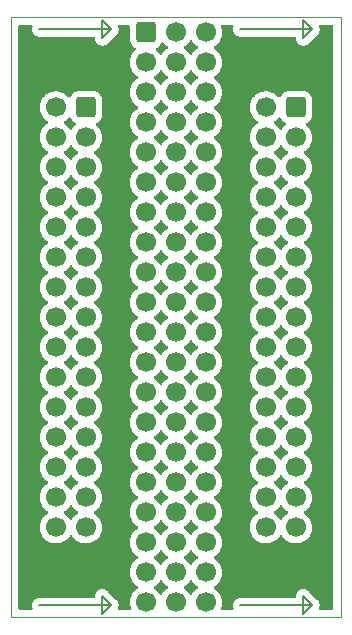
<source format=gtl>
%TF.GenerationSoftware,KiCad,Pcbnew,(6.0.4)*%
%TF.CreationDate,2022-04-05T19:22:05-04:00*%
%TF.ProjectId,paladin_adaptor_2022,70616c61-6469-46e5-9f61-646170746f72,rev?*%
%TF.SameCoordinates,Original*%
%TF.FileFunction,Copper,L1,Top*%
%TF.FilePolarity,Positive*%
%FSLAX46Y46*%
G04 Gerber Fmt 4.6, Leading zero omitted, Abs format (unit mm)*
G04 Created by KiCad (PCBNEW (6.0.4)) date 2022-04-05 19:22:05*
%MOMM*%
%LPD*%
G01*
G04 APERTURE LIST*
G04 Aperture macros list*
%AMRoundRect*
0 Rectangle with rounded corners*
0 $1 Rounding radius*
0 $2 $3 $4 $5 $6 $7 $8 $9 X,Y pos of 4 corners*
0 Add a 4 corners polygon primitive as box body*
4,1,4,$2,$3,$4,$5,$6,$7,$8,$9,$2,$3,0*
0 Add four circle primitives for the rounded corners*
1,1,$1+$1,$2,$3*
1,1,$1+$1,$4,$5*
1,1,$1+$1,$6,$7*
1,1,$1+$1,$8,$9*
0 Add four rect primitives between the rounded corners*
20,1,$1+$1,$2,$3,$4,$5,0*
20,1,$1+$1,$4,$5,$6,$7,0*
20,1,$1+$1,$6,$7,$8,$9,0*
20,1,$1+$1,$8,$9,$2,$3,0*%
G04 Aperture macros list end*
%TA.AperFunction,NonConductor*%
%ADD10C,0.200000*%
%TD*%
%TA.AperFunction,Profile*%
%ADD11C,0.100000*%
%TD*%
%TA.AperFunction,ComponentPad*%
%ADD12RoundRect,0.250000X-0.600000X-0.600000X0.600000X-0.600000X0.600000X0.600000X-0.600000X0.600000X0*%
%TD*%
%TA.AperFunction,ComponentPad*%
%ADD13C,1.700000*%
%TD*%
%TA.AperFunction,ComponentPad*%
%ADD14RoundRect,0.250000X0.600000X0.600000X-0.600000X0.600000X-0.600000X-0.600000X0.600000X-0.600000X0*%
%TD*%
G04 APERTURE END LIST*
D10*
X104267000Y-99822000D02*
X104267000Y-101346000D01*
X105029000Y-100584000D02*
X104267000Y-99822000D01*
X98933000Y-100584000D02*
X105029000Y-100584000D01*
X104267000Y-101346000D02*
X105029000Y-100584000D01*
X121285000Y-99822000D02*
X121285000Y-101346000D01*
X122047000Y-100584000D02*
X121285000Y-99822000D01*
X115951000Y-100584000D02*
X122047000Y-100584000D01*
X121285000Y-101346000D02*
X122047000Y-100584000D01*
X104267000Y-51054000D02*
X104267000Y-52578000D01*
X105029000Y-51816000D02*
X104267000Y-51054000D01*
X98933000Y-51816000D02*
X105029000Y-51816000D01*
X104267000Y-52578000D02*
X105029000Y-51816000D01*
X121285000Y-52578000D02*
X122047000Y-51816000D01*
X121285000Y-51054000D02*
X121285000Y-52578000D01*
X122047000Y-51816000D02*
X121285000Y-51054000D01*
X115951000Y-51816000D02*
X122047000Y-51816000D01*
D11*
X96520000Y-101600000D02*
X96520000Y-50800000D01*
X124460000Y-101600000D02*
X96520000Y-101600000D01*
X124460000Y-50800000D02*
X124460000Y-101600000D01*
X96520000Y-50800000D02*
X124460000Y-50800000D01*
D12*
%TO.P,J1,1*%
%TO.N,P1*%
X107950000Y-52070000D03*
D13*
%TO.P,J1,2*%
%TO.N,P2*%
X107950000Y-54610000D03*
%TO.P,J1,3*%
%TO.N,P3*%
X107950000Y-57150000D03*
%TO.P,J1,4*%
%TO.N,P4*%
X107950000Y-59690000D03*
%TO.P,J1,5*%
%TO.N,P5*%
X107950000Y-62230000D03*
%TO.P,J1,6*%
%TO.N,P6*%
X107950000Y-64770000D03*
%TO.P,J1,7*%
%TO.N,P7*%
X107950000Y-67310000D03*
%TO.P,J1,8*%
%TO.N,P8*%
X107950000Y-69850000D03*
%TO.P,J1,9*%
%TO.N,P9*%
X107950000Y-72390000D03*
%TO.P,J1,10*%
%TO.N,P10*%
X107950000Y-74930000D03*
%TO.P,J1,11*%
%TO.N,P11*%
X107950000Y-77470000D03*
%TO.P,J1,12*%
%TO.N,P12*%
X107950000Y-80010000D03*
%TO.P,J1,13*%
%TO.N,P13*%
X107950000Y-82550000D03*
%TO.P,J1,14*%
%TO.N,P14*%
X107950000Y-85090000D03*
%TO.P,J1,15*%
%TO.N,P15*%
X107950000Y-87630000D03*
%TO.P,J1,16*%
%TO.N,P16*%
X107950000Y-90170000D03*
%TO.P,J1,17*%
%TO.N,P17*%
X107950000Y-92710000D03*
%TO.P,J1,18*%
%TO.N,P18*%
X107950000Y-95250000D03*
%TO.P,J1,19*%
%TO.N,P19*%
X107950000Y-97790000D03*
%TO.P,J1,20*%
%TO.N,P20*%
X107950000Y-100330000D03*
%TO.P,J1,21*%
%TO.N,P21*%
X110490000Y-52070000D03*
%TO.P,J1,22*%
%TO.N,P22*%
X110490000Y-54610000D03*
%TO.P,J1,23*%
%TO.N,P23*%
X110490000Y-57150000D03*
%TO.P,J1,24*%
%TO.N,P24*%
X110490000Y-59690000D03*
%TO.P,J1,25*%
%TO.N,P25*%
X110490000Y-62230000D03*
%TO.P,J1,26*%
%TO.N,P26*%
X110490000Y-64770000D03*
%TO.P,J1,27*%
%TO.N,P27*%
X110490000Y-67310000D03*
%TO.P,J1,28*%
%TO.N,P28*%
X110490000Y-69850000D03*
%TO.P,J1,29*%
%TO.N,P29*%
X110490000Y-72390000D03*
%TO.P,J1,30*%
%TO.N,P30*%
X110490000Y-74930000D03*
%TO.P,J1,31*%
%TO.N,P31*%
X110490000Y-77470000D03*
%TO.P,J1,32*%
%TO.N,P32*%
X110490000Y-80010000D03*
%TO.P,J1,33*%
%TO.N,P33*%
X110490000Y-82550000D03*
%TO.P,J1,34*%
%TO.N,P34*%
X110490000Y-85090000D03*
%TO.P,J1,35*%
%TO.N,P35*%
X110490000Y-87630000D03*
%TO.P,J1,36*%
%TO.N,P36*%
X110490000Y-90170000D03*
%TO.P,J1,37*%
%TO.N,P37*%
X110490000Y-92710000D03*
%TO.P,J1,38*%
%TO.N,P38*%
X110490000Y-95250000D03*
%TO.P,J1,39*%
%TO.N,P39*%
X110490000Y-97790000D03*
%TO.P,J1,40*%
%TO.N,P40*%
X110490000Y-100330000D03*
%TO.P,J1,41*%
%TO.N,P41*%
X113030000Y-52070000D03*
%TO.P,J1,42*%
%TO.N,P42*%
X113030000Y-54610000D03*
%TO.P,J1,43*%
%TO.N,P43*%
X113030000Y-57150000D03*
%TO.P,J1,44*%
%TO.N,P44*%
X113030000Y-59690000D03*
%TO.P,J1,45*%
%TO.N,P45*%
X113030000Y-62230000D03*
%TO.P,J1,46*%
%TO.N,P46*%
X113030000Y-64770000D03*
%TO.P,J1,47*%
%TO.N,P47*%
X113030000Y-67310000D03*
%TO.P,J1,48*%
%TO.N,P48*%
X113030000Y-69850000D03*
%TO.P,J1,49*%
%TO.N,P49*%
X113030000Y-72390000D03*
%TO.P,J1,50*%
%TO.N,P50*%
X113030000Y-74930000D03*
%TO.P,J1,51*%
%TO.N,P51*%
X113030000Y-77470000D03*
%TO.P,J1,52*%
%TO.N,P52*%
X113030000Y-80010000D03*
%TO.P,J1,53*%
%TO.N,P53*%
X113030000Y-82550000D03*
%TO.P,J1,54*%
%TO.N,P54*%
X113030000Y-85090000D03*
%TO.P,J1,55*%
%TO.N,P55*%
X113030000Y-87630000D03*
%TO.P,J1,56*%
%TO.N,P56*%
X113030000Y-90170000D03*
%TO.P,J1,57*%
%TO.N,P57*%
X113030000Y-92710000D03*
%TO.P,J1,58*%
%TO.N,P58*%
X113030000Y-95250000D03*
%TO.P,J1,59*%
%TO.N,P59*%
X113030000Y-97790000D03*
%TO.P,J1,60*%
%TO.N,P60*%
X113030000Y-100330000D03*
%TD*%
D14*
%TO.P,J3,1,Pin_1*%
%TO.N,P41*%
X120650000Y-58420000D03*
D13*
%TO.P,J3,2,Pin_2*%
%TO.N,P22*%
X118110000Y-58420000D03*
%TO.P,J3,3,Pin_3*%
%TO.N,P42*%
X120650000Y-60960000D03*
%TO.P,J3,4,Pin_4*%
%TO.N,P24*%
X118110000Y-60960000D03*
%TO.P,J3,5,Pin_5*%
%TO.N,P43*%
X120650000Y-63500000D03*
%TO.P,J3,6,Pin_6*%
%TO.N,P44*%
X118110000Y-63500000D03*
%TO.P,J3,7,Pin_7*%
%TO.N,P45*%
X120650000Y-66040000D03*
%TO.P,J3,8,Pin_8*%
%TO.N,P26*%
X118110000Y-66040000D03*
%TO.P,J3,9,Pin_9*%
%TO.N,P46*%
X120650000Y-68580000D03*
%TO.P,J3,10,Pin_10*%
%TO.N,P28*%
X118110000Y-68580000D03*
%TO.P,J3,11,Pin_11*%
%TO.N,P47*%
X120650000Y-71120000D03*
%TO.P,J3,12,Pin_12*%
%TO.N,P48*%
X118110000Y-71120000D03*
%TO.P,J3,13,Pin_13*%
%TO.N,P49*%
X120650000Y-73660000D03*
%TO.P,J3,14,Pin_14*%
%TO.N,P30*%
X118110000Y-73660000D03*
%TO.P,J3,15,Pin_15*%
%TO.N,P50*%
X120650000Y-76200000D03*
%TO.P,J3,16,Pin_16*%
%TO.N,P51*%
X118110000Y-76200000D03*
%TO.P,J3,17,Pin_17*%
%TO.N,P31*%
X120650000Y-78740000D03*
%TO.P,J3,18,Pin_18*%
%TO.N,P52*%
X118110000Y-78740000D03*
%TO.P,J3,19,Pin_19*%
%TO.N,P53*%
X120650000Y-81280000D03*
%TO.P,J3,20,Pin_20*%
%TO.N,P54*%
X118110000Y-81280000D03*
%TO.P,J3,21,Pin_21*%
%TO.N,P33*%
X120650000Y-83820000D03*
%TO.P,J3,22,Pin_22*%
%TO.N,P55*%
X118110000Y-83820000D03*
%TO.P,J3,23,Pin_23*%
%TO.N,P35*%
X120650000Y-86360000D03*
%TO.P,J3,24,Pin_24*%
%TO.N,P56*%
X118110000Y-86360000D03*
%TO.P,J3,25,Pin_25*%
%TO.N,P57*%
X120650000Y-88900000D03*
%TO.P,J3,26,Pin_26*%
%TO.N,P58*%
X118110000Y-88900000D03*
%TO.P,J3,27,Pin_27*%
%TO.N,P37*%
X120650000Y-91440000D03*
%TO.P,J3,28,Pin_28*%
%TO.N,P59*%
X118110000Y-91440000D03*
%TO.P,J3,29,Pin_29*%
%TO.N,P39*%
X120650000Y-93980000D03*
%TO.P,J3,30,Pin_30*%
%TO.N,P60*%
X118110000Y-93980000D03*
%TD*%
D14*
%TO.P,J2,1,Pin_1*%
%TO.N,P1*%
X102870000Y-58420000D03*
D13*
%TO.P,J2,2,Pin_2*%
%TO.N,P21*%
X100330000Y-58420000D03*
%TO.P,J2,3,Pin_3*%
%TO.N,P2*%
X102870000Y-60960000D03*
%TO.P,J2,4,Pin_4*%
%TO.N,P23*%
X100330000Y-60960000D03*
%TO.P,J2,5,Pin_5*%
%TO.N,P3*%
X102870000Y-63500000D03*
%TO.P,J2,6,Pin_6*%
%TO.N,P4*%
X100330000Y-63500000D03*
%TO.P,J2,7,Pin_7*%
%TO.N,P5*%
X102870000Y-66040000D03*
%TO.P,J2,8,Pin_8*%
%TO.N,P25*%
X100330000Y-66040000D03*
%TO.P,J2,9,Pin_9*%
%TO.N,P6*%
X102870000Y-68580000D03*
%TO.P,J2,10,Pin_10*%
%TO.N,P27*%
X100330000Y-68580000D03*
%TO.P,J2,11,Pin_11*%
%TO.N,P7*%
X102870000Y-71120000D03*
%TO.P,J2,12,Pin_12*%
%TO.N,P8*%
X100330000Y-71120000D03*
%TO.P,J2,13,Pin_13*%
%TO.N,P9*%
X102870000Y-73660000D03*
%TO.P,J2,14,Pin_14*%
%TO.N,P29*%
X100330000Y-73660000D03*
%TO.P,J2,15,Pin_15*%
%TO.N,P10*%
X102870000Y-76200000D03*
%TO.P,J2,16,Pin_16*%
%TO.N,P11*%
X100330000Y-76200000D03*
%TO.P,J2,17,Pin_17*%
%TO.N,P32*%
X102870000Y-78740000D03*
%TO.P,J2,18,Pin_18*%
%TO.N,P12*%
X100330000Y-78740000D03*
%TO.P,J2,19,Pin_19*%
%TO.N,P13*%
X102870000Y-81280000D03*
%TO.P,J2,20,Pin_20*%
%TO.N,P14*%
X100330000Y-81280000D03*
%TO.P,J2,21,Pin_21*%
%TO.N,P34*%
X102870000Y-83820000D03*
%TO.P,J2,22,Pin_22*%
%TO.N,P15*%
X100330000Y-83820000D03*
%TO.P,J2,23,Pin_23*%
%TO.N,P36*%
X102870000Y-86360000D03*
%TO.P,J2,24,Pin_24*%
%TO.N,P16*%
X100330000Y-86360000D03*
%TO.P,J2,25,Pin_25*%
%TO.N,P17*%
X102870000Y-88900000D03*
%TO.P,J2,26,Pin_26*%
%TO.N,P18*%
X100330000Y-88900000D03*
%TO.P,J2,27,Pin_27*%
%TO.N,P38*%
X102870000Y-91440000D03*
%TO.P,J2,28,Pin_28*%
%TO.N,P19*%
X100330000Y-91440000D03*
%TO.P,J2,29,Pin_29*%
%TO.N,P40*%
X102870000Y-93980000D03*
%TO.P,J2,30,Pin_30*%
%TO.N,P20*%
X100330000Y-93980000D03*
%TD*%
%TA.AperFunction,NonConductor*%
G36*
X109429918Y-52928564D02*
G01*
X109456194Y-52951520D01*
X109529784Y-53036474D01*
X109536250Y-53043938D01*
X109708126Y-53186632D01*
X109778595Y-53227811D01*
X109781445Y-53229476D01*
X109830169Y-53281114D01*
X109843240Y-53350897D01*
X109816509Y-53416669D01*
X109776055Y-53450027D01*
X109763607Y-53456507D01*
X109759474Y-53459610D01*
X109759471Y-53459612D01*
X109589100Y-53587530D01*
X109584965Y-53590635D01*
X109430629Y-53752138D01*
X109323201Y-53909621D01*
X109268293Y-53954621D01*
X109197768Y-53962792D01*
X109134021Y-53931538D01*
X109113324Y-53907054D01*
X109032822Y-53782617D01*
X109032820Y-53782614D01*
X109030014Y-53778277D01*
X108879670Y-53613051D01*
X108837006Y-53579357D01*
X108795944Y-53521441D01*
X108792712Y-53450518D01*
X108828337Y-53389107D01*
X108861647Y-53366376D01*
X108867007Y-53363865D01*
X108873946Y-53361550D01*
X109024348Y-53268478D01*
X109149305Y-53143303D01*
X109242115Y-52992738D01*
X109244418Y-52985795D01*
X109246763Y-52980766D01*
X109293680Y-52927481D01*
X109361958Y-52908021D01*
X109429918Y-52928564D01*
G37*
%TD.AperFunction*%
%TA.AperFunction,NonConductor*%
G36*
X111842026Y-52745144D02*
G01*
X111869875Y-52776994D01*
X111929987Y-52875088D01*
X112076250Y-53043938D01*
X112248126Y-53186632D01*
X112318595Y-53227811D01*
X112321445Y-53229476D01*
X112370169Y-53281114D01*
X112383240Y-53350897D01*
X112356509Y-53416669D01*
X112316055Y-53450027D01*
X112303607Y-53456507D01*
X112299474Y-53459610D01*
X112299471Y-53459612D01*
X112129100Y-53587530D01*
X112124965Y-53590635D01*
X111970629Y-53752138D01*
X111863201Y-53909621D01*
X111808293Y-53954621D01*
X111737768Y-53962792D01*
X111674021Y-53931538D01*
X111653324Y-53907054D01*
X111572822Y-53782617D01*
X111572820Y-53782614D01*
X111570014Y-53778277D01*
X111419670Y-53613051D01*
X111415616Y-53609849D01*
X111415615Y-53609848D01*
X111248414Y-53477800D01*
X111248410Y-53477798D01*
X111244359Y-53474598D01*
X111203053Y-53451796D01*
X111153084Y-53401364D01*
X111138312Y-53331921D01*
X111163428Y-53265516D01*
X111190780Y-53238909D01*
X111258404Y-53190673D01*
X111369860Y-53111173D01*
X111376559Y-53104498D01*
X111475966Y-53005437D01*
X111528096Y-52953489D01*
X111582881Y-52877248D01*
X111658453Y-52772077D01*
X111659776Y-52773028D01*
X111706645Y-52729857D01*
X111776580Y-52717625D01*
X111842026Y-52745144D01*
G37*
%TD.AperFunction*%
%TA.AperFunction,NonConductor*%
G36*
X111842026Y-55285144D02*
G01*
X111869875Y-55316994D01*
X111929987Y-55415088D01*
X112076250Y-55583938D01*
X112248126Y-55726632D01*
X112318595Y-55767811D01*
X112321445Y-55769476D01*
X112370169Y-55821114D01*
X112383240Y-55890897D01*
X112356509Y-55956669D01*
X112316055Y-55990027D01*
X112303607Y-55996507D01*
X112299474Y-55999610D01*
X112299471Y-55999612D01*
X112275247Y-56017800D01*
X112124965Y-56130635D01*
X111970629Y-56292138D01*
X111863201Y-56449621D01*
X111808293Y-56494621D01*
X111737768Y-56502792D01*
X111674021Y-56471538D01*
X111653324Y-56447054D01*
X111572822Y-56322617D01*
X111572820Y-56322614D01*
X111570014Y-56318277D01*
X111419670Y-56153051D01*
X111415619Y-56149852D01*
X111415615Y-56149848D01*
X111248414Y-56017800D01*
X111248410Y-56017798D01*
X111244359Y-56014598D01*
X111203053Y-55991796D01*
X111153084Y-55941364D01*
X111138312Y-55871921D01*
X111163428Y-55805516D01*
X111190780Y-55778909D01*
X111234603Y-55747650D01*
X111369860Y-55651173D01*
X111528096Y-55493489D01*
X111587594Y-55410689D01*
X111658453Y-55312077D01*
X111659776Y-55313028D01*
X111706645Y-55269857D01*
X111776580Y-55257625D01*
X111842026Y-55285144D01*
G37*
%TD.AperFunction*%
%TA.AperFunction,NonConductor*%
G36*
X109302026Y-55285144D02*
G01*
X109329875Y-55316994D01*
X109389987Y-55415088D01*
X109536250Y-55583938D01*
X109708126Y-55726632D01*
X109778595Y-55767811D01*
X109781445Y-55769476D01*
X109830169Y-55821114D01*
X109843240Y-55890897D01*
X109816509Y-55956669D01*
X109776055Y-55990027D01*
X109763607Y-55996507D01*
X109759474Y-55999610D01*
X109759471Y-55999612D01*
X109735247Y-56017800D01*
X109584965Y-56130635D01*
X109430629Y-56292138D01*
X109323201Y-56449621D01*
X109268293Y-56494621D01*
X109197768Y-56502792D01*
X109134021Y-56471538D01*
X109113324Y-56447054D01*
X109032822Y-56322617D01*
X109032820Y-56322614D01*
X109030014Y-56318277D01*
X108879670Y-56153051D01*
X108875619Y-56149852D01*
X108875615Y-56149848D01*
X108708414Y-56017800D01*
X108708410Y-56017798D01*
X108704359Y-56014598D01*
X108663053Y-55991796D01*
X108613084Y-55941364D01*
X108598312Y-55871921D01*
X108623428Y-55805516D01*
X108650780Y-55778909D01*
X108694603Y-55747650D01*
X108829860Y-55651173D01*
X108988096Y-55493489D01*
X109047594Y-55410689D01*
X109118453Y-55312077D01*
X109119776Y-55313028D01*
X109166645Y-55269857D01*
X109236580Y-55257625D01*
X109302026Y-55285144D01*
G37*
%TD.AperFunction*%
%TA.AperFunction,NonConductor*%
G36*
X111842026Y-57825144D02*
G01*
X111869875Y-57856994D01*
X111929987Y-57955088D01*
X112076250Y-58123938D01*
X112248126Y-58266632D01*
X112318595Y-58307811D01*
X112321445Y-58309476D01*
X112370169Y-58361114D01*
X112383240Y-58430897D01*
X112356509Y-58496669D01*
X112316055Y-58530027D01*
X112303607Y-58536507D01*
X112299474Y-58539610D01*
X112299471Y-58539612D01*
X112199374Y-58614767D01*
X112124965Y-58670635D01*
X112121393Y-58674373D01*
X111979748Y-58822596D01*
X111970629Y-58832138D01*
X111863201Y-58989621D01*
X111808293Y-59034621D01*
X111737768Y-59042792D01*
X111674021Y-59011538D01*
X111653324Y-58987054D01*
X111572822Y-58862617D01*
X111572820Y-58862614D01*
X111570014Y-58858277D01*
X111419670Y-58693051D01*
X111415619Y-58689852D01*
X111415615Y-58689848D01*
X111248414Y-58557800D01*
X111248410Y-58557798D01*
X111244359Y-58554598D01*
X111203053Y-58531796D01*
X111153084Y-58481364D01*
X111138312Y-58411921D01*
X111163428Y-58345516D01*
X111190780Y-58318909D01*
X111234603Y-58287650D01*
X111369860Y-58191173D01*
X111528096Y-58033489D01*
X111587594Y-57950689D01*
X111658453Y-57852077D01*
X111659776Y-57853028D01*
X111706645Y-57809857D01*
X111776580Y-57797625D01*
X111842026Y-57825144D01*
G37*
%TD.AperFunction*%
%TA.AperFunction,NonConductor*%
G36*
X109302026Y-57825144D02*
G01*
X109329875Y-57856994D01*
X109389987Y-57955088D01*
X109536250Y-58123938D01*
X109708126Y-58266632D01*
X109778595Y-58307811D01*
X109781445Y-58309476D01*
X109830169Y-58361114D01*
X109843240Y-58430897D01*
X109816509Y-58496669D01*
X109776055Y-58530027D01*
X109763607Y-58536507D01*
X109759474Y-58539610D01*
X109759471Y-58539612D01*
X109659374Y-58614767D01*
X109584965Y-58670635D01*
X109581393Y-58674373D01*
X109439748Y-58822596D01*
X109430629Y-58832138D01*
X109323201Y-58989621D01*
X109268293Y-59034621D01*
X109197768Y-59042792D01*
X109134021Y-59011538D01*
X109113324Y-58987054D01*
X109032822Y-58862617D01*
X109032820Y-58862614D01*
X109030014Y-58858277D01*
X108879670Y-58693051D01*
X108875619Y-58689852D01*
X108875615Y-58689848D01*
X108708414Y-58557800D01*
X108708410Y-58557798D01*
X108704359Y-58554598D01*
X108663053Y-58531796D01*
X108613084Y-58481364D01*
X108598312Y-58411921D01*
X108623428Y-58345516D01*
X108650780Y-58318909D01*
X108694603Y-58287650D01*
X108829860Y-58191173D01*
X108988096Y-58033489D01*
X109047594Y-57950689D01*
X109118453Y-57852077D01*
X109119776Y-57853028D01*
X109166645Y-57809857D01*
X109236580Y-57797625D01*
X109302026Y-57825144D01*
G37*
%TD.AperFunction*%
%TA.AperFunction,NonConductor*%
G36*
X109302026Y-60365144D02*
G01*
X109329875Y-60396994D01*
X109389987Y-60495088D01*
X109536250Y-60663938D01*
X109708126Y-60806632D01*
X109778595Y-60847811D01*
X109781445Y-60849476D01*
X109830169Y-60901114D01*
X109843240Y-60970897D01*
X109816509Y-61036669D01*
X109776055Y-61070027D01*
X109763607Y-61076507D01*
X109759474Y-61079610D01*
X109759471Y-61079612D01*
X109659374Y-61154767D01*
X109584965Y-61210635D01*
X109581393Y-61214373D01*
X109439748Y-61362596D01*
X109430629Y-61372138D01*
X109323201Y-61529621D01*
X109268293Y-61574621D01*
X109197768Y-61582792D01*
X109134021Y-61551538D01*
X109113324Y-61527054D01*
X109032822Y-61402617D01*
X109032820Y-61402614D01*
X109030014Y-61398277D01*
X108879670Y-61233051D01*
X108875619Y-61229852D01*
X108875615Y-61229848D01*
X108708414Y-61097800D01*
X108708410Y-61097798D01*
X108704359Y-61094598D01*
X108663053Y-61071796D01*
X108613084Y-61021364D01*
X108598312Y-60951921D01*
X108623428Y-60885516D01*
X108650780Y-60858909D01*
X108694603Y-60827650D01*
X108829860Y-60731173D01*
X108988096Y-60573489D01*
X109047594Y-60490689D01*
X109118453Y-60392077D01*
X109119776Y-60393028D01*
X109166645Y-60349857D01*
X109236580Y-60337625D01*
X109302026Y-60365144D01*
G37*
%TD.AperFunction*%
%TA.AperFunction,NonConductor*%
G36*
X111842026Y-60365144D02*
G01*
X111869875Y-60396994D01*
X111929987Y-60495088D01*
X112076250Y-60663938D01*
X112248126Y-60806632D01*
X112318595Y-60847811D01*
X112321445Y-60849476D01*
X112370169Y-60901114D01*
X112383240Y-60970897D01*
X112356509Y-61036669D01*
X112316055Y-61070027D01*
X112303607Y-61076507D01*
X112299474Y-61079610D01*
X112299471Y-61079612D01*
X112199374Y-61154767D01*
X112124965Y-61210635D01*
X112121393Y-61214373D01*
X111979748Y-61362596D01*
X111970629Y-61372138D01*
X111863201Y-61529621D01*
X111808293Y-61574621D01*
X111737768Y-61582792D01*
X111674021Y-61551538D01*
X111653324Y-61527054D01*
X111572822Y-61402617D01*
X111572820Y-61402614D01*
X111570014Y-61398277D01*
X111419670Y-61233051D01*
X111415619Y-61229852D01*
X111415615Y-61229848D01*
X111248414Y-61097800D01*
X111248410Y-61097798D01*
X111244359Y-61094598D01*
X111203053Y-61071796D01*
X111153084Y-61021364D01*
X111138312Y-60951921D01*
X111163428Y-60885516D01*
X111190780Y-60858909D01*
X111234603Y-60827650D01*
X111369860Y-60731173D01*
X111528096Y-60573489D01*
X111587594Y-60490689D01*
X111658453Y-60392077D01*
X111659776Y-60393028D01*
X111706645Y-60349857D01*
X111776580Y-60337625D01*
X111842026Y-60365144D01*
G37*
%TD.AperFunction*%
%TA.AperFunction,NonConductor*%
G36*
X109302026Y-62905144D02*
G01*
X109329875Y-62936994D01*
X109389987Y-63035088D01*
X109536250Y-63203938D01*
X109708126Y-63346632D01*
X109778595Y-63387811D01*
X109781445Y-63389476D01*
X109830169Y-63441114D01*
X109843240Y-63510897D01*
X109816509Y-63576669D01*
X109776055Y-63610027D01*
X109763607Y-63616507D01*
X109759474Y-63619610D01*
X109759471Y-63619612D01*
X109659374Y-63694767D01*
X109584965Y-63750635D01*
X109581393Y-63754373D01*
X109439748Y-63902596D01*
X109430629Y-63912138D01*
X109323201Y-64069621D01*
X109268293Y-64114621D01*
X109197768Y-64122792D01*
X109134021Y-64091538D01*
X109113324Y-64067054D01*
X109032822Y-63942617D01*
X109032820Y-63942614D01*
X109030014Y-63938277D01*
X108879670Y-63773051D01*
X108875619Y-63769852D01*
X108875615Y-63769848D01*
X108708414Y-63637800D01*
X108708410Y-63637798D01*
X108704359Y-63634598D01*
X108663053Y-63611796D01*
X108613084Y-63561364D01*
X108598312Y-63491921D01*
X108623428Y-63425516D01*
X108650780Y-63398909D01*
X108694603Y-63367650D01*
X108829860Y-63271173D01*
X108988096Y-63113489D01*
X109047594Y-63030689D01*
X109118453Y-62932077D01*
X109119776Y-62933028D01*
X109166645Y-62889857D01*
X109236580Y-62877625D01*
X109302026Y-62905144D01*
G37*
%TD.AperFunction*%
%TA.AperFunction,NonConductor*%
G36*
X111842026Y-62905144D02*
G01*
X111869875Y-62936994D01*
X111929987Y-63035088D01*
X112076250Y-63203938D01*
X112248126Y-63346632D01*
X112318595Y-63387811D01*
X112321445Y-63389476D01*
X112370169Y-63441114D01*
X112383240Y-63510897D01*
X112356509Y-63576669D01*
X112316055Y-63610027D01*
X112303607Y-63616507D01*
X112299474Y-63619610D01*
X112299471Y-63619612D01*
X112199374Y-63694767D01*
X112124965Y-63750635D01*
X112121393Y-63754373D01*
X111979748Y-63902596D01*
X111970629Y-63912138D01*
X111863201Y-64069621D01*
X111808293Y-64114621D01*
X111737768Y-64122792D01*
X111674021Y-64091538D01*
X111653324Y-64067054D01*
X111572822Y-63942617D01*
X111572820Y-63942614D01*
X111570014Y-63938277D01*
X111419670Y-63773051D01*
X111415619Y-63769852D01*
X111415615Y-63769848D01*
X111248414Y-63637800D01*
X111248410Y-63637798D01*
X111244359Y-63634598D01*
X111203053Y-63611796D01*
X111153084Y-63561364D01*
X111138312Y-63491921D01*
X111163428Y-63425516D01*
X111190780Y-63398909D01*
X111234603Y-63367650D01*
X111369860Y-63271173D01*
X111528096Y-63113489D01*
X111587594Y-63030689D01*
X111658453Y-62932077D01*
X111659776Y-62933028D01*
X111706645Y-62889857D01*
X111776580Y-62877625D01*
X111842026Y-62905144D01*
G37*
%TD.AperFunction*%
%TA.AperFunction,NonConductor*%
G36*
X109302026Y-65445144D02*
G01*
X109329875Y-65476994D01*
X109389987Y-65575088D01*
X109536250Y-65743938D01*
X109708126Y-65886632D01*
X109778595Y-65927811D01*
X109781445Y-65929476D01*
X109830169Y-65981114D01*
X109843240Y-66050897D01*
X109816509Y-66116669D01*
X109776055Y-66150027D01*
X109763607Y-66156507D01*
X109759474Y-66159610D01*
X109759471Y-66159612D01*
X109659374Y-66234767D01*
X109584965Y-66290635D01*
X109581393Y-66294373D01*
X109439748Y-66442596D01*
X109430629Y-66452138D01*
X109323201Y-66609621D01*
X109268293Y-66654621D01*
X109197768Y-66662792D01*
X109134021Y-66631538D01*
X109113324Y-66607054D01*
X109032822Y-66482617D01*
X109032820Y-66482614D01*
X109030014Y-66478277D01*
X108879670Y-66313051D01*
X108875619Y-66309852D01*
X108875615Y-66309848D01*
X108708414Y-66177800D01*
X108708410Y-66177798D01*
X108704359Y-66174598D01*
X108663053Y-66151796D01*
X108613084Y-66101364D01*
X108598312Y-66031921D01*
X108623428Y-65965516D01*
X108650780Y-65938909D01*
X108694603Y-65907650D01*
X108829860Y-65811173D01*
X108988096Y-65653489D01*
X109047594Y-65570689D01*
X109118453Y-65472077D01*
X109119776Y-65473028D01*
X109166645Y-65429857D01*
X109236580Y-65417625D01*
X109302026Y-65445144D01*
G37*
%TD.AperFunction*%
%TA.AperFunction,NonConductor*%
G36*
X111842026Y-65445144D02*
G01*
X111869875Y-65476994D01*
X111929987Y-65575088D01*
X112076250Y-65743938D01*
X112248126Y-65886632D01*
X112318595Y-65927811D01*
X112321445Y-65929476D01*
X112370169Y-65981114D01*
X112383240Y-66050897D01*
X112356509Y-66116669D01*
X112316055Y-66150027D01*
X112303607Y-66156507D01*
X112299474Y-66159610D01*
X112299471Y-66159612D01*
X112199374Y-66234767D01*
X112124965Y-66290635D01*
X112121393Y-66294373D01*
X111979748Y-66442596D01*
X111970629Y-66452138D01*
X111863201Y-66609621D01*
X111808293Y-66654621D01*
X111737768Y-66662792D01*
X111674021Y-66631538D01*
X111653324Y-66607054D01*
X111572822Y-66482617D01*
X111572820Y-66482614D01*
X111570014Y-66478277D01*
X111419670Y-66313051D01*
X111415619Y-66309852D01*
X111415615Y-66309848D01*
X111248414Y-66177800D01*
X111248410Y-66177798D01*
X111244359Y-66174598D01*
X111203053Y-66151796D01*
X111153084Y-66101364D01*
X111138312Y-66031921D01*
X111163428Y-65965516D01*
X111190780Y-65938909D01*
X111234603Y-65907650D01*
X111369860Y-65811173D01*
X111528096Y-65653489D01*
X111587594Y-65570689D01*
X111658453Y-65472077D01*
X111659776Y-65473028D01*
X111706645Y-65429857D01*
X111776580Y-65417625D01*
X111842026Y-65445144D01*
G37*
%TD.AperFunction*%
%TA.AperFunction,NonConductor*%
G36*
X109302026Y-67985144D02*
G01*
X109329875Y-68016994D01*
X109389987Y-68115088D01*
X109536250Y-68283938D01*
X109708126Y-68426632D01*
X109778595Y-68467811D01*
X109781445Y-68469476D01*
X109830169Y-68521114D01*
X109843240Y-68590897D01*
X109816509Y-68656669D01*
X109776055Y-68690027D01*
X109763607Y-68696507D01*
X109759474Y-68699610D01*
X109759471Y-68699612D01*
X109659374Y-68774767D01*
X109584965Y-68830635D01*
X109581393Y-68834373D01*
X109439748Y-68982596D01*
X109430629Y-68992138D01*
X109323201Y-69149621D01*
X109268293Y-69194621D01*
X109197768Y-69202792D01*
X109134021Y-69171538D01*
X109113324Y-69147054D01*
X109032822Y-69022617D01*
X109032820Y-69022614D01*
X109030014Y-69018277D01*
X108879670Y-68853051D01*
X108875619Y-68849852D01*
X108875615Y-68849848D01*
X108708414Y-68717800D01*
X108708410Y-68717798D01*
X108704359Y-68714598D01*
X108663053Y-68691796D01*
X108613084Y-68641364D01*
X108598312Y-68571921D01*
X108623428Y-68505516D01*
X108650780Y-68478909D01*
X108694603Y-68447650D01*
X108829860Y-68351173D01*
X108988096Y-68193489D01*
X109047594Y-68110689D01*
X109118453Y-68012077D01*
X109119776Y-68013028D01*
X109166645Y-67969857D01*
X109236580Y-67957625D01*
X109302026Y-67985144D01*
G37*
%TD.AperFunction*%
%TA.AperFunction,NonConductor*%
G36*
X111842026Y-67985144D02*
G01*
X111869875Y-68016994D01*
X111929987Y-68115088D01*
X112076250Y-68283938D01*
X112248126Y-68426632D01*
X112318595Y-68467811D01*
X112321445Y-68469476D01*
X112370169Y-68521114D01*
X112383240Y-68590897D01*
X112356509Y-68656669D01*
X112316055Y-68690027D01*
X112303607Y-68696507D01*
X112299474Y-68699610D01*
X112299471Y-68699612D01*
X112199374Y-68774767D01*
X112124965Y-68830635D01*
X112121393Y-68834373D01*
X111979748Y-68982596D01*
X111970629Y-68992138D01*
X111863201Y-69149621D01*
X111808293Y-69194621D01*
X111737768Y-69202792D01*
X111674021Y-69171538D01*
X111653324Y-69147054D01*
X111572822Y-69022617D01*
X111572820Y-69022614D01*
X111570014Y-69018277D01*
X111419670Y-68853051D01*
X111415619Y-68849852D01*
X111415615Y-68849848D01*
X111248414Y-68717800D01*
X111248410Y-68717798D01*
X111244359Y-68714598D01*
X111203053Y-68691796D01*
X111153084Y-68641364D01*
X111138312Y-68571921D01*
X111163428Y-68505516D01*
X111190780Y-68478909D01*
X111234603Y-68447650D01*
X111369860Y-68351173D01*
X111528096Y-68193489D01*
X111587594Y-68110689D01*
X111658453Y-68012077D01*
X111659776Y-68013028D01*
X111706645Y-67969857D01*
X111776580Y-67957625D01*
X111842026Y-67985144D01*
G37*
%TD.AperFunction*%
%TA.AperFunction,NonConductor*%
G36*
X111842026Y-70525144D02*
G01*
X111869875Y-70556994D01*
X111929987Y-70655088D01*
X112076250Y-70823938D01*
X112248126Y-70966632D01*
X112318595Y-71007811D01*
X112321445Y-71009476D01*
X112370169Y-71061114D01*
X112383240Y-71130897D01*
X112356509Y-71196669D01*
X112316055Y-71230027D01*
X112303607Y-71236507D01*
X112299474Y-71239610D01*
X112299471Y-71239612D01*
X112199374Y-71314767D01*
X112124965Y-71370635D01*
X112121393Y-71374373D01*
X111979748Y-71522596D01*
X111970629Y-71532138D01*
X111863201Y-71689621D01*
X111808293Y-71734621D01*
X111737768Y-71742792D01*
X111674021Y-71711538D01*
X111653324Y-71687054D01*
X111572822Y-71562617D01*
X111572820Y-71562614D01*
X111570014Y-71558277D01*
X111419670Y-71393051D01*
X111415619Y-71389852D01*
X111415615Y-71389848D01*
X111248414Y-71257800D01*
X111248410Y-71257798D01*
X111244359Y-71254598D01*
X111203053Y-71231796D01*
X111153084Y-71181364D01*
X111138312Y-71111921D01*
X111163428Y-71045516D01*
X111190780Y-71018909D01*
X111234603Y-70987650D01*
X111369860Y-70891173D01*
X111528096Y-70733489D01*
X111587594Y-70650689D01*
X111658453Y-70552077D01*
X111659776Y-70553028D01*
X111706645Y-70509857D01*
X111776580Y-70497625D01*
X111842026Y-70525144D01*
G37*
%TD.AperFunction*%
%TA.AperFunction,NonConductor*%
G36*
X109302026Y-70525144D02*
G01*
X109329875Y-70556994D01*
X109389987Y-70655088D01*
X109536250Y-70823938D01*
X109708126Y-70966632D01*
X109778595Y-71007811D01*
X109781445Y-71009476D01*
X109830169Y-71061114D01*
X109843240Y-71130897D01*
X109816509Y-71196669D01*
X109776055Y-71230027D01*
X109763607Y-71236507D01*
X109759474Y-71239610D01*
X109759471Y-71239612D01*
X109659374Y-71314767D01*
X109584965Y-71370635D01*
X109581393Y-71374373D01*
X109439748Y-71522596D01*
X109430629Y-71532138D01*
X109323201Y-71689621D01*
X109268293Y-71734621D01*
X109197768Y-71742792D01*
X109134021Y-71711538D01*
X109113324Y-71687054D01*
X109032822Y-71562617D01*
X109032820Y-71562614D01*
X109030014Y-71558277D01*
X108879670Y-71393051D01*
X108875619Y-71389852D01*
X108875615Y-71389848D01*
X108708414Y-71257800D01*
X108708410Y-71257798D01*
X108704359Y-71254598D01*
X108663053Y-71231796D01*
X108613084Y-71181364D01*
X108598312Y-71111921D01*
X108623428Y-71045516D01*
X108650780Y-71018909D01*
X108694603Y-70987650D01*
X108829860Y-70891173D01*
X108988096Y-70733489D01*
X109047594Y-70650689D01*
X109118453Y-70552077D01*
X109119776Y-70553028D01*
X109166645Y-70509857D01*
X109236580Y-70497625D01*
X109302026Y-70525144D01*
G37*
%TD.AperFunction*%
%TA.AperFunction,NonConductor*%
G36*
X109302026Y-73065144D02*
G01*
X109329875Y-73096994D01*
X109389987Y-73195088D01*
X109536250Y-73363938D01*
X109708126Y-73506632D01*
X109778595Y-73547811D01*
X109781445Y-73549476D01*
X109830169Y-73601114D01*
X109843240Y-73670897D01*
X109816509Y-73736669D01*
X109776055Y-73770027D01*
X109763607Y-73776507D01*
X109759474Y-73779610D01*
X109759471Y-73779612D01*
X109659374Y-73854767D01*
X109584965Y-73910635D01*
X109581393Y-73914373D01*
X109439748Y-74062596D01*
X109430629Y-74072138D01*
X109323201Y-74229621D01*
X109268293Y-74274621D01*
X109197768Y-74282792D01*
X109134021Y-74251538D01*
X109113324Y-74227054D01*
X109032822Y-74102617D01*
X109032820Y-74102614D01*
X109030014Y-74098277D01*
X108879670Y-73933051D01*
X108875619Y-73929852D01*
X108875615Y-73929848D01*
X108708414Y-73797800D01*
X108708410Y-73797798D01*
X108704359Y-73794598D01*
X108663053Y-73771796D01*
X108613084Y-73721364D01*
X108598312Y-73651921D01*
X108623428Y-73585516D01*
X108650780Y-73558909D01*
X108694603Y-73527650D01*
X108829860Y-73431173D01*
X108988096Y-73273489D01*
X109047594Y-73190689D01*
X109118453Y-73092077D01*
X109119776Y-73093028D01*
X109166645Y-73049857D01*
X109236580Y-73037625D01*
X109302026Y-73065144D01*
G37*
%TD.AperFunction*%
%TA.AperFunction,NonConductor*%
G36*
X111842026Y-73065144D02*
G01*
X111869875Y-73096994D01*
X111929987Y-73195088D01*
X112076250Y-73363938D01*
X112248126Y-73506632D01*
X112318595Y-73547811D01*
X112321445Y-73549476D01*
X112370169Y-73601114D01*
X112383240Y-73670897D01*
X112356509Y-73736669D01*
X112316055Y-73770027D01*
X112303607Y-73776507D01*
X112299474Y-73779610D01*
X112299471Y-73779612D01*
X112199374Y-73854767D01*
X112124965Y-73910635D01*
X112121393Y-73914373D01*
X111979748Y-74062596D01*
X111970629Y-74072138D01*
X111863201Y-74229621D01*
X111808293Y-74274621D01*
X111737768Y-74282792D01*
X111674021Y-74251538D01*
X111653324Y-74227054D01*
X111572822Y-74102617D01*
X111572820Y-74102614D01*
X111570014Y-74098277D01*
X111419670Y-73933051D01*
X111415619Y-73929852D01*
X111415615Y-73929848D01*
X111248414Y-73797800D01*
X111248410Y-73797798D01*
X111244359Y-73794598D01*
X111203053Y-73771796D01*
X111153084Y-73721364D01*
X111138312Y-73651921D01*
X111163428Y-73585516D01*
X111190780Y-73558909D01*
X111234603Y-73527650D01*
X111369860Y-73431173D01*
X111528096Y-73273489D01*
X111587594Y-73190689D01*
X111658453Y-73092077D01*
X111659776Y-73093028D01*
X111706645Y-73049857D01*
X111776580Y-73037625D01*
X111842026Y-73065144D01*
G37*
%TD.AperFunction*%
%TA.AperFunction,NonConductor*%
G36*
X109302026Y-75605144D02*
G01*
X109329875Y-75636994D01*
X109389987Y-75735088D01*
X109536250Y-75903938D01*
X109708126Y-76046632D01*
X109778595Y-76087811D01*
X109781445Y-76089476D01*
X109830169Y-76141114D01*
X109843240Y-76210897D01*
X109816509Y-76276669D01*
X109776055Y-76310027D01*
X109763607Y-76316507D01*
X109759474Y-76319610D01*
X109759471Y-76319612D01*
X109659374Y-76394767D01*
X109584965Y-76450635D01*
X109581393Y-76454373D01*
X109439748Y-76602596D01*
X109430629Y-76612138D01*
X109323201Y-76769621D01*
X109268293Y-76814621D01*
X109197768Y-76822792D01*
X109134021Y-76791538D01*
X109113324Y-76767054D01*
X109032822Y-76642617D01*
X109032820Y-76642614D01*
X109030014Y-76638277D01*
X108879670Y-76473051D01*
X108875619Y-76469852D01*
X108875615Y-76469848D01*
X108708414Y-76337800D01*
X108708410Y-76337798D01*
X108704359Y-76334598D01*
X108663053Y-76311796D01*
X108613084Y-76261364D01*
X108598312Y-76191921D01*
X108623428Y-76125516D01*
X108650780Y-76098909D01*
X108694603Y-76067650D01*
X108829860Y-75971173D01*
X108988096Y-75813489D01*
X109047594Y-75730689D01*
X109118453Y-75632077D01*
X109119776Y-75633028D01*
X109166645Y-75589857D01*
X109236580Y-75577625D01*
X109302026Y-75605144D01*
G37*
%TD.AperFunction*%
%TA.AperFunction,NonConductor*%
G36*
X111842026Y-75605144D02*
G01*
X111869875Y-75636994D01*
X111929987Y-75735088D01*
X112076250Y-75903938D01*
X112248126Y-76046632D01*
X112318595Y-76087811D01*
X112321445Y-76089476D01*
X112370169Y-76141114D01*
X112383240Y-76210897D01*
X112356509Y-76276669D01*
X112316055Y-76310027D01*
X112303607Y-76316507D01*
X112299474Y-76319610D01*
X112299471Y-76319612D01*
X112199374Y-76394767D01*
X112124965Y-76450635D01*
X112121393Y-76454373D01*
X111979748Y-76602596D01*
X111970629Y-76612138D01*
X111863201Y-76769621D01*
X111808293Y-76814621D01*
X111737768Y-76822792D01*
X111674021Y-76791538D01*
X111653324Y-76767054D01*
X111572822Y-76642617D01*
X111572820Y-76642614D01*
X111570014Y-76638277D01*
X111419670Y-76473051D01*
X111415619Y-76469852D01*
X111415615Y-76469848D01*
X111248414Y-76337800D01*
X111248410Y-76337798D01*
X111244359Y-76334598D01*
X111203053Y-76311796D01*
X111153084Y-76261364D01*
X111138312Y-76191921D01*
X111163428Y-76125516D01*
X111190780Y-76098909D01*
X111234603Y-76067650D01*
X111369860Y-75971173D01*
X111528096Y-75813489D01*
X111587594Y-75730689D01*
X111658453Y-75632077D01*
X111659776Y-75633028D01*
X111706645Y-75589857D01*
X111776580Y-75577625D01*
X111842026Y-75605144D01*
G37*
%TD.AperFunction*%
%TA.AperFunction,NonConductor*%
G36*
X111842026Y-78145144D02*
G01*
X111869875Y-78176994D01*
X111929987Y-78275088D01*
X112076250Y-78443938D01*
X112248126Y-78586632D01*
X112318595Y-78627811D01*
X112321445Y-78629476D01*
X112370169Y-78681114D01*
X112383240Y-78750897D01*
X112356509Y-78816669D01*
X112316055Y-78850027D01*
X112303607Y-78856507D01*
X112299474Y-78859610D01*
X112299471Y-78859612D01*
X112199374Y-78934767D01*
X112124965Y-78990635D01*
X112121393Y-78994373D01*
X111979748Y-79142596D01*
X111970629Y-79152138D01*
X111863201Y-79309621D01*
X111808293Y-79354621D01*
X111737768Y-79362792D01*
X111674021Y-79331538D01*
X111653324Y-79307054D01*
X111572822Y-79182617D01*
X111572820Y-79182614D01*
X111570014Y-79178277D01*
X111419670Y-79013051D01*
X111415619Y-79009852D01*
X111415615Y-79009848D01*
X111248414Y-78877800D01*
X111248410Y-78877798D01*
X111244359Y-78874598D01*
X111203053Y-78851796D01*
X111153084Y-78801364D01*
X111138312Y-78731921D01*
X111163428Y-78665516D01*
X111190780Y-78638909D01*
X111234603Y-78607650D01*
X111369860Y-78511173D01*
X111528096Y-78353489D01*
X111587594Y-78270689D01*
X111658453Y-78172077D01*
X111659776Y-78173028D01*
X111706645Y-78129857D01*
X111776580Y-78117625D01*
X111842026Y-78145144D01*
G37*
%TD.AperFunction*%
%TA.AperFunction,NonConductor*%
G36*
X109302026Y-78145144D02*
G01*
X109329875Y-78176994D01*
X109389987Y-78275088D01*
X109536250Y-78443938D01*
X109708126Y-78586632D01*
X109778595Y-78627811D01*
X109781445Y-78629476D01*
X109830169Y-78681114D01*
X109843240Y-78750897D01*
X109816509Y-78816669D01*
X109776055Y-78850027D01*
X109763607Y-78856507D01*
X109759474Y-78859610D01*
X109759471Y-78859612D01*
X109659374Y-78934767D01*
X109584965Y-78990635D01*
X109581393Y-78994373D01*
X109439748Y-79142596D01*
X109430629Y-79152138D01*
X109323201Y-79309621D01*
X109268293Y-79354621D01*
X109197768Y-79362792D01*
X109134021Y-79331538D01*
X109113324Y-79307054D01*
X109032822Y-79182617D01*
X109032820Y-79182614D01*
X109030014Y-79178277D01*
X108879670Y-79013051D01*
X108875619Y-79009852D01*
X108875615Y-79009848D01*
X108708414Y-78877800D01*
X108708410Y-78877798D01*
X108704359Y-78874598D01*
X108663053Y-78851796D01*
X108613084Y-78801364D01*
X108598312Y-78731921D01*
X108623428Y-78665516D01*
X108650780Y-78638909D01*
X108694603Y-78607650D01*
X108829860Y-78511173D01*
X108988096Y-78353489D01*
X109047594Y-78270689D01*
X109118453Y-78172077D01*
X109119776Y-78173028D01*
X109166645Y-78129857D01*
X109236580Y-78117625D01*
X109302026Y-78145144D01*
G37*
%TD.AperFunction*%
%TA.AperFunction,NonConductor*%
G36*
X111842026Y-80685144D02*
G01*
X111869875Y-80716994D01*
X111929987Y-80815088D01*
X112076250Y-80983938D01*
X112248126Y-81126632D01*
X112318595Y-81167811D01*
X112321445Y-81169476D01*
X112370169Y-81221114D01*
X112383240Y-81290897D01*
X112356509Y-81356669D01*
X112316055Y-81390027D01*
X112303607Y-81396507D01*
X112299474Y-81399610D01*
X112299471Y-81399612D01*
X112199374Y-81474767D01*
X112124965Y-81530635D01*
X112121393Y-81534373D01*
X111979748Y-81682596D01*
X111970629Y-81692138D01*
X111863201Y-81849621D01*
X111808293Y-81894621D01*
X111737768Y-81902792D01*
X111674021Y-81871538D01*
X111653324Y-81847054D01*
X111572822Y-81722617D01*
X111572820Y-81722614D01*
X111570014Y-81718277D01*
X111419670Y-81553051D01*
X111415619Y-81549852D01*
X111415615Y-81549848D01*
X111248414Y-81417800D01*
X111248410Y-81417798D01*
X111244359Y-81414598D01*
X111203053Y-81391796D01*
X111153084Y-81341364D01*
X111138312Y-81271921D01*
X111163428Y-81205516D01*
X111190780Y-81178909D01*
X111234603Y-81147650D01*
X111369860Y-81051173D01*
X111528096Y-80893489D01*
X111587594Y-80810689D01*
X111658453Y-80712077D01*
X111659776Y-80713028D01*
X111706645Y-80669857D01*
X111776580Y-80657625D01*
X111842026Y-80685144D01*
G37*
%TD.AperFunction*%
%TA.AperFunction,NonConductor*%
G36*
X109302026Y-80685144D02*
G01*
X109329875Y-80716994D01*
X109389987Y-80815088D01*
X109536250Y-80983938D01*
X109708126Y-81126632D01*
X109778595Y-81167811D01*
X109781445Y-81169476D01*
X109830169Y-81221114D01*
X109843240Y-81290897D01*
X109816509Y-81356669D01*
X109776055Y-81390027D01*
X109763607Y-81396507D01*
X109759474Y-81399610D01*
X109759471Y-81399612D01*
X109659374Y-81474767D01*
X109584965Y-81530635D01*
X109581393Y-81534373D01*
X109439748Y-81682596D01*
X109430629Y-81692138D01*
X109323201Y-81849621D01*
X109268293Y-81894621D01*
X109197768Y-81902792D01*
X109134021Y-81871538D01*
X109113324Y-81847054D01*
X109032822Y-81722617D01*
X109032820Y-81722614D01*
X109030014Y-81718277D01*
X108879670Y-81553051D01*
X108875619Y-81549852D01*
X108875615Y-81549848D01*
X108708414Y-81417800D01*
X108708410Y-81417798D01*
X108704359Y-81414598D01*
X108663053Y-81391796D01*
X108613084Y-81341364D01*
X108598312Y-81271921D01*
X108623428Y-81205516D01*
X108650780Y-81178909D01*
X108694603Y-81147650D01*
X108829860Y-81051173D01*
X108988096Y-80893489D01*
X109047594Y-80810689D01*
X109118453Y-80712077D01*
X109119776Y-80713028D01*
X109166645Y-80669857D01*
X109236580Y-80657625D01*
X109302026Y-80685144D01*
G37*
%TD.AperFunction*%
%TA.AperFunction,NonConductor*%
G36*
X109302026Y-83225144D02*
G01*
X109329875Y-83256994D01*
X109389987Y-83355088D01*
X109536250Y-83523938D01*
X109708126Y-83666632D01*
X109778595Y-83707811D01*
X109781445Y-83709476D01*
X109830169Y-83761114D01*
X109843240Y-83830897D01*
X109816509Y-83896669D01*
X109776055Y-83930027D01*
X109763607Y-83936507D01*
X109759474Y-83939610D01*
X109759471Y-83939612D01*
X109659374Y-84014767D01*
X109584965Y-84070635D01*
X109581393Y-84074373D01*
X109439748Y-84222596D01*
X109430629Y-84232138D01*
X109323201Y-84389621D01*
X109268293Y-84434621D01*
X109197768Y-84442792D01*
X109134021Y-84411538D01*
X109113324Y-84387054D01*
X109032822Y-84262617D01*
X109032820Y-84262614D01*
X109030014Y-84258277D01*
X108879670Y-84093051D01*
X108875619Y-84089852D01*
X108875615Y-84089848D01*
X108708414Y-83957800D01*
X108708410Y-83957798D01*
X108704359Y-83954598D01*
X108663053Y-83931796D01*
X108613084Y-83881364D01*
X108598312Y-83811921D01*
X108623428Y-83745516D01*
X108650780Y-83718909D01*
X108694603Y-83687650D01*
X108829860Y-83591173D01*
X108988096Y-83433489D01*
X109047594Y-83350689D01*
X109118453Y-83252077D01*
X109119776Y-83253028D01*
X109166645Y-83209857D01*
X109236580Y-83197625D01*
X109302026Y-83225144D01*
G37*
%TD.AperFunction*%
%TA.AperFunction,NonConductor*%
G36*
X111842026Y-83225144D02*
G01*
X111869875Y-83256994D01*
X111929987Y-83355088D01*
X112076250Y-83523938D01*
X112248126Y-83666632D01*
X112318595Y-83707811D01*
X112321445Y-83709476D01*
X112370169Y-83761114D01*
X112383240Y-83830897D01*
X112356509Y-83896669D01*
X112316055Y-83930027D01*
X112303607Y-83936507D01*
X112299474Y-83939610D01*
X112299471Y-83939612D01*
X112199374Y-84014767D01*
X112124965Y-84070635D01*
X112121393Y-84074373D01*
X111979748Y-84222596D01*
X111970629Y-84232138D01*
X111863201Y-84389621D01*
X111808293Y-84434621D01*
X111737768Y-84442792D01*
X111674021Y-84411538D01*
X111653324Y-84387054D01*
X111572822Y-84262617D01*
X111572820Y-84262614D01*
X111570014Y-84258277D01*
X111419670Y-84093051D01*
X111415619Y-84089852D01*
X111415615Y-84089848D01*
X111248414Y-83957800D01*
X111248410Y-83957798D01*
X111244359Y-83954598D01*
X111203053Y-83931796D01*
X111153084Y-83881364D01*
X111138312Y-83811921D01*
X111163428Y-83745516D01*
X111190780Y-83718909D01*
X111234603Y-83687650D01*
X111369860Y-83591173D01*
X111528096Y-83433489D01*
X111587594Y-83350689D01*
X111658453Y-83252077D01*
X111659776Y-83253028D01*
X111706645Y-83209857D01*
X111776580Y-83197625D01*
X111842026Y-83225144D01*
G37*
%TD.AperFunction*%
%TA.AperFunction,NonConductor*%
G36*
X109302026Y-85765144D02*
G01*
X109329875Y-85796994D01*
X109389987Y-85895088D01*
X109536250Y-86063938D01*
X109708126Y-86206632D01*
X109778595Y-86247811D01*
X109781445Y-86249476D01*
X109830169Y-86301114D01*
X109843240Y-86370897D01*
X109816509Y-86436669D01*
X109776055Y-86470027D01*
X109763607Y-86476507D01*
X109759474Y-86479610D01*
X109759471Y-86479612D01*
X109659374Y-86554767D01*
X109584965Y-86610635D01*
X109581393Y-86614373D01*
X109439748Y-86762596D01*
X109430629Y-86772138D01*
X109323201Y-86929621D01*
X109268293Y-86974621D01*
X109197768Y-86982792D01*
X109134021Y-86951538D01*
X109113324Y-86927054D01*
X109032822Y-86802617D01*
X109032820Y-86802614D01*
X109030014Y-86798277D01*
X108879670Y-86633051D01*
X108875619Y-86629852D01*
X108875615Y-86629848D01*
X108708414Y-86497800D01*
X108708410Y-86497798D01*
X108704359Y-86494598D01*
X108663053Y-86471796D01*
X108613084Y-86421364D01*
X108598312Y-86351921D01*
X108623428Y-86285516D01*
X108650780Y-86258909D01*
X108694603Y-86227650D01*
X108829860Y-86131173D01*
X108988096Y-85973489D01*
X109047594Y-85890689D01*
X109118453Y-85792077D01*
X109119776Y-85793028D01*
X109166645Y-85749857D01*
X109236580Y-85737625D01*
X109302026Y-85765144D01*
G37*
%TD.AperFunction*%
%TA.AperFunction,NonConductor*%
G36*
X111842026Y-85765144D02*
G01*
X111869875Y-85796994D01*
X111929987Y-85895088D01*
X112076250Y-86063938D01*
X112248126Y-86206632D01*
X112318595Y-86247811D01*
X112321445Y-86249476D01*
X112370169Y-86301114D01*
X112383240Y-86370897D01*
X112356509Y-86436669D01*
X112316055Y-86470027D01*
X112303607Y-86476507D01*
X112299474Y-86479610D01*
X112299471Y-86479612D01*
X112199374Y-86554767D01*
X112124965Y-86610635D01*
X112121393Y-86614373D01*
X111979748Y-86762596D01*
X111970629Y-86772138D01*
X111863201Y-86929621D01*
X111808293Y-86974621D01*
X111737768Y-86982792D01*
X111674021Y-86951538D01*
X111653324Y-86927054D01*
X111572822Y-86802617D01*
X111572820Y-86802614D01*
X111570014Y-86798277D01*
X111419670Y-86633051D01*
X111415619Y-86629852D01*
X111415615Y-86629848D01*
X111248414Y-86497800D01*
X111248410Y-86497798D01*
X111244359Y-86494598D01*
X111203053Y-86471796D01*
X111153084Y-86421364D01*
X111138312Y-86351921D01*
X111163428Y-86285516D01*
X111190780Y-86258909D01*
X111234603Y-86227650D01*
X111369860Y-86131173D01*
X111528096Y-85973489D01*
X111587594Y-85890689D01*
X111658453Y-85792077D01*
X111659776Y-85793028D01*
X111706645Y-85749857D01*
X111776580Y-85737625D01*
X111842026Y-85765144D01*
G37*
%TD.AperFunction*%
%TA.AperFunction,NonConductor*%
G36*
X109302026Y-88305144D02*
G01*
X109329875Y-88336994D01*
X109389987Y-88435088D01*
X109536250Y-88603938D01*
X109708126Y-88746632D01*
X109778595Y-88787811D01*
X109781445Y-88789476D01*
X109830169Y-88841114D01*
X109843240Y-88910897D01*
X109816509Y-88976669D01*
X109776055Y-89010027D01*
X109763607Y-89016507D01*
X109759474Y-89019610D01*
X109759471Y-89019612D01*
X109659374Y-89094767D01*
X109584965Y-89150635D01*
X109581393Y-89154373D01*
X109439748Y-89302596D01*
X109430629Y-89312138D01*
X109323201Y-89469621D01*
X109268293Y-89514621D01*
X109197768Y-89522792D01*
X109134021Y-89491538D01*
X109113324Y-89467054D01*
X109032822Y-89342617D01*
X109032820Y-89342614D01*
X109030014Y-89338277D01*
X108879670Y-89173051D01*
X108875619Y-89169852D01*
X108875615Y-89169848D01*
X108708414Y-89037800D01*
X108708410Y-89037798D01*
X108704359Y-89034598D01*
X108663053Y-89011796D01*
X108613084Y-88961364D01*
X108598312Y-88891921D01*
X108623428Y-88825516D01*
X108650780Y-88798909D01*
X108694603Y-88767650D01*
X108829860Y-88671173D01*
X108988096Y-88513489D01*
X109047594Y-88430689D01*
X109118453Y-88332077D01*
X109119776Y-88333028D01*
X109166645Y-88289857D01*
X109236580Y-88277625D01*
X109302026Y-88305144D01*
G37*
%TD.AperFunction*%
%TA.AperFunction,NonConductor*%
G36*
X111842026Y-88305144D02*
G01*
X111869875Y-88336994D01*
X111929987Y-88435088D01*
X112076250Y-88603938D01*
X112248126Y-88746632D01*
X112318595Y-88787811D01*
X112321445Y-88789476D01*
X112370169Y-88841114D01*
X112383240Y-88910897D01*
X112356509Y-88976669D01*
X112316055Y-89010027D01*
X112303607Y-89016507D01*
X112299474Y-89019610D01*
X112299471Y-89019612D01*
X112199374Y-89094767D01*
X112124965Y-89150635D01*
X112121393Y-89154373D01*
X111979748Y-89302596D01*
X111970629Y-89312138D01*
X111863201Y-89469621D01*
X111808293Y-89514621D01*
X111737768Y-89522792D01*
X111674021Y-89491538D01*
X111653324Y-89467054D01*
X111572822Y-89342617D01*
X111572820Y-89342614D01*
X111570014Y-89338277D01*
X111419670Y-89173051D01*
X111415619Y-89169852D01*
X111415615Y-89169848D01*
X111248414Y-89037800D01*
X111248410Y-89037798D01*
X111244359Y-89034598D01*
X111203053Y-89011796D01*
X111153084Y-88961364D01*
X111138312Y-88891921D01*
X111163428Y-88825516D01*
X111190780Y-88798909D01*
X111234603Y-88767650D01*
X111369860Y-88671173D01*
X111528096Y-88513489D01*
X111587594Y-88430689D01*
X111658453Y-88332077D01*
X111659776Y-88333028D01*
X111706645Y-88289857D01*
X111776580Y-88277625D01*
X111842026Y-88305144D01*
G37*
%TD.AperFunction*%
%TA.AperFunction,NonConductor*%
G36*
X109302026Y-90845144D02*
G01*
X109329875Y-90876994D01*
X109389987Y-90975088D01*
X109536250Y-91143938D01*
X109708126Y-91286632D01*
X109778595Y-91327811D01*
X109781445Y-91329476D01*
X109830169Y-91381114D01*
X109843240Y-91450897D01*
X109816509Y-91516669D01*
X109776055Y-91550027D01*
X109763607Y-91556507D01*
X109759474Y-91559610D01*
X109759471Y-91559612D01*
X109659374Y-91634767D01*
X109584965Y-91690635D01*
X109581393Y-91694373D01*
X109439748Y-91842596D01*
X109430629Y-91852138D01*
X109323201Y-92009621D01*
X109268293Y-92054621D01*
X109197768Y-92062792D01*
X109134021Y-92031538D01*
X109113324Y-92007054D01*
X109032822Y-91882617D01*
X109032820Y-91882614D01*
X109030014Y-91878277D01*
X108879670Y-91713051D01*
X108875619Y-91709852D01*
X108875615Y-91709848D01*
X108708414Y-91577800D01*
X108708410Y-91577798D01*
X108704359Y-91574598D01*
X108663053Y-91551796D01*
X108613084Y-91501364D01*
X108598312Y-91431921D01*
X108623428Y-91365516D01*
X108650780Y-91338909D01*
X108694603Y-91307650D01*
X108829860Y-91211173D01*
X108988096Y-91053489D01*
X109047594Y-90970689D01*
X109118453Y-90872077D01*
X109119776Y-90873028D01*
X109166645Y-90829857D01*
X109236580Y-90817625D01*
X109302026Y-90845144D01*
G37*
%TD.AperFunction*%
%TA.AperFunction,NonConductor*%
G36*
X111842026Y-90845144D02*
G01*
X111869875Y-90876994D01*
X111929987Y-90975088D01*
X112076250Y-91143938D01*
X112248126Y-91286632D01*
X112318595Y-91327811D01*
X112321445Y-91329476D01*
X112370169Y-91381114D01*
X112383240Y-91450897D01*
X112356509Y-91516669D01*
X112316055Y-91550027D01*
X112303607Y-91556507D01*
X112299474Y-91559610D01*
X112299471Y-91559612D01*
X112199374Y-91634767D01*
X112124965Y-91690635D01*
X112121393Y-91694373D01*
X111979748Y-91842596D01*
X111970629Y-91852138D01*
X111863201Y-92009621D01*
X111808293Y-92054621D01*
X111737768Y-92062792D01*
X111674021Y-92031538D01*
X111653324Y-92007054D01*
X111572822Y-91882617D01*
X111572820Y-91882614D01*
X111570014Y-91878277D01*
X111419670Y-91713051D01*
X111415619Y-91709852D01*
X111415615Y-91709848D01*
X111248414Y-91577800D01*
X111248410Y-91577798D01*
X111244359Y-91574598D01*
X111203053Y-91551796D01*
X111153084Y-91501364D01*
X111138312Y-91431921D01*
X111163428Y-91365516D01*
X111190780Y-91338909D01*
X111234603Y-91307650D01*
X111369860Y-91211173D01*
X111528096Y-91053489D01*
X111587594Y-90970689D01*
X111658453Y-90872077D01*
X111659776Y-90873028D01*
X111706645Y-90829857D01*
X111776580Y-90817625D01*
X111842026Y-90845144D01*
G37*
%TD.AperFunction*%
%TA.AperFunction,NonConductor*%
G36*
X109302026Y-93385144D02*
G01*
X109329875Y-93416994D01*
X109389987Y-93515088D01*
X109536250Y-93683938D01*
X109708126Y-93826632D01*
X109778595Y-93867811D01*
X109781445Y-93869476D01*
X109830169Y-93921114D01*
X109843240Y-93990897D01*
X109816509Y-94056669D01*
X109776055Y-94090027D01*
X109763607Y-94096507D01*
X109759474Y-94099610D01*
X109759471Y-94099612D01*
X109659374Y-94174767D01*
X109584965Y-94230635D01*
X109581393Y-94234373D01*
X109439748Y-94382596D01*
X109430629Y-94392138D01*
X109323201Y-94549621D01*
X109268293Y-94594621D01*
X109197768Y-94602792D01*
X109134021Y-94571538D01*
X109113324Y-94547054D01*
X109032822Y-94422617D01*
X109032820Y-94422614D01*
X109030014Y-94418277D01*
X108879670Y-94253051D01*
X108875619Y-94249852D01*
X108875615Y-94249848D01*
X108708414Y-94117800D01*
X108708410Y-94117798D01*
X108704359Y-94114598D01*
X108663053Y-94091796D01*
X108613084Y-94041364D01*
X108598312Y-93971921D01*
X108623428Y-93905516D01*
X108650780Y-93878909D01*
X108694603Y-93847650D01*
X108829860Y-93751173D01*
X108988096Y-93593489D01*
X109047594Y-93510689D01*
X109118453Y-93412077D01*
X109119776Y-93413028D01*
X109166645Y-93369857D01*
X109236580Y-93357625D01*
X109302026Y-93385144D01*
G37*
%TD.AperFunction*%
%TA.AperFunction,NonConductor*%
G36*
X111842026Y-93385144D02*
G01*
X111869875Y-93416994D01*
X111929987Y-93515088D01*
X112076250Y-93683938D01*
X112248126Y-93826632D01*
X112318595Y-93867811D01*
X112321445Y-93869476D01*
X112370169Y-93921114D01*
X112383240Y-93990897D01*
X112356509Y-94056669D01*
X112316055Y-94090027D01*
X112303607Y-94096507D01*
X112299474Y-94099610D01*
X112299471Y-94099612D01*
X112199374Y-94174767D01*
X112124965Y-94230635D01*
X112121393Y-94234373D01*
X111979748Y-94382596D01*
X111970629Y-94392138D01*
X111863201Y-94549621D01*
X111808293Y-94594621D01*
X111737768Y-94602792D01*
X111674021Y-94571538D01*
X111653324Y-94547054D01*
X111572822Y-94422617D01*
X111572820Y-94422614D01*
X111570014Y-94418277D01*
X111419670Y-94253051D01*
X111415619Y-94249852D01*
X111415615Y-94249848D01*
X111248414Y-94117800D01*
X111248410Y-94117798D01*
X111244359Y-94114598D01*
X111203053Y-94091796D01*
X111153084Y-94041364D01*
X111138312Y-93971921D01*
X111163428Y-93905516D01*
X111190780Y-93878909D01*
X111234603Y-93847650D01*
X111369860Y-93751173D01*
X111528096Y-93593489D01*
X111587594Y-93510689D01*
X111658453Y-93412077D01*
X111659776Y-93413028D01*
X111706645Y-93369857D01*
X111776580Y-93357625D01*
X111842026Y-93385144D01*
G37*
%TD.AperFunction*%
%TA.AperFunction,NonConductor*%
G36*
X109302026Y-95925144D02*
G01*
X109329875Y-95956994D01*
X109389987Y-96055088D01*
X109536250Y-96223938D01*
X109708126Y-96366632D01*
X109778595Y-96407811D01*
X109781445Y-96409476D01*
X109830169Y-96461114D01*
X109843240Y-96530897D01*
X109816509Y-96596669D01*
X109776055Y-96630027D01*
X109763607Y-96636507D01*
X109759474Y-96639610D01*
X109759471Y-96639612D01*
X109735247Y-96657800D01*
X109584965Y-96770635D01*
X109430629Y-96932138D01*
X109323201Y-97089621D01*
X109268293Y-97134621D01*
X109197768Y-97142792D01*
X109134021Y-97111538D01*
X109113324Y-97087054D01*
X109032822Y-96962617D01*
X109032820Y-96962614D01*
X109030014Y-96958277D01*
X108879670Y-96793051D01*
X108875619Y-96789852D01*
X108875615Y-96789848D01*
X108708414Y-96657800D01*
X108708410Y-96657798D01*
X108704359Y-96654598D01*
X108663053Y-96631796D01*
X108613084Y-96581364D01*
X108598312Y-96511921D01*
X108623428Y-96445516D01*
X108650780Y-96418909D01*
X108694603Y-96387650D01*
X108829860Y-96291173D01*
X108988096Y-96133489D01*
X109047594Y-96050689D01*
X109118453Y-95952077D01*
X109119776Y-95953028D01*
X109166645Y-95909857D01*
X109236580Y-95897625D01*
X109302026Y-95925144D01*
G37*
%TD.AperFunction*%
%TA.AperFunction,NonConductor*%
G36*
X111842026Y-95925144D02*
G01*
X111869875Y-95956994D01*
X111929987Y-96055088D01*
X112076250Y-96223938D01*
X112248126Y-96366632D01*
X112318595Y-96407811D01*
X112321445Y-96409476D01*
X112370169Y-96461114D01*
X112383240Y-96530897D01*
X112356509Y-96596669D01*
X112316055Y-96630027D01*
X112303607Y-96636507D01*
X112299474Y-96639610D01*
X112299471Y-96639612D01*
X112275247Y-96657800D01*
X112124965Y-96770635D01*
X111970629Y-96932138D01*
X111863201Y-97089621D01*
X111808293Y-97134621D01*
X111737768Y-97142792D01*
X111674021Y-97111538D01*
X111653324Y-97087054D01*
X111572822Y-96962617D01*
X111572820Y-96962614D01*
X111570014Y-96958277D01*
X111419670Y-96793051D01*
X111415619Y-96789852D01*
X111415615Y-96789848D01*
X111248414Y-96657800D01*
X111248410Y-96657798D01*
X111244359Y-96654598D01*
X111203053Y-96631796D01*
X111153084Y-96581364D01*
X111138312Y-96511921D01*
X111163428Y-96445516D01*
X111190780Y-96418909D01*
X111234603Y-96387650D01*
X111369860Y-96291173D01*
X111528096Y-96133489D01*
X111587594Y-96050689D01*
X111658453Y-95952077D01*
X111659776Y-95953028D01*
X111706645Y-95909857D01*
X111776580Y-95897625D01*
X111842026Y-95925144D01*
G37*
%TD.AperFunction*%
%TA.AperFunction,NonConductor*%
G36*
X109302026Y-98465144D02*
G01*
X109329875Y-98496994D01*
X109389987Y-98595088D01*
X109536250Y-98763938D01*
X109708126Y-98906632D01*
X109778595Y-98947811D01*
X109781445Y-98949476D01*
X109830169Y-99001114D01*
X109843240Y-99070897D01*
X109816509Y-99136669D01*
X109776055Y-99170027D01*
X109763607Y-99176507D01*
X109759474Y-99179610D01*
X109759471Y-99179612D01*
X109589100Y-99307530D01*
X109584965Y-99310635D01*
X109430629Y-99472138D01*
X109323201Y-99629621D01*
X109268293Y-99674621D01*
X109197768Y-99682792D01*
X109134021Y-99651538D01*
X109113324Y-99627054D01*
X109032822Y-99502617D01*
X109032820Y-99502614D01*
X109030014Y-99498277D01*
X108879670Y-99333051D01*
X108875619Y-99329852D01*
X108875615Y-99329848D01*
X108708414Y-99197800D01*
X108708410Y-99197798D01*
X108704359Y-99194598D01*
X108663053Y-99171796D01*
X108613084Y-99121364D01*
X108598312Y-99051921D01*
X108623428Y-98985516D01*
X108650780Y-98958909D01*
X108694603Y-98927650D01*
X108829860Y-98831173D01*
X108988096Y-98673489D01*
X109047594Y-98590689D01*
X109118453Y-98492077D01*
X109119776Y-98493028D01*
X109166645Y-98449857D01*
X109236580Y-98437625D01*
X109302026Y-98465144D01*
G37*
%TD.AperFunction*%
%TA.AperFunction,NonConductor*%
G36*
X111842026Y-98465144D02*
G01*
X111869875Y-98496994D01*
X111929987Y-98595088D01*
X112076250Y-98763938D01*
X112248126Y-98906632D01*
X112318595Y-98947811D01*
X112321445Y-98949476D01*
X112370169Y-99001114D01*
X112383240Y-99070897D01*
X112356509Y-99136669D01*
X112316055Y-99170027D01*
X112303607Y-99176507D01*
X112299474Y-99179610D01*
X112299471Y-99179612D01*
X112129100Y-99307530D01*
X112124965Y-99310635D01*
X111970629Y-99472138D01*
X111863201Y-99629621D01*
X111808293Y-99674621D01*
X111737768Y-99682792D01*
X111674021Y-99651538D01*
X111653324Y-99627054D01*
X111572822Y-99502617D01*
X111572820Y-99502614D01*
X111570014Y-99498277D01*
X111419670Y-99333051D01*
X111415619Y-99329852D01*
X111415615Y-99329848D01*
X111248414Y-99197800D01*
X111248410Y-99197798D01*
X111244359Y-99194598D01*
X111203053Y-99171796D01*
X111153084Y-99121364D01*
X111138312Y-99051921D01*
X111163428Y-98985516D01*
X111190780Y-98958909D01*
X111234603Y-98927650D01*
X111369860Y-98831173D01*
X111528096Y-98673489D01*
X111587594Y-98590689D01*
X111658453Y-98492077D01*
X111659776Y-98493028D01*
X111706645Y-98449857D01*
X111776580Y-98437625D01*
X111842026Y-98465144D01*
G37*
%TD.AperFunction*%
%TA.AperFunction,NonConductor*%
G36*
X119335446Y-59304796D02*
G01*
X119355051Y-59334691D01*
X119356133Y-59337000D01*
X119358450Y-59343946D01*
X119451522Y-59494348D01*
X119576697Y-59619305D01*
X119582927Y-59623145D01*
X119582928Y-59623146D01*
X119685944Y-59686646D01*
X119727262Y-59712115D01*
X119734209Y-59714419D01*
X119736276Y-59715383D01*
X119789561Y-59762299D01*
X119809023Y-59830576D01*
X119788482Y-59898536D01*
X119758681Y-59930337D01*
X119744965Y-59940635D01*
X119741393Y-59944373D01*
X119599748Y-60092596D01*
X119590629Y-60102138D01*
X119483201Y-60259621D01*
X119428293Y-60304621D01*
X119357768Y-60312792D01*
X119294021Y-60281538D01*
X119273324Y-60257054D01*
X119192822Y-60132617D01*
X119192820Y-60132614D01*
X119190014Y-60128277D01*
X119039670Y-59963051D01*
X119035616Y-59959849D01*
X119035615Y-59959848D01*
X118868414Y-59827800D01*
X118868410Y-59827798D01*
X118864359Y-59824598D01*
X118823053Y-59801796D01*
X118773084Y-59751364D01*
X118758312Y-59681921D01*
X118783428Y-59615516D01*
X118810780Y-59588909D01*
X118854603Y-59557650D01*
X118989860Y-59461173D01*
X119148096Y-59303489D01*
X119148671Y-59304066D01*
X119204391Y-59267562D01*
X119275385Y-59266939D01*
X119335446Y-59304796D01*
G37*
%TD.AperFunction*%
%TA.AperFunction,NonConductor*%
G36*
X119462026Y-61635144D02*
G01*
X119489875Y-61666994D01*
X119549987Y-61765088D01*
X119696250Y-61933938D01*
X119868126Y-62076632D01*
X119938595Y-62117811D01*
X119941445Y-62119476D01*
X119990169Y-62171114D01*
X120003240Y-62240897D01*
X119976509Y-62306669D01*
X119936055Y-62340027D01*
X119923607Y-62346507D01*
X119919474Y-62349610D01*
X119919471Y-62349612D01*
X119819374Y-62424767D01*
X119744965Y-62480635D01*
X119741393Y-62484373D01*
X119599748Y-62632596D01*
X119590629Y-62642138D01*
X119483201Y-62799621D01*
X119428293Y-62844621D01*
X119357768Y-62852792D01*
X119294021Y-62821538D01*
X119273324Y-62797054D01*
X119192822Y-62672617D01*
X119192820Y-62672614D01*
X119190014Y-62668277D01*
X119039670Y-62503051D01*
X119035619Y-62499852D01*
X119035615Y-62499848D01*
X118868414Y-62367800D01*
X118868410Y-62367798D01*
X118864359Y-62364598D01*
X118823053Y-62341796D01*
X118773084Y-62291364D01*
X118758312Y-62221921D01*
X118783428Y-62155516D01*
X118810780Y-62128909D01*
X118854603Y-62097650D01*
X118989860Y-62001173D01*
X119148096Y-61843489D01*
X119207594Y-61760689D01*
X119278453Y-61662077D01*
X119279776Y-61663028D01*
X119326645Y-61619857D01*
X119396580Y-61607625D01*
X119462026Y-61635144D01*
G37*
%TD.AperFunction*%
%TA.AperFunction,NonConductor*%
G36*
X119462026Y-64175144D02*
G01*
X119489875Y-64206994D01*
X119549987Y-64305088D01*
X119696250Y-64473938D01*
X119868126Y-64616632D01*
X119938595Y-64657811D01*
X119941445Y-64659476D01*
X119990169Y-64711114D01*
X120003240Y-64780897D01*
X119976509Y-64846669D01*
X119936055Y-64880027D01*
X119923607Y-64886507D01*
X119919474Y-64889610D01*
X119919471Y-64889612D01*
X119819374Y-64964767D01*
X119744965Y-65020635D01*
X119741393Y-65024373D01*
X119599748Y-65172596D01*
X119590629Y-65182138D01*
X119483201Y-65339621D01*
X119428293Y-65384621D01*
X119357768Y-65392792D01*
X119294021Y-65361538D01*
X119273324Y-65337054D01*
X119192822Y-65212617D01*
X119192820Y-65212614D01*
X119190014Y-65208277D01*
X119039670Y-65043051D01*
X119035619Y-65039852D01*
X119035615Y-65039848D01*
X118868414Y-64907800D01*
X118868410Y-64907798D01*
X118864359Y-64904598D01*
X118823053Y-64881796D01*
X118773084Y-64831364D01*
X118758312Y-64761921D01*
X118783428Y-64695516D01*
X118810780Y-64668909D01*
X118854603Y-64637650D01*
X118989860Y-64541173D01*
X119148096Y-64383489D01*
X119207594Y-64300689D01*
X119278453Y-64202077D01*
X119279776Y-64203028D01*
X119326645Y-64159857D01*
X119396580Y-64147625D01*
X119462026Y-64175144D01*
G37*
%TD.AperFunction*%
%TA.AperFunction,NonConductor*%
G36*
X119462026Y-66715144D02*
G01*
X119489875Y-66746994D01*
X119549987Y-66845088D01*
X119696250Y-67013938D01*
X119868126Y-67156632D01*
X119938595Y-67197811D01*
X119941445Y-67199476D01*
X119990169Y-67251114D01*
X120003240Y-67320897D01*
X119976509Y-67386669D01*
X119936055Y-67420027D01*
X119923607Y-67426507D01*
X119919474Y-67429610D01*
X119919471Y-67429612D01*
X119819374Y-67504767D01*
X119744965Y-67560635D01*
X119741393Y-67564373D01*
X119599748Y-67712596D01*
X119590629Y-67722138D01*
X119483201Y-67879621D01*
X119428293Y-67924621D01*
X119357768Y-67932792D01*
X119294021Y-67901538D01*
X119273324Y-67877054D01*
X119192822Y-67752617D01*
X119192820Y-67752614D01*
X119190014Y-67748277D01*
X119039670Y-67583051D01*
X119035619Y-67579852D01*
X119035615Y-67579848D01*
X118868414Y-67447800D01*
X118868410Y-67447798D01*
X118864359Y-67444598D01*
X118823053Y-67421796D01*
X118773084Y-67371364D01*
X118758312Y-67301921D01*
X118783428Y-67235516D01*
X118810780Y-67208909D01*
X118854603Y-67177650D01*
X118989860Y-67081173D01*
X119148096Y-66923489D01*
X119207594Y-66840689D01*
X119278453Y-66742077D01*
X119279776Y-66743028D01*
X119326645Y-66699857D01*
X119396580Y-66687625D01*
X119462026Y-66715144D01*
G37*
%TD.AperFunction*%
%TA.AperFunction,NonConductor*%
G36*
X119462026Y-69255144D02*
G01*
X119489875Y-69286994D01*
X119549987Y-69385088D01*
X119696250Y-69553938D01*
X119868126Y-69696632D01*
X119938595Y-69737811D01*
X119941445Y-69739476D01*
X119990169Y-69791114D01*
X120003240Y-69860897D01*
X119976509Y-69926669D01*
X119936055Y-69960027D01*
X119923607Y-69966507D01*
X119919474Y-69969610D01*
X119919471Y-69969612D01*
X119819374Y-70044767D01*
X119744965Y-70100635D01*
X119741393Y-70104373D01*
X119599748Y-70252596D01*
X119590629Y-70262138D01*
X119483201Y-70419621D01*
X119428293Y-70464621D01*
X119357768Y-70472792D01*
X119294021Y-70441538D01*
X119273324Y-70417054D01*
X119192822Y-70292617D01*
X119192820Y-70292614D01*
X119190014Y-70288277D01*
X119039670Y-70123051D01*
X119035619Y-70119852D01*
X119035615Y-70119848D01*
X118868414Y-69987800D01*
X118868410Y-69987798D01*
X118864359Y-69984598D01*
X118823053Y-69961796D01*
X118773084Y-69911364D01*
X118758312Y-69841921D01*
X118783428Y-69775516D01*
X118810780Y-69748909D01*
X118854603Y-69717650D01*
X118989860Y-69621173D01*
X119148096Y-69463489D01*
X119207594Y-69380689D01*
X119278453Y-69282077D01*
X119279776Y-69283028D01*
X119326645Y-69239857D01*
X119396580Y-69227625D01*
X119462026Y-69255144D01*
G37*
%TD.AperFunction*%
%TA.AperFunction,NonConductor*%
G36*
X119462026Y-71795144D02*
G01*
X119489875Y-71826994D01*
X119549987Y-71925088D01*
X119696250Y-72093938D01*
X119868126Y-72236632D01*
X119938595Y-72277811D01*
X119941445Y-72279476D01*
X119990169Y-72331114D01*
X120003240Y-72400897D01*
X119976509Y-72466669D01*
X119936055Y-72500027D01*
X119923607Y-72506507D01*
X119919474Y-72509610D01*
X119919471Y-72509612D01*
X119819374Y-72584767D01*
X119744965Y-72640635D01*
X119741393Y-72644373D01*
X119599748Y-72792596D01*
X119590629Y-72802138D01*
X119483201Y-72959621D01*
X119428293Y-73004621D01*
X119357768Y-73012792D01*
X119294021Y-72981538D01*
X119273324Y-72957054D01*
X119192822Y-72832617D01*
X119192820Y-72832614D01*
X119190014Y-72828277D01*
X119039670Y-72663051D01*
X119035619Y-72659852D01*
X119035615Y-72659848D01*
X118868414Y-72527800D01*
X118868410Y-72527798D01*
X118864359Y-72524598D01*
X118823053Y-72501796D01*
X118773084Y-72451364D01*
X118758312Y-72381921D01*
X118783428Y-72315516D01*
X118810780Y-72288909D01*
X118854603Y-72257650D01*
X118989860Y-72161173D01*
X119148096Y-72003489D01*
X119207594Y-71920689D01*
X119278453Y-71822077D01*
X119279776Y-71823028D01*
X119326645Y-71779857D01*
X119396580Y-71767625D01*
X119462026Y-71795144D01*
G37*
%TD.AperFunction*%
%TA.AperFunction,NonConductor*%
G36*
X119462026Y-74335144D02*
G01*
X119489875Y-74366994D01*
X119549987Y-74465088D01*
X119696250Y-74633938D01*
X119868126Y-74776632D01*
X119938595Y-74817811D01*
X119941445Y-74819476D01*
X119990169Y-74871114D01*
X120003240Y-74940897D01*
X119976509Y-75006669D01*
X119936055Y-75040027D01*
X119923607Y-75046507D01*
X119919474Y-75049610D01*
X119919471Y-75049612D01*
X119819374Y-75124767D01*
X119744965Y-75180635D01*
X119741393Y-75184373D01*
X119599748Y-75332596D01*
X119590629Y-75342138D01*
X119483201Y-75499621D01*
X119428293Y-75544621D01*
X119357768Y-75552792D01*
X119294021Y-75521538D01*
X119273324Y-75497054D01*
X119192822Y-75372617D01*
X119192820Y-75372614D01*
X119190014Y-75368277D01*
X119039670Y-75203051D01*
X119035619Y-75199852D01*
X119035615Y-75199848D01*
X118868414Y-75067800D01*
X118868410Y-75067798D01*
X118864359Y-75064598D01*
X118823053Y-75041796D01*
X118773084Y-74991364D01*
X118758312Y-74921921D01*
X118783428Y-74855516D01*
X118810780Y-74828909D01*
X118854603Y-74797650D01*
X118989860Y-74701173D01*
X119148096Y-74543489D01*
X119207594Y-74460689D01*
X119278453Y-74362077D01*
X119279776Y-74363028D01*
X119326645Y-74319857D01*
X119396580Y-74307625D01*
X119462026Y-74335144D01*
G37*
%TD.AperFunction*%
%TA.AperFunction,NonConductor*%
G36*
X119462026Y-76875144D02*
G01*
X119489875Y-76906994D01*
X119549987Y-77005088D01*
X119696250Y-77173938D01*
X119868126Y-77316632D01*
X119938595Y-77357811D01*
X119941445Y-77359476D01*
X119990169Y-77411114D01*
X120003240Y-77480897D01*
X119976509Y-77546669D01*
X119936055Y-77580027D01*
X119923607Y-77586507D01*
X119919474Y-77589610D01*
X119919471Y-77589612D01*
X119819374Y-77664767D01*
X119744965Y-77720635D01*
X119741393Y-77724373D01*
X119599748Y-77872596D01*
X119590629Y-77882138D01*
X119483201Y-78039621D01*
X119428293Y-78084621D01*
X119357768Y-78092792D01*
X119294021Y-78061538D01*
X119273324Y-78037054D01*
X119192822Y-77912617D01*
X119192820Y-77912614D01*
X119190014Y-77908277D01*
X119039670Y-77743051D01*
X119035619Y-77739852D01*
X119035615Y-77739848D01*
X118868414Y-77607800D01*
X118868410Y-77607798D01*
X118864359Y-77604598D01*
X118823053Y-77581796D01*
X118773084Y-77531364D01*
X118758312Y-77461921D01*
X118783428Y-77395516D01*
X118810780Y-77368909D01*
X118854603Y-77337650D01*
X118989860Y-77241173D01*
X119148096Y-77083489D01*
X119207594Y-77000689D01*
X119278453Y-76902077D01*
X119279776Y-76903028D01*
X119326645Y-76859857D01*
X119396580Y-76847625D01*
X119462026Y-76875144D01*
G37*
%TD.AperFunction*%
%TA.AperFunction,NonConductor*%
G36*
X119462026Y-79415144D02*
G01*
X119489875Y-79446994D01*
X119549987Y-79545088D01*
X119696250Y-79713938D01*
X119868126Y-79856632D01*
X119938595Y-79897811D01*
X119941445Y-79899476D01*
X119990169Y-79951114D01*
X120003240Y-80020897D01*
X119976509Y-80086669D01*
X119936055Y-80120027D01*
X119923607Y-80126507D01*
X119919474Y-80129610D01*
X119919471Y-80129612D01*
X119819374Y-80204767D01*
X119744965Y-80260635D01*
X119741393Y-80264373D01*
X119599748Y-80412596D01*
X119590629Y-80422138D01*
X119483201Y-80579621D01*
X119428293Y-80624621D01*
X119357768Y-80632792D01*
X119294021Y-80601538D01*
X119273324Y-80577054D01*
X119192822Y-80452617D01*
X119192820Y-80452614D01*
X119190014Y-80448277D01*
X119039670Y-80283051D01*
X119035619Y-80279852D01*
X119035615Y-80279848D01*
X118868414Y-80147800D01*
X118868410Y-80147798D01*
X118864359Y-80144598D01*
X118823053Y-80121796D01*
X118773084Y-80071364D01*
X118758312Y-80001921D01*
X118783428Y-79935516D01*
X118810780Y-79908909D01*
X118854603Y-79877650D01*
X118989860Y-79781173D01*
X119148096Y-79623489D01*
X119207594Y-79540689D01*
X119278453Y-79442077D01*
X119279776Y-79443028D01*
X119326645Y-79399857D01*
X119396580Y-79387625D01*
X119462026Y-79415144D01*
G37*
%TD.AperFunction*%
%TA.AperFunction,NonConductor*%
G36*
X119462026Y-81955144D02*
G01*
X119489875Y-81986994D01*
X119549987Y-82085088D01*
X119696250Y-82253938D01*
X119868126Y-82396632D01*
X119938595Y-82437811D01*
X119941445Y-82439476D01*
X119990169Y-82491114D01*
X120003240Y-82560897D01*
X119976509Y-82626669D01*
X119936055Y-82660027D01*
X119923607Y-82666507D01*
X119919474Y-82669610D01*
X119919471Y-82669612D01*
X119819374Y-82744767D01*
X119744965Y-82800635D01*
X119741393Y-82804373D01*
X119599748Y-82952596D01*
X119590629Y-82962138D01*
X119483201Y-83119621D01*
X119428293Y-83164621D01*
X119357768Y-83172792D01*
X119294021Y-83141538D01*
X119273324Y-83117054D01*
X119192822Y-82992617D01*
X119192820Y-82992614D01*
X119190014Y-82988277D01*
X119039670Y-82823051D01*
X119035619Y-82819852D01*
X119035615Y-82819848D01*
X118868414Y-82687800D01*
X118868410Y-82687798D01*
X118864359Y-82684598D01*
X118823053Y-82661796D01*
X118773084Y-82611364D01*
X118758312Y-82541921D01*
X118783428Y-82475516D01*
X118810780Y-82448909D01*
X118854603Y-82417650D01*
X118989860Y-82321173D01*
X119148096Y-82163489D01*
X119207594Y-82080689D01*
X119278453Y-81982077D01*
X119279776Y-81983028D01*
X119326645Y-81939857D01*
X119396580Y-81927625D01*
X119462026Y-81955144D01*
G37*
%TD.AperFunction*%
%TA.AperFunction,NonConductor*%
G36*
X119462026Y-84495144D02*
G01*
X119489875Y-84526994D01*
X119549987Y-84625088D01*
X119696250Y-84793938D01*
X119868126Y-84936632D01*
X119938595Y-84977811D01*
X119941445Y-84979476D01*
X119990169Y-85031114D01*
X120003240Y-85100897D01*
X119976509Y-85166669D01*
X119936055Y-85200027D01*
X119923607Y-85206507D01*
X119919474Y-85209610D01*
X119919471Y-85209612D01*
X119819374Y-85284767D01*
X119744965Y-85340635D01*
X119741393Y-85344373D01*
X119599748Y-85492596D01*
X119590629Y-85502138D01*
X119483201Y-85659621D01*
X119428293Y-85704621D01*
X119357768Y-85712792D01*
X119294021Y-85681538D01*
X119273324Y-85657054D01*
X119192822Y-85532617D01*
X119192820Y-85532614D01*
X119190014Y-85528277D01*
X119039670Y-85363051D01*
X119035619Y-85359852D01*
X119035615Y-85359848D01*
X118868414Y-85227800D01*
X118868410Y-85227798D01*
X118864359Y-85224598D01*
X118823053Y-85201796D01*
X118773084Y-85151364D01*
X118758312Y-85081921D01*
X118783428Y-85015516D01*
X118810780Y-84988909D01*
X118854603Y-84957650D01*
X118989860Y-84861173D01*
X119148096Y-84703489D01*
X119207594Y-84620689D01*
X119278453Y-84522077D01*
X119279776Y-84523028D01*
X119326645Y-84479857D01*
X119396580Y-84467625D01*
X119462026Y-84495144D01*
G37*
%TD.AperFunction*%
%TA.AperFunction,NonConductor*%
G36*
X119462026Y-87035144D02*
G01*
X119489875Y-87066994D01*
X119549987Y-87165088D01*
X119696250Y-87333938D01*
X119868126Y-87476632D01*
X119938595Y-87517811D01*
X119941445Y-87519476D01*
X119990169Y-87571114D01*
X120003240Y-87640897D01*
X119976509Y-87706669D01*
X119936055Y-87740027D01*
X119923607Y-87746507D01*
X119919474Y-87749610D01*
X119919471Y-87749612D01*
X119819374Y-87824767D01*
X119744965Y-87880635D01*
X119741393Y-87884373D01*
X119599748Y-88032596D01*
X119590629Y-88042138D01*
X119483201Y-88199621D01*
X119428293Y-88244621D01*
X119357768Y-88252792D01*
X119294021Y-88221538D01*
X119273324Y-88197054D01*
X119192822Y-88072617D01*
X119192820Y-88072614D01*
X119190014Y-88068277D01*
X119039670Y-87903051D01*
X119035619Y-87899852D01*
X119035615Y-87899848D01*
X118868414Y-87767800D01*
X118868410Y-87767798D01*
X118864359Y-87764598D01*
X118823053Y-87741796D01*
X118773084Y-87691364D01*
X118758312Y-87621921D01*
X118783428Y-87555516D01*
X118810780Y-87528909D01*
X118854603Y-87497650D01*
X118989860Y-87401173D01*
X119148096Y-87243489D01*
X119207594Y-87160689D01*
X119278453Y-87062077D01*
X119279776Y-87063028D01*
X119326645Y-87019857D01*
X119396580Y-87007625D01*
X119462026Y-87035144D01*
G37*
%TD.AperFunction*%
%TA.AperFunction,NonConductor*%
G36*
X119462026Y-89575144D02*
G01*
X119489875Y-89606994D01*
X119549987Y-89705088D01*
X119696250Y-89873938D01*
X119868126Y-90016632D01*
X119938595Y-90057811D01*
X119941445Y-90059476D01*
X119990169Y-90111114D01*
X120003240Y-90180897D01*
X119976509Y-90246669D01*
X119936055Y-90280027D01*
X119923607Y-90286507D01*
X119919474Y-90289610D01*
X119919471Y-90289612D01*
X119819374Y-90364767D01*
X119744965Y-90420635D01*
X119741393Y-90424373D01*
X119599748Y-90572596D01*
X119590629Y-90582138D01*
X119483201Y-90739621D01*
X119428293Y-90784621D01*
X119357768Y-90792792D01*
X119294021Y-90761538D01*
X119273324Y-90737054D01*
X119192822Y-90612617D01*
X119192820Y-90612614D01*
X119190014Y-90608277D01*
X119039670Y-90443051D01*
X119035619Y-90439852D01*
X119035615Y-90439848D01*
X118868414Y-90307800D01*
X118868410Y-90307798D01*
X118864359Y-90304598D01*
X118823053Y-90281796D01*
X118773084Y-90231364D01*
X118758312Y-90161921D01*
X118783428Y-90095516D01*
X118810780Y-90068909D01*
X118854603Y-90037650D01*
X118989860Y-89941173D01*
X119148096Y-89783489D01*
X119207594Y-89700689D01*
X119278453Y-89602077D01*
X119279776Y-89603028D01*
X119326645Y-89559857D01*
X119396580Y-89547625D01*
X119462026Y-89575144D01*
G37*
%TD.AperFunction*%
%TA.AperFunction,NonConductor*%
G36*
X119462026Y-92115144D02*
G01*
X119489875Y-92146994D01*
X119549987Y-92245088D01*
X119696250Y-92413938D01*
X119868126Y-92556632D01*
X119938595Y-92597811D01*
X119941445Y-92599476D01*
X119990169Y-92651114D01*
X120003240Y-92720897D01*
X119976509Y-92786669D01*
X119936055Y-92820027D01*
X119923607Y-92826507D01*
X119919474Y-92829610D01*
X119919471Y-92829612D01*
X119819374Y-92904767D01*
X119744965Y-92960635D01*
X119741393Y-92964373D01*
X119599748Y-93112596D01*
X119590629Y-93122138D01*
X119483201Y-93279621D01*
X119428293Y-93324621D01*
X119357768Y-93332792D01*
X119294021Y-93301538D01*
X119273324Y-93277054D01*
X119192822Y-93152617D01*
X119192820Y-93152614D01*
X119190014Y-93148277D01*
X119039670Y-92983051D01*
X119035619Y-92979852D01*
X119035615Y-92979848D01*
X118868414Y-92847800D01*
X118868410Y-92847798D01*
X118864359Y-92844598D01*
X118823053Y-92821796D01*
X118773084Y-92771364D01*
X118758312Y-92701921D01*
X118783428Y-92635516D01*
X118810780Y-92608909D01*
X118854603Y-92577650D01*
X118989860Y-92481173D01*
X119148096Y-92323489D01*
X119207594Y-92240689D01*
X119278453Y-92142077D01*
X119279776Y-92143028D01*
X119326645Y-92099857D01*
X119396580Y-92087625D01*
X119462026Y-92115144D01*
G37*
%TD.AperFunction*%
%TA.AperFunction,NonConductor*%
G36*
X115329728Y-51455002D02*
G01*
X115376221Y-51508658D01*
X115386325Y-51578932D01*
X115378016Y-51609218D01*
X115367039Y-51635720D01*
X115358162Y-51657150D01*
X115337249Y-51816000D01*
X115358162Y-51974850D01*
X115419476Y-52122875D01*
X115517013Y-52249987D01*
X115644125Y-52347524D01*
X115792150Y-52408838D01*
X115911115Y-52424500D01*
X120547783Y-52424500D01*
X120615904Y-52444502D01*
X120662397Y-52498158D01*
X120671899Y-52561555D01*
X120672328Y-52561555D01*
X120672328Y-52564420D01*
X120672706Y-52566941D01*
X120671250Y-52578000D01*
X120676500Y-52617880D01*
X120676500Y-52617885D01*
X120689996Y-52720400D01*
X120692162Y-52736850D01*
X120695321Y-52744476D01*
X120695321Y-52744477D01*
X120749422Y-52875088D01*
X120753476Y-52884876D01*
X120758502Y-52891426D01*
X120841950Y-53000176D01*
X120851013Y-53011987D01*
X120978124Y-53109524D01*
X120985750Y-53112683D01*
X120985752Y-53112684D01*
X121072179Y-53148483D01*
X121126149Y-53170838D01*
X121144629Y-53173271D01*
X121285000Y-53191751D01*
X121293188Y-53190673D01*
X121425371Y-53173271D01*
X121443851Y-53170838D01*
X121591876Y-53109524D01*
X121673046Y-53047240D01*
X121687072Y-53036477D01*
X121687075Y-53036474D01*
X121712437Y-53017013D01*
X121718987Y-53011987D01*
X121738448Y-52986625D01*
X121749315Y-52974234D01*
X122443223Y-52280326D01*
X122455614Y-52269458D01*
X122474443Y-52255010D01*
X122480988Y-52249988D01*
X122578524Y-52122876D01*
X122639838Y-51974851D01*
X122650621Y-51892942D01*
X122660751Y-51816000D01*
X122649442Y-51730098D01*
X122639839Y-51657150D01*
X122630963Y-51635720D01*
X122619985Y-51609219D01*
X122612396Y-51538629D01*
X122644175Y-51475142D01*
X122705233Y-51438914D01*
X122736394Y-51435000D01*
X123699000Y-51435000D01*
X123767121Y-51455002D01*
X123813614Y-51508658D01*
X123825000Y-51561000D01*
X123825000Y-100839000D01*
X123804998Y-100907121D01*
X123751342Y-100953614D01*
X123699000Y-100965000D01*
X122736393Y-100965000D01*
X122668272Y-100944998D01*
X122621779Y-100891342D01*
X122611675Y-100821068D01*
X122619984Y-100790782D01*
X122639838Y-100742851D01*
X122642271Y-100724371D01*
X122660751Y-100584000D01*
X122639839Y-100425150D01*
X122599037Y-100326646D01*
X122581684Y-100284752D01*
X122581683Y-100284750D01*
X122578524Y-100277124D01*
X122480988Y-100150012D01*
X122455613Y-100130541D01*
X122443223Y-100119674D01*
X121749315Y-99425766D01*
X121738448Y-99413375D01*
X121724015Y-99394566D01*
X121718987Y-99388013D01*
X121687074Y-99363525D01*
X121687072Y-99363523D01*
X121598429Y-99295504D01*
X121598426Y-99295502D01*
X121591876Y-99290476D01*
X121443851Y-99229162D01*
X121425371Y-99226729D01*
X121285000Y-99208249D01*
X121126150Y-99229162D01*
X121118523Y-99232321D01*
X121118520Y-99232322D01*
X120985752Y-99287316D01*
X120985750Y-99287317D01*
X120978124Y-99290476D01*
X120851013Y-99388013D01*
X120753476Y-99515124D01*
X120703620Y-99635487D01*
X120692162Y-99663150D01*
X120676500Y-99782115D01*
X120676500Y-99782120D01*
X120671250Y-99822000D01*
X120672328Y-99830186D01*
X120672706Y-99833058D01*
X120672328Y-99835481D01*
X120672328Y-99838445D01*
X120671866Y-99838445D01*
X120661764Y-99903207D01*
X120614634Y-99956304D01*
X120547783Y-99975500D01*
X115911115Y-99975500D01*
X115792150Y-99991162D01*
X115644125Y-100052476D01*
X115615332Y-100074570D01*
X115523566Y-100144984D01*
X115523563Y-100144987D01*
X115517013Y-100150013D01*
X115419476Y-100277124D01*
X115416317Y-100284750D01*
X115416316Y-100284752D01*
X115368618Y-100399908D01*
X115358162Y-100425150D01*
X115337249Y-100584000D01*
X115358162Y-100742850D01*
X115361321Y-100750477D01*
X115361322Y-100750480D01*
X115378016Y-100790782D01*
X115385605Y-100861372D01*
X115353826Y-100924859D01*
X115292767Y-100961086D01*
X115261607Y-100965000D01*
X114426933Y-100965000D01*
X114358812Y-100944998D01*
X114312319Y-100891342D01*
X114302215Y-100821068D01*
X114306374Y-100802372D01*
X114309648Y-100791597D01*
X114362370Y-100618069D01*
X114391529Y-100396590D01*
X114393156Y-100330000D01*
X114374852Y-100107361D01*
X114320431Y-99890702D01*
X114231354Y-99685840D01*
X114120913Y-99515124D01*
X114112822Y-99502617D01*
X114112820Y-99502614D01*
X114110014Y-99498277D01*
X113959670Y-99333051D01*
X113955619Y-99329852D01*
X113955615Y-99329848D01*
X113788414Y-99197800D01*
X113788410Y-99197798D01*
X113784359Y-99194598D01*
X113743053Y-99171796D01*
X113693084Y-99121364D01*
X113678312Y-99051921D01*
X113703428Y-98985516D01*
X113730780Y-98958909D01*
X113774603Y-98927650D01*
X113909860Y-98831173D01*
X114068096Y-98673489D01*
X114127594Y-98590689D01*
X114195435Y-98496277D01*
X114198453Y-98492077D01*
X114219320Y-98449857D01*
X114295136Y-98296453D01*
X114295137Y-98296451D01*
X114297430Y-98291811D01*
X114362370Y-98078069D01*
X114391529Y-97856590D01*
X114393156Y-97790000D01*
X114374852Y-97567361D01*
X114320431Y-97350702D01*
X114231354Y-97145840D01*
X114110014Y-96958277D01*
X113959670Y-96793051D01*
X113955619Y-96789852D01*
X113955615Y-96789848D01*
X113788414Y-96657800D01*
X113788410Y-96657798D01*
X113784359Y-96654598D01*
X113743053Y-96631796D01*
X113693084Y-96581364D01*
X113678312Y-96511921D01*
X113703428Y-96445516D01*
X113730780Y-96418909D01*
X113774603Y-96387650D01*
X113909860Y-96291173D01*
X114068096Y-96133489D01*
X114127594Y-96050689D01*
X114195435Y-95956277D01*
X114198453Y-95952077D01*
X114219320Y-95909857D01*
X114295136Y-95756453D01*
X114295137Y-95756451D01*
X114297430Y-95751811D01*
X114362370Y-95538069D01*
X114391529Y-95316590D01*
X114392177Y-95290062D01*
X114393074Y-95253365D01*
X114393074Y-95253361D01*
X114393156Y-95250000D01*
X114374852Y-95027361D01*
X114320431Y-94810702D01*
X114231354Y-94605840D01*
X114110014Y-94418277D01*
X113959670Y-94253051D01*
X113955619Y-94249852D01*
X113955615Y-94249848D01*
X113788414Y-94117800D01*
X113788410Y-94117798D01*
X113784359Y-94114598D01*
X113743053Y-94091796D01*
X113693084Y-94041364D01*
X113678312Y-93971921D01*
X113687853Y-93946695D01*
X116747251Y-93946695D01*
X116747548Y-93951848D01*
X116747548Y-93951851D01*
X116753011Y-94046590D01*
X116760110Y-94169715D01*
X116761247Y-94174761D01*
X116761248Y-94174767D01*
X116781119Y-94262939D01*
X116809222Y-94387639D01*
X116893266Y-94594616D01*
X116944019Y-94677438D01*
X117007291Y-94780688D01*
X117009987Y-94785088D01*
X117156250Y-94953938D01*
X117328126Y-95096632D01*
X117521000Y-95209338D01*
X117729692Y-95289030D01*
X117734760Y-95290061D01*
X117734763Y-95290062D01*
X117842017Y-95311883D01*
X117948597Y-95333567D01*
X117953772Y-95333757D01*
X117953774Y-95333757D01*
X118166673Y-95341564D01*
X118166677Y-95341564D01*
X118171837Y-95341753D01*
X118176957Y-95341097D01*
X118176959Y-95341097D01*
X118388288Y-95314025D01*
X118388289Y-95314025D01*
X118393416Y-95313368D01*
X118398366Y-95311883D01*
X118602429Y-95250661D01*
X118602434Y-95250659D01*
X118607384Y-95249174D01*
X118807994Y-95150896D01*
X118989860Y-95021173D01*
X119148096Y-94863489D01*
X119207594Y-94780689D01*
X119278453Y-94682077D01*
X119279776Y-94683028D01*
X119326645Y-94639857D01*
X119396580Y-94627625D01*
X119462026Y-94655144D01*
X119489875Y-94686994D01*
X119549987Y-94785088D01*
X119696250Y-94953938D01*
X119868126Y-95096632D01*
X120061000Y-95209338D01*
X120269692Y-95289030D01*
X120274760Y-95290061D01*
X120274763Y-95290062D01*
X120382017Y-95311883D01*
X120488597Y-95333567D01*
X120493772Y-95333757D01*
X120493774Y-95333757D01*
X120706673Y-95341564D01*
X120706677Y-95341564D01*
X120711837Y-95341753D01*
X120716957Y-95341097D01*
X120716959Y-95341097D01*
X120928288Y-95314025D01*
X120928289Y-95314025D01*
X120933416Y-95313368D01*
X120938366Y-95311883D01*
X121142429Y-95250661D01*
X121142434Y-95250659D01*
X121147384Y-95249174D01*
X121347994Y-95150896D01*
X121529860Y-95021173D01*
X121688096Y-94863489D01*
X121747594Y-94780689D01*
X121815435Y-94686277D01*
X121818453Y-94682077D01*
X121839320Y-94639857D01*
X121915136Y-94486453D01*
X121915137Y-94486451D01*
X121917430Y-94481811D01*
X121982370Y-94268069D01*
X122011529Y-94046590D01*
X122013156Y-93980000D01*
X121994852Y-93757361D01*
X121940431Y-93540702D01*
X121851354Y-93335840D01*
X121730014Y-93148277D01*
X121579670Y-92983051D01*
X121575619Y-92979852D01*
X121575615Y-92979848D01*
X121408414Y-92847800D01*
X121408410Y-92847798D01*
X121404359Y-92844598D01*
X121363053Y-92821796D01*
X121313084Y-92771364D01*
X121298312Y-92701921D01*
X121323428Y-92635516D01*
X121350780Y-92608909D01*
X121394603Y-92577650D01*
X121529860Y-92481173D01*
X121688096Y-92323489D01*
X121747594Y-92240689D01*
X121815435Y-92146277D01*
X121818453Y-92142077D01*
X121839320Y-92099857D01*
X121915136Y-91946453D01*
X121915137Y-91946451D01*
X121917430Y-91941811D01*
X121982370Y-91728069D01*
X122011529Y-91506590D01*
X122013156Y-91440000D01*
X121994852Y-91217361D01*
X121940431Y-91000702D01*
X121851354Y-90795840D01*
X121730014Y-90608277D01*
X121579670Y-90443051D01*
X121575619Y-90439852D01*
X121575615Y-90439848D01*
X121408414Y-90307800D01*
X121408410Y-90307798D01*
X121404359Y-90304598D01*
X121363053Y-90281796D01*
X121313084Y-90231364D01*
X121298312Y-90161921D01*
X121323428Y-90095516D01*
X121350780Y-90068909D01*
X121394603Y-90037650D01*
X121529860Y-89941173D01*
X121688096Y-89783489D01*
X121747594Y-89700689D01*
X121815435Y-89606277D01*
X121818453Y-89602077D01*
X121839320Y-89559857D01*
X121915136Y-89406453D01*
X121915137Y-89406451D01*
X121917430Y-89401811D01*
X121982370Y-89188069D01*
X122011529Y-88966590D01*
X122013156Y-88900000D01*
X121994852Y-88677361D01*
X121940431Y-88460702D01*
X121851354Y-88255840D01*
X121730014Y-88068277D01*
X121579670Y-87903051D01*
X121575619Y-87899852D01*
X121575615Y-87899848D01*
X121408414Y-87767800D01*
X121408410Y-87767798D01*
X121404359Y-87764598D01*
X121363053Y-87741796D01*
X121313084Y-87691364D01*
X121298312Y-87621921D01*
X121323428Y-87555516D01*
X121350780Y-87528909D01*
X121394603Y-87497650D01*
X121529860Y-87401173D01*
X121688096Y-87243489D01*
X121747594Y-87160689D01*
X121815435Y-87066277D01*
X121818453Y-87062077D01*
X121839320Y-87019857D01*
X121915136Y-86866453D01*
X121915137Y-86866451D01*
X121917430Y-86861811D01*
X121982370Y-86648069D01*
X122011529Y-86426590D01*
X122013156Y-86360000D01*
X121994852Y-86137361D01*
X121940431Y-85920702D01*
X121851354Y-85715840D01*
X121730014Y-85528277D01*
X121579670Y-85363051D01*
X121575619Y-85359852D01*
X121575615Y-85359848D01*
X121408414Y-85227800D01*
X121408410Y-85227798D01*
X121404359Y-85224598D01*
X121363053Y-85201796D01*
X121313084Y-85151364D01*
X121298312Y-85081921D01*
X121323428Y-85015516D01*
X121350780Y-84988909D01*
X121394603Y-84957650D01*
X121529860Y-84861173D01*
X121688096Y-84703489D01*
X121747594Y-84620689D01*
X121815435Y-84526277D01*
X121818453Y-84522077D01*
X121839320Y-84479857D01*
X121915136Y-84326453D01*
X121915137Y-84326451D01*
X121917430Y-84321811D01*
X121982370Y-84108069D01*
X122011529Y-83886590D01*
X122013156Y-83820000D01*
X121994852Y-83597361D01*
X121940431Y-83380702D01*
X121851354Y-83175840D01*
X121730014Y-82988277D01*
X121579670Y-82823051D01*
X121575619Y-82819852D01*
X121575615Y-82819848D01*
X121408414Y-82687800D01*
X121408410Y-82687798D01*
X121404359Y-82684598D01*
X121363053Y-82661796D01*
X121313084Y-82611364D01*
X121298312Y-82541921D01*
X121323428Y-82475516D01*
X121350780Y-82448909D01*
X121394603Y-82417650D01*
X121529860Y-82321173D01*
X121688096Y-82163489D01*
X121747594Y-82080689D01*
X121815435Y-81986277D01*
X121818453Y-81982077D01*
X121839320Y-81939857D01*
X121915136Y-81786453D01*
X121915137Y-81786451D01*
X121917430Y-81781811D01*
X121982370Y-81568069D01*
X122011529Y-81346590D01*
X122013156Y-81280000D01*
X121994852Y-81057361D01*
X121940431Y-80840702D01*
X121851354Y-80635840D01*
X121730014Y-80448277D01*
X121579670Y-80283051D01*
X121575619Y-80279852D01*
X121575615Y-80279848D01*
X121408414Y-80147800D01*
X121408410Y-80147798D01*
X121404359Y-80144598D01*
X121363053Y-80121796D01*
X121313084Y-80071364D01*
X121298312Y-80001921D01*
X121323428Y-79935516D01*
X121350780Y-79908909D01*
X121394603Y-79877650D01*
X121529860Y-79781173D01*
X121688096Y-79623489D01*
X121747594Y-79540689D01*
X121815435Y-79446277D01*
X121818453Y-79442077D01*
X121839320Y-79399857D01*
X121915136Y-79246453D01*
X121915137Y-79246451D01*
X121917430Y-79241811D01*
X121982370Y-79028069D01*
X122011529Y-78806590D01*
X122013156Y-78740000D01*
X121994852Y-78517361D01*
X121940431Y-78300702D01*
X121851354Y-78095840D01*
X121730014Y-77908277D01*
X121579670Y-77743051D01*
X121575619Y-77739852D01*
X121575615Y-77739848D01*
X121408414Y-77607800D01*
X121408410Y-77607798D01*
X121404359Y-77604598D01*
X121363053Y-77581796D01*
X121313084Y-77531364D01*
X121298312Y-77461921D01*
X121323428Y-77395516D01*
X121350780Y-77368909D01*
X121394603Y-77337650D01*
X121529860Y-77241173D01*
X121688096Y-77083489D01*
X121747594Y-77000689D01*
X121815435Y-76906277D01*
X121818453Y-76902077D01*
X121839320Y-76859857D01*
X121915136Y-76706453D01*
X121915137Y-76706451D01*
X121917430Y-76701811D01*
X121982370Y-76488069D01*
X122011529Y-76266590D01*
X122013156Y-76200000D01*
X121994852Y-75977361D01*
X121940431Y-75760702D01*
X121851354Y-75555840D01*
X121730014Y-75368277D01*
X121579670Y-75203051D01*
X121575619Y-75199852D01*
X121575615Y-75199848D01*
X121408414Y-75067800D01*
X121408410Y-75067798D01*
X121404359Y-75064598D01*
X121363053Y-75041796D01*
X121313084Y-74991364D01*
X121298312Y-74921921D01*
X121323428Y-74855516D01*
X121350780Y-74828909D01*
X121394603Y-74797650D01*
X121529860Y-74701173D01*
X121688096Y-74543489D01*
X121747594Y-74460689D01*
X121815435Y-74366277D01*
X121818453Y-74362077D01*
X121839320Y-74319857D01*
X121915136Y-74166453D01*
X121915137Y-74166451D01*
X121917430Y-74161811D01*
X121982370Y-73948069D01*
X122011529Y-73726590D01*
X122013156Y-73660000D01*
X121994852Y-73437361D01*
X121940431Y-73220702D01*
X121851354Y-73015840D01*
X121730014Y-72828277D01*
X121579670Y-72663051D01*
X121575619Y-72659852D01*
X121575615Y-72659848D01*
X121408414Y-72527800D01*
X121408410Y-72527798D01*
X121404359Y-72524598D01*
X121363053Y-72501796D01*
X121313084Y-72451364D01*
X121298312Y-72381921D01*
X121323428Y-72315516D01*
X121350780Y-72288909D01*
X121394603Y-72257650D01*
X121529860Y-72161173D01*
X121688096Y-72003489D01*
X121747594Y-71920689D01*
X121815435Y-71826277D01*
X121818453Y-71822077D01*
X121839320Y-71779857D01*
X121915136Y-71626453D01*
X121915137Y-71626451D01*
X121917430Y-71621811D01*
X121982370Y-71408069D01*
X122011529Y-71186590D01*
X122013156Y-71120000D01*
X121994852Y-70897361D01*
X121940431Y-70680702D01*
X121851354Y-70475840D01*
X121730014Y-70288277D01*
X121579670Y-70123051D01*
X121575619Y-70119852D01*
X121575615Y-70119848D01*
X121408414Y-69987800D01*
X121408410Y-69987798D01*
X121404359Y-69984598D01*
X121363053Y-69961796D01*
X121313084Y-69911364D01*
X121298312Y-69841921D01*
X121323428Y-69775516D01*
X121350780Y-69748909D01*
X121394603Y-69717650D01*
X121529860Y-69621173D01*
X121688096Y-69463489D01*
X121747594Y-69380689D01*
X121815435Y-69286277D01*
X121818453Y-69282077D01*
X121839320Y-69239857D01*
X121915136Y-69086453D01*
X121915137Y-69086451D01*
X121917430Y-69081811D01*
X121982370Y-68868069D01*
X122011529Y-68646590D01*
X122013156Y-68580000D01*
X121994852Y-68357361D01*
X121940431Y-68140702D01*
X121851354Y-67935840D01*
X121730014Y-67748277D01*
X121579670Y-67583051D01*
X121575619Y-67579852D01*
X121575615Y-67579848D01*
X121408414Y-67447800D01*
X121408410Y-67447798D01*
X121404359Y-67444598D01*
X121363053Y-67421796D01*
X121313084Y-67371364D01*
X121298312Y-67301921D01*
X121323428Y-67235516D01*
X121350780Y-67208909D01*
X121394603Y-67177650D01*
X121529860Y-67081173D01*
X121688096Y-66923489D01*
X121747594Y-66840689D01*
X121815435Y-66746277D01*
X121818453Y-66742077D01*
X121839320Y-66699857D01*
X121915136Y-66546453D01*
X121915137Y-66546451D01*
X121917430Y-66541811D01*
X121982370Y-66328069D01*
X122011529Y-66106590D01*
X122013156Y-66040000D01*
X121994852Y-65817361D01*
X121940431Y-65600702D01*
X121851354Y-65395840D01*
X121730014Y-65208277D01*
X121579670Y-65043051D01*
X121575619Y-65039852D01*
X121575615Y-65039848D01*
X121408414Y-64907800D01*
X121408410Y-64907798D01*
X121404359Y-64904598D01*
X121363053Y-64881796D01*
X121313084Y-64831364D01*
X121298312Y-64761921D01*
X121323428Y-64695516D01*
X121350780Y-64668909D01*
X121394603Y-64637650D01*
X121529860Y-64541173D01*
X121688096Y-64383489D01*
X121747594Y-64300689D01*
X121815435Y-64206277D01*
X121818453Y-64202077D01*
X121839320Y-64159857D01*
X121915136Y-64006453D01*
X121915137Y-64006451D01*
X121917430Y-64001811D01*
X121982370Y-63788069D01*
X122011529Y-63566590D01*
X122013156Y-63500000D01*
X121994852Y-63277361D01*
X121940431Y-63060702D01*
X121851354Y-62855840D01*
X121730014Y-62668277D01*
X121579670Y-62503051D01*
X121575619Y-62499852D01*
X121575615Y-62499848D01*
X121408414Y-62367800D01*
X121408410Y-62367798D01*
X121404359Y-62364598D01*
X121363053Y-62341796D01*
X121313084Y-62291364D01*
X121298312Y-62221921D01*
X121323428Y-62155516D01*
X121350780Y-62128909D01*
X121394603Y-62097650D01*
X121529860Y-62001173D01*
X121688096Y-61843489D01*
X121747594Y-61760689D01*
X121815435Y-61666277D01*
X121818453Y-61662077D01*
X121839320Y-61619857D01*
X121915136Y-61466453D01*
X121915137Y-61466451D01*
X121917430Y-61461811D01*
X121982370Y-61248069D01*
X122011529Y-61026590D01*
X122013156Y-60960000D01*
X121994852Y-60737361D01*
X121940431Y-60520702D01*
X121851354Y-60315840D01*
X121730014Y-60128277D01*
X121579670Y-59963051D01*
X121537006Y-59929357D01*
X121495944Y-59871441D01*
X121492712Y-59800518D01*
X121528337Y-59739107D01*
X121561647Y-59716376D01*
X121567007Y-59713865D01*
X121573946Y-59711550D01*
X121724348Y-59618478D01*
X121849305Y-59493303D01*
X121888580Y-59429588D01*
X121938275Y-59348968D01*
X121938276Y-59348966D01*
X121942115Y-59342738D01*
X121984613Y-59214610D01*
X121995632Y-59181389D01*
X121995632Y-59181387D01*
X121997797Y-59174861D01*
X122008500Y-59070400D01*
X122008500Y-57769600D01*
X121997526Y-57663834D01*
X121995064Y-57656453D01*
X121943868Y-57503002D01*
X121941550Y-57496054D01*
X121848478Y-57345652D01*
X121723303Y-57220695D01*
X121717072Y-57216854D01*
X121578968Y-57131725D01*
X121578966Y-57131724D01*
X121572738Y-57127885D01*
X121412254Y-57074655D01*
X121411389Y-57074368D01*
X121411387Y-57074368D01*
X121404861Y-57072203D01*
X121398025Y-57071503D01*
X121398022Y-57071502D01*
X121354969Y-57067091D01*
X121300400Y-57061500D01*
X119999600Y-57061500D01*
X119996354Y-57061837D01*
X119996350Y-57061837D01*
X119900692Y-57071762D01*
X119900688Y-57071763D01*
X119893834Y-57072474D01*
X119887298Y-57074655D01*
X119887296Y-57074655D01*
X119824631Y-57095562D01*
X119726054Y-57128450D01*
X119575652Y-57221522D01*
X119570479Y-57226704D01*
X119512686Y-57284598D01*
X119450695Y-57346697D01*
X119446855Y-57352927D01*
X119446854Y-57352928D01*
X119362470Y-57489824D01*
X119357885Y-57497262D01*
X119355579Y-57504213D01*
X119353561Y-57508542D01*
X119306644Y-57561828D01*
X119238367Y-57581290D01*
X119170407Y-57560749D01*
X119146172Y-57540094D01*
X119043152Y-57426876D01*
X119043142Y-57426867D01*
X119039670Y-57423051D01*
X119035619Y-57419852D01*
X119035615Y-57419848D01*
X118868414Y-57287800D01*
X118868410Y-57287798D01*
X118864359Y-57284598D01*
X118668789Y-57176638D01*
X118663920Y-57174914D01*
X118663916Y-57174912D01*
X118463087Y-57103795D01*
X118463083Y-57103794D01*
X118458212Y-57102069D01*
X118453119Y-57101162D01*
X118453116Y-57101161D01*
X118243373Y-57063800D01*
X118243367Y-57063799D01*
X118238284Y-57062894D01*
X118164452Y-57061992D01*
X118020081Y-57060228D01*
X118020079Y-57060228D01*
X118014911Y-57060165D01*
X117794091Y-57093955D01*
X117581756Y-57163357D01*
X117551443Y-57179137D01*
X117461678Y-57225866D01*
X117383607Y-57266507D01*
X117379474Y-57269610D01*
X117379471Y-57269612D01*
X117209100Y-57397530D01*
X117204965Y-57400635D01*
X117174095Y-57432939D01*
X117059748Y-57552596D01*
X117050629Y-57562138D01*
X116924743Y-57746680D01*
X116830688Y-57949305D01*
X116770989Y-58164570D01*
X116747251Y-58386695D01*
X116747548Y-58391848D01*
X116747548Y-58391851D01*
X116749941Y-58433357D01*
X116760110Y-58609715D01*
X116761247Y-58614761D01*
X116761248Y-58614767D01*
X116785304Y-58721508D01*
X116809222Y-58827639D01*
X116893266Y-59034616D01*
X116917154Y-59073598D01*
X116995475Y-59201406D01*
X117009987Y-59225088D01*
X117156250Y-59393938D01*
X117328126Y-59536632D01*
X117398595Y-59577811D01*
X117401445Y-59579476D01*
X117450169Y-59631114D01*
X117463240Y-59700897D01*
X117436509Y-59766669D01*
X117396055Y-59800027D01*
X117383607Y-59806507D01*
X117379474Y-59809610D01*
X117379471Y-59809612D01*
X117209100Y-59937530D01*
X117204965Y-59940635D01*
X117201393Y-59944373D01*
X117059748Y-60092596D01*
X117050629Y-60102138D01*
X116924743Y-60286680D01*
X116830688Y-60489305D01*
X116770989Y-60704570D01*
X116747251Y-60926695D01*
X116747548Y-60931848D01*
X116747548Y-60931851D01*
X116753011Y-61026590D01*
X116760110Y-61149715D01*
X116761247Y-61154761D01*
X116761248Y-61154767D01*
X116781119Y-61242939D01*
X116809222Y-61367639D01*
X116893266Y-61574616D01*
X116944019Y-61657438D01*
X117007291Y-61760688D01*
X117009987Y-61765088D01*
X117156250Y-61933938D01*
X117328126Y-62076632D01*
X117398595Y-62117811D01*
X117401445Y-62119476D01*
X117450169Y-62171114D01*
X117463240Y-62240897D01*
X117436509Y-62306669D01*
X117396055Y-62340027D01*
X117383607Y-62346507D01*
X117379474Y-62349610D01*
X117379471Y-62349612D01*
X117279374Y-62424767D01*
X117204965Y-62480635D01*
X117201393Y-62484373D01*
X117059748Y-62632596D01*
X117050629Y-62642138D01*
X116924743Y-62826680D01*
X116830688Y-63029305D01*
X116770989Y-63244570D01*
X116747251Y-63466695D01*
X116747548Y-63471848D01*
X116747548Y-63471851D01*
X116753011Y-63566590D01*
X116760110Y-63689715D01*
X116761247Y-63694761D01*
X116761248Y-63694767D01*
X116781119Y-63782939D01*
X116809222Y-63907639D01*
X116893266Y-64114616D01*
X116944019Y-64197438D01*
X117007291Y-64300688D01*
X117009987Y-64305088D01*
X117156250Y-64473938D01*
X117328126Y-64616632D01*
X117398595Y-64657811D01*
X117401445Y-64659476D01*
X117450169Y-64711114D01*
X117463240Y-64780897D01*
X117436509Y-64846669D01*
X117396055Y-64880027D01*
X117383607Y-64886507D01*
X117379474Y-64889610D01*
X117379471Y-64889612D01*
X117279374Y-64964767D01*
X117204965Y-65020635D01*
X117201393Y-65024373D01*
X117059748Y-65172596D01*
X117050629Y-65182138D01*
X116924743Y-65366680D01*
X116830688Y-65569305D01*
X116770989Y-65784570D01*
X116747251Y-66006695D01*
X116747548Y-66011848D01*
X116747548Y-66011851D01*
X116753011Y-66106590D01*
X116760110Y-66229715D01*
X116761247Y-66234761D01*
X116761248Y-66234767D01*
X116781119Y-66322939D01*
X116809222Y-66447639D01*
X116893266Y-66654616D01*
X116944019Y-66737438D01*
X117007291Y-66840688D01*
X117009987Y-66845088D01*
X117156250Y-67013938D01*
X117328126Y-67156632D01*
X117398595Y-67197811D01*
X117401445Y-67199476D01*
X117450169Y-67251114D01*
X117463240Y-67320897D01*
X117436509Y-67386669D01*
X117396055Y-67420027D01*
X117383607Y-67426507D01*
X117379474Y-67429610D01*
X117379471Y-67429612D01*
X117279374Y-67504767D01*
X117204965Y-67560635D01*
X117201393Y-67564373D01*
X117059748Y-67712596D01*
X117050629Y-67722138D01*
X116924743Y-67906680D01*
X116830688Y-68109305D01*
X116770989Y-68324570D01*
X116747251Y-68546695D01*
X116747548Y-68551848D01*
X116747548Y-68551851D01*
X116753011Y-68646590D01*
X116760110Y-68769715D01*
X116761247Y-68774761D01*
X116761248Y-68774767D01*
X116781119Y-68862939D01*
X116809222Y-68987639D01*
X116893266Y-69194616D01*
X116944019Y-69277438D01*
X117007291Y-69380688D01*
X117009987Y-69385088D01*
X117156250Y-69553938D01*
X117328126Y-69696632D01*
X117398595Y-69737811D01*
X117401445Y-69739476D01*
X117450169Y-69791114D01*
X117463240Y-69860897D01*
X117436509Y-69926669D01*
X117396055Y-69960027D01*
X117383607Y-69966507D01*
X117379474Y-69969610D01*
X117379471Y-69969612D01*
X117279374Y-70044767D01*
X117204965Y-70100635D01*
X117201393Y-70104373D01*
X117059748Y-70252596D01*
X117050629Y-70262138D01*
X116924743Y-70446680D01*
X116830688Y-70649305D01*
X116770989Y-70864570D01*
X116747251Y-71086695D01*
X116747548Y-71091848D01*
X116747548Y-71091851D01*
X116753011Y-71186590D01*
X116760110Y-71309715D01*
X116761247Y-71314761D01*
X116761248Y-71314767D01*
X116781119Y-71402939D01*
X116809222Y-71527639D01*
X116893266Y-71734616D01*
X116944019Y-71817438D01*
X117007291Y-71920688D01*
X117009987Y-71925088D01*
X117156250Y-72093938D01*
X117328126Y-72236632D01*
X117398595Y-72277811D01*
X117401445Y-72279476D01*
X117450169Y-72331114D01*
X117463240Y-72400897D01*
X117436509Y-72466669D01*
X117396055Y-72500027D01*
X117383607Y-72506507D01*
X117379474Y-72509610D01*
X117379471Y-72509612D01*
X117279374Y-72584767D01*
X117204965Y-72640635D01*
X117201393Y-72644373D01*
X117059748Y-72792596D01*
X117050629Y-72802138D01*
X116924743Y-72986680D01*
X116830688Y-73189305D01*
X116770989Y-73404570D01*
X116747251Y-73626695D01*
X116747548Y-73631848D01*
X116747548Y-73631851D01*
X116753011Y-73726590D01*
X116760110Y-73849715D01*
X116761247Y-73854761D01*
X116761248Y-73854767D01*
X116781119Y-73942939D01*
X116809222Y-74067639D01*
X116893266Y-74274616D01*
X116944019Y-74357438D01*
X117007291Y-74460688D01*
X117009987Y-74465088D01*
X117156250Y-74633938D01*
X117328126Y-74776632D01*
X117398595Y-74817811D01*
X117401445Y-74819476D01*
X117450169Y-74871114D01*
X117463240Y-74940897D01*
X117436509Y-75006669D01*
X117396055Y-75040027D01*
X117383607Y-75046507D01*
X117379474Y-75049610D01*
X117379471Y-75049612D01*
X117279374Y-75124767D01*
X117204965Y-75180635D01*
X117201393Y-75184373D01*
X117059748Y-75332596D01*
X117050629Y-75342138D01*
X116924743Y-75526680D01*
X116830688Y-75729305D01*
X116770989Y-75944570D01*
X116747251Y-76166695D01*
X116747548Y-76171848D01*
X116747548Y-76171851D01*
X116753011Y-76266590D01*
X116760110Y-76389715D01*
X116761247Y-76394761D01*
X116761248Y-76394767D01*
X116781119Y-76482939D01*
X116809222Y-76607639D01*
X116893266Y-76814616D01*
X116944019Y-76897438D01*
X117007291Y-77000688D01*
X117009987Y-77005088D01*
X117156250Y-77173938D01*
X117328126Y-77316632D01*
X117398595Y-77357811D01*
X117401445Y-77359476D01*
X117450169Y-77411114D01*
X117463240Y-77480897D01*
X117436509Y-77546669D01*
X117396055Y-77580027D01*
X117383607Y-77586507D01*
X117379474Y-77589610D01*
X117379471Y-77589612D01*
X117279374Y-77664767D01*
X117204965Y-77720635D01*
X117201393Y-77724373D01*
X117059748Y-77872596D01*
X117050629Y-77882138D01*
X116924743Y-78066680D01*
X116830688Y-78269305D01*
X116770989Y-78484570D01*
X116747251Y-78706695D01*
X116747548Y-78711848D01*
X116747548Y-78711851D01*
X116753011Y-78806590D01*
X116760110Y-78929715D01*
X116761247Y-78934761D01*
X116761248Y-78934767D01*
X116781119Y-79022939D01*
X116809222Y-79147639D01*
X116893266Y-79354616D01*
X116944019Y-79437438D01*
X117007291Y-79540688D01*
X117009987Y-79545088D01*
X117156250Y-79713938D01*
X117328126Y-79856632D01*
X117398595Y-79897811D01*
X117401445Y-79899476D01*
X117450169Y-79951114D01*
X117463240Y-80020897D01*
X117436509Y-80086669D01*
X117396055Y-80120027D01*
X117383607Y-80126507D01*
X117379474Y-80129610D01*
X117379471Y-80129612D01*
X117279374Y-80204767D01*
X117204965Y-80260635D01*
X117201393Y-80264373D01*
X117059748Y-80412596D01*
X117050629Y-80422138D01*
X116924743Y-80606680D01*
X116830688Y-80809305D01*
X116770989Y-81024570D01*
X116747251Y-81246695D01*
X116747548Y-81251848D01*
X116747548Y-81251851D01*
X116753011Y-81346590D01*
X116760110Y-81469715D01*
X116761247Y-81474761D01*
X116761248Y-81474767D01*
X116781119Y-81562939D01*
X116809222Y-81687639D01*
X116893266Y-81894616D01*
X116944019Y-81977438D01*
X117007291Y-82080688D01*
X117009987Y-82085088D01*
X117156250Y-82253938D01*
X117328126Y-82396632D01*
X117398595Y-82437811D01*
X117401445Y-82439476D01*
X117450169Y-82491114D01*
X117463240Y-82560897D01*
X117436509Y-82626669D01*
X117396055Y-82660027D01*
X117383607Y-82666507D01*
X117379474Y-82669610D01*
X117379471Y-82669612D01*
X117279374Y-82744767D01*
X117204965Y-82800635D01*
X117201393Y-82804373D01*
X117059748Y-82952596D01*
X117050629Y-82962138D01*
X116924743Y-83146680D01*
X116830688Y-83349305D01*
X116770989Y-83564570D01*
X116747251Y-83786695D01*
X116747548Y-83791848D01*
X116747548Y-83791851D01*
X116753011Y-83886590D01*
X116760110Y-84009715D01*
X116761247Y-84014761D01*
X116761248Y-84014767D01*
X116781119Y-84102939D01*
X116809222Y-84227639D01*
X116893266Y-84434616D01*
X116944019Y-84517438D01*
X117007291Y-84620688D01*
X117009987Y-84625088D01*
X117156250Y-84793938D01*
X117328126Y-84936632D01*
X117398595Y-84977811D01*
X117401445Y-84979476D01*
X117450169Y-85031114D01*
X117463240Y-85100897D01*
X117436509Y-85166669D01*
X117396055Y-85200027D01*
X117383607Y-85206507D01*
X117379474Y-85209610D01*
X117379471Y-85209612D01*
X117279374Y-85284767D01*
X117204965Y-85340635D01*
X117201393Y-85344373D01*
X117059748Y-85492596D01*
X117050629Y-85502138D01*
X116924743Y-85686680D01*
X116830688Y-85889305D01*
X116770989Y-86104570D01*
X116747251Y-86326695D01*
X116747548Y-86331848D01*
X116747548Y-86331851D01*
X116753011Y-86426590D01*
X116760110Y-86549715D01*
X116761247Y-86554761D01*
X116761248Y-86554767D01*
X116781119Y-86642939D01*
X116809222Y-86767639D01*
X116893266Y-86974616D01*
X116944019Y-87057438D01*
X117007291Y-87160688D01*
X117009987Y-87165088D01*
X117156250Y-87333938D01*
X117328126Y-87476632D01*
X117398595Y-87517811D01*
X117401445Y-87519476D01*
X117450169Y-87571114D01*
X117463240Y-87640897D01*
X117436509Y-87706669D01*
X117396055Y-87740027D01*
X117383607Y-87746507D01*
X117379474Y-87749610D01*
X117379471Y-87749612D01*
X117279374Y-87824767D01*
X117204965Y-87880635D01*
X117201393Y-87884373D01*
X117059748Y-88032596D01*
X117050629Y-88042138D01*
X116924743Y-88226680D01*
X116830688Y-88429305D01*
X116770989Y-88644570D01*
X116747251Y-88866695D01*
X116747548Y-88871848D01*
X116747548Y-88871851D01*
X116753011Y-88966590D01*
X116760110Y-89089715D01*
X116761247Y-89094761D01*
X116761248Y-89094767D01*
X116781119Y-89182939D01*
X116809222Y-89307639D01*
X116893266Y-89514616D01*
X116944019Y-89597438D01*
X117007291Y-89700688D01*
X117009987Y-89705088D01*
X117156250Y-89873938D01*
X117328126Y-90016632D01*
X117398595Y-90057811D01*
X117401445Y-90059476D01*
X117450169Y-90111114D01*
X117463240Y-90180897D01*
X117436509Y-90246669D01*
X117396055Y-90280027D01*
X117383607Y-90286507D01*
X117379474Y-90289610D01*
X117379471Y-90289612D01*
X117279374Y-90364767D01*
X117204965Y-90420635D01*
X117201393Y-90424373D01*
X117059748Y-90572596D01*
X117050629Y-90582138D01*
X116924743Y-90766680D01*
X116830688Y-90969305D01*
X116770989Y-91184570D01*
X116747251Y-91406695D01*
X116747548Y-91411848D01*
X116747548Y-91411851D01*
X116753011Y-91506590D01*
X116760110Y-91629715D01*
X116761247Y-91634761D01*
X116761248Y-91634767D01*
X116781119Y-91722939D01*
X116809222Y-91847639D01*
X116893266Y-92054616D01*
X116944019Y-92137438D01*
X117007291Y-92240688D01*
X117009987Y-92245088D01*
X117156250Y-92413938D01*
X117328126Y-92556632D01*
X117398595Y-92597811D01*
X117401445Y-92599476D01*
X117450169Y-92651114D01*
X117463240Y-92720897D01*
X117436509Y-92786669D01*
X117396055Y-92820027D01*
X117383607Y-92826507D01*
X117379474Y-92829610D01*
X117379471Y-92829612D01*
X117279374Y-92904767D01*
X117204965Y-92960635D01*
X117201393Y-92964373D01*
X117059748Y-93112596D01*
X117050629Y-93122138D01*
X116924743Y-93306680D01*
X116830688Y-93509305D01*
X116770989Y-93724570D01*
X116747251Y-93946695D01*
X113687853Y-93946695D01*
X113703428Y-93905516D01*
X113730780Y-93878909D01*
X113774603Y-93847650D01*
X113909860Y-93751173D01*
X114068096Y-93593489D01*
X114127594Y-93510689D01*
X114195435Y-93416277D01*
X114198453Y-93412077D01*
X114219320Y-93369857D01*
X114295136Y-93216453D01*
X114295137Y-93216451D01*
X114297430Y-93211811D01*
X114362370Y-92998069D01*
X114391529Y-92776590D01*
X114393156Y-92710000D01*
X114374852Y-92487361D01*
X114320431Y-92270702D01*
X114231354Y-92065840D01*
X114110014Y-91878277D01*
X113959670Y-91713051D01*
X113955619Y-91709852D01*
X113955615Y-91709848D01*
X113788414Y-91577800D01*
X113788410Y-91577798D01*
X113784359Y-91574598D01*
X113743053Y-91551796D01*
X113693084Y-91501364D01*
X113678312Y-91431921D01*
X113703428Y-91365516D01*
X113730780Y-91338909D01*
X113774603Y-91307650D01*
X113909860Y-91211173D01*
X114068096Y-91053489D01*
X114127594Y-90970689D01*
X114195435Y-90876277D01*
X114198453Y-90872077D01*
X114219320Y-90829857D01*
X114295136Y-90676453D01*
X114295137Y-90676451D01*
X114297430Y-90671811D01*
X114362370Y-90458069D01*
X114391529Y-90236590D01*
X114393156Y-90170000D01*
X114374852Y-89947361D01*
X114320431Y-89730702D01*
X114231354Y-89525840D01*
X114110014Y-89338277D01*
X113959670Y-89173051D01*
X113955619Y-89169852D01*
X113955615Y-89169848D01*
X113788414Y-89037800D01*
X113788410Y-89037798D01*
X113784359Y-89034598D01*
X113743053Y-89011796D01*
X113693084Y-88961364D01*
X113678312Y-88891921D01*
X113703428Y-88825516D01*
X113730780Y-88798909D01*
X113774603Y-88767650D01*
X113909860Y-88671173D01*
X114068096Y-88513489D01*
X114127594Y-88430689D01*
X114195435Y-88336277D01*
X114198453Y-88332077D01*
X114219320Y-88289857D01*
X114295136Y-88136453D01*
X114295137Y-88136451D01*
X114297430Y-88131811D01*
X114362370Y-87918069D01*
X114391529Y-87696590D01*
X114393156Y-87630000D01*
X114374852Y-87407361D01*
X114320431Y-87190702D01*
X114231354Y-86985840D01*
X114110014Y-86798277D01*
X113959670Y-86633051D01*
X113955619Y-86629852D01*
X113955615Y-86629848D01*
X113788414Y-86497800D01*
X113788410Y-86497798D01*
X113784359Y-86494598D01*
X113743053Y-86471796D01*
X113693084Y-86421364D01*
X113678312Y-86351921D01*
X113703428Y-86285516D01*
X113730780Y-86258909D01*
X113774603Y-86227650D01*
X113909860Y-86131173D01*
X114068096Y-85973489D01*
X114127594Y-85890689D01*
X114195435Y-85796277D01*
X114198453Y-85792077D01*
X114219320Y-85749857D01*
X114295136Y-85596453D01*
X114295137Y-85596451D01*
X114297430Y-85591811D01*
X114362370Y-85378069D01*
X114391529Y-85156590D01*
X114393156Y-85090000D01*
X114374852Y-84867361D01*
X114320431Y-84650702D01*
X114231354Y-84445840D01*
X114110014Y-84258277D01*
X113959670Y-84093051D01*
X113955619Y-84089852D01*
X113955615Y-84089848D01*
X113788414Y-83957800D01*
X113788410Y-83957798D01*
X113784359Y-83954598D01*
X113743053Y-83931796D01*
X113693084Y-83881364D01*
X113678312Y-83811921D01*
X113703428Y-83745516D01*
X113730780Y-83718909D01*
X113774603Y-83687650D01*
X113909860Y-83591173D01*
X114068096Y-83433489D01*
X114127594Y-83350689D01*
X114195435Y-83256277D01*
X114198453Y-83252077D01*
X114219320Y-83209857D01*
X114295136Y-83056453D01*
X114295137Y-83056451D01*
X114297430Y-83051811D01*
X114362370Y-82838069D01*
X114391529Y-82616590D01*
X114393156Y-82550000D01*
X114374852Y-82327361D01*
X114320431Y-82110702D01*
X114231354Y-81905840D01*
X114110014Y-81718277D01*
X113959670Y-81553051D01*
X113955619Y-81549852D01*
X113955615Y-81549848D01*
X113788414Y-81417800D01*
X113788410Y-81417798D01*
X113784359Y-81414598D01*
X113743053Y-81391796D01*
X113693084Y-81341364D01*
X113678312Y-81271921D01*
X113703428Y-81205516D01*
X113730780Y-81178909D01*
X113774603Y-81147650D01*
X113909860Y-81051173D01*
X114068096Y-80893489D01*
X114127594Y-80810689D01*
X114195435Y-80716277D01*
X114198453Y-80712077D01*
X114219320Y-80669857D01*
X114295136Y-80516453D01*
X114295137Y-80516451D01*
X114297430Y-80511811D01*
X114362370Y-80298069D01*
X114391529Y-80076590D01*
X114393156Y-80010000D01*
X114374852Y-79787361D01*
X114320431Y-79570702D01*
X114231354Y-79365840D01*
X114110014Y-79178277D01*
X113959670Y-79013051D01*
X113955619Y-79009852D01*
X113955615Y-79009848D01*
X113788414Y-78877800D01*
X113788410Y-78877798D01*
X113784359Y-78874598D01*
X113743053Y-78851796D01*
X113693084Y-78801364D01*
X113678312Y-78731921D01*
X113703428Y-78665516D01*
X113730780Y-78638909D01*
X113774603Y-78607650D01*
X113909860Y-78511173D01*
X114068096Y-78353489D01*
X114127594Y-78270689D01*
X114195435Y-78176277D01*
X114198453Y-78172077D01*
X114219320Y-78129857D01*
X114295136Y-77976453D01*
X114295137Y-77976451D01*
X114297430Y-77971811D01*
X114362370Y-77758069D01*
X114391529Y-77536590D01*
X114393156Y-77470000D01*
X114374852Y-77247361D01*
X114320431Y-77030702D01*
X114231354Y-76825840D01*
X114110014Y-76638277D01*
X113959670Y-76473051D01*
X113955619Y-76469852D01*
X113955615Y-76469848D01*
X113788414Y-76337800D01*
X113788410Y-76337798D01*
X113784359Y-76334598D01*
X113743053Y-76311796D01*
X113693084Y-76261364D01*
X113678312Y-76191921D01*
X113703428Y-76125516D01*
X113730780Y-76098909D01*
X113774603Y-76067650D01*
X113909860Y-75971173D01*
X114068096Y-75813489D01*
X114127594Y-75730689D01*
X114195435Y-75636277D01*
X114198453Y-75632077D01*
X114219320Y-75589857D01*
X114295136Y-75436453D01*
X114295137Y-75436451D01*
X114297430Y-75431811D01*
X114362370Y-75218069D01*
X114391529Y-74996590D01*
X114393156Y-74930000D01*
X114374852Y-74707361D01*
X114320431Y-74490702D01*
X114231354Y-74285840D01*
X114110014Y-74098277D01*
X113959670Y-73933051D01*
X113955619Y-73929852D01*
X113955615Y-73929848D01*
X113788414Y-73797800D01*
X113788410Y-73797798D01*
X113784359Y-73794598D01*
X113743053Y-73771796D01*
X113693084Y-73721364D01*
X113678312Y-73651921D01*
X113703428Y-73585516D01*
X113730780Y-73558909D01*
X113774603Y-73527650D01*
X113909860Y-73431173D01*
X114068096Y-73273489D01*
X114127594Y-73190689D01*
X114195435Y-73096277D01*
X114198453Y-73092077D01*
X114219320Y-73049857D01*
X114295136Y-72896453D01*
X114295137Y-72896451D01*
X114297430Y-72891811D01*
X114362370Y-72678069D01*
X114391529Y-72456590D01*
X114393156Y-72390000D01*
X114374852Y-72167361D01*
X114320431Y-71950702D01*
X114231354Y-71745840D01*
X114110014Y-71558277D01*
X113959670Y-71393051D01*
X113955619Y-71389852D01*
X113955615Y-71389848D01*
X113788414Y-71257800D01*
X113788410Y-71257798D01*
X113784359Y-71254598D01*
X113743053Y-71231796D01*
X113693084Y-71181364D01*
X113678312Y-71111921D01*
X113703428Y-71045516D01*
X113730780Y-71018909D01*
X113774603Y-70987650D01*
X113909860Y-70891173D01*
X114068096Y-70733489D01*
X114127594Y-70650689D01*
X114195435Y-70556277D01*
X114198453Y-70552077D01*
X114219320Y-70509857D01*
X114295136Y-70356453D01*
X114295137Y-70356451D01*
X114297430Y-70351811D01*
X114362370Y-70138069D01*
X114391529Y-69916590D01*
X114393156Y-69850000D01*
X114374852Y-69627361D01*
X114320431Y-69410702D01*
X114231354Y-69205840D01*
X114110014Y-69018277D01*
X113959670Y-68853051D01*
X113955619Y-68849852D01*
X113955615Y-68849848D01*
X113788414Y-68717800D01*
X113788410Y-68717798D01*
X113784359Y-68714598D01*
X113743053Y-68691796D01*
X113693084Y-68641364D01*
X113678312Y-68571921D01*
X113703428Y-68505516D01*
X113730780Y-68478909D01*
X113774603Y-68447650D01*
X113909860Y-68351173D01*
X114068096Y-68193489D01*
X114127594Y-68110689D01*
X114195435Y-68016277D01*
X114198453Y-68012077D01*
X114219320Y-67969857D01*
X114295136Y-67816453D01*
X114295137Y-67816451D01*
X114297430Y-67811811D01*
X114362370Y-67598069D01*
X114391529Y-67376590D01*
X114393156Y-67310000D01*
X114374852Y-67087361D01*
X114320431Y-66870702D01*
X114231354Y-66665840D01*
X114110014Y-66478277D01*
X113959670Y-66313051D01*
X113955619Y-66309852D01*
X113955615Y-66309848D01*
X113788414Y-66177800D01*
X113788410Y-66177798D01*
X113784359Y-66174598D01*
X113743053Y-66151796D01*
X113693084Y-66101364D01*
X113678312Y-66031921D01*
X113703428Y-65965516D01*
X113730780Y-65938909D01*
X113774603Y-65907650D01*
X113909860Y-65811173D01*
X114068096Y-65653489D01*
X114127594Y-65570689D01*
X114195435Y-65476277D01*
X114198453Y-65472077D01*
X114219320Y-65429857D01*
X114295136Y-65276453D01*
X114295137Y-65276451D01*
X114297430Y-65271811D01*
X114362370Y-65058069D01*
X114391529Y-64836590D01*
X114393156Y-64770000D01*
X114374852Y-64547361D01*
X114320431Y-64330702D01*
X114231354Y-64125840D01*
X114110014Y-63938277D01*
X113959670Y-63773051D01*
X113955619Y-63769852D01*
X113955615Y-63769848D01*
X113788414Y-63637800D01*
X113788410Y-63637798D01*
X113784359Y-63634598D01*
X113743053Y-63611796D01*
X113693084Y-63561364D01*
X113678312Y-63491921D01*
X113703428Y-63425516D01*
X113730780Y-63398909D01*
X113774603Y-63367650D01*
X113909860Y-63271173D01*
X114068096Y-63113489D01*
X114127594Y-63030689D01*
X114195435Y-62936277D01*
X114198453Y-62932077D01*
X114219320Y-62889857D01*
X114295136Y-62736453D01*
X114295137Y-62736451D01*
X114297430Y-62731811D01*
X114362370Y-62518069D01*
X114391529Y-62296590D01*
X114393156Y-62230000D01*
X114374852Y-62007361D01*
X114320431Y-61790702D01*
X114231354Y-61585840D01*
X114110014Y-61398277D01*
X113959670Y-61233051D01*
X113955619Y-61229852D01*
X113955615Y-61229848D01*
X113788414Y-61097800D01*
X113788410Y-61097798D01*
X113784359Y-61094598D01*
X113743053Y-61071796D01*
X113693084Y-61021364D01*
X113678312Y-60951921D01*
X113703428Y-60885516D01*
X113730780Y-60858909D01*
X113774603Y-60827650D01*
X113909860Y-60731173D01*
X114068096Y-60573489D01*
X114127594Y-60490689D01*
X114195435Y-60396277D01*
X114198453Y-60392077D01*
X114219320Y-60349857D01*
X114295136Y-60196453D01*
X114295137Y-60196451D01*
X114297430Y-60191811D01*
X114362370Y-59978069D01*
X114391529Y-59756590D01*
X114392616Y-59712115D01*
X114393074Y-59693365D01*
X114393074Y-59693361D01*
X114393156Y-59690000D01*
X114374852Y-59467361D01*
X114320431Y-59250702D01*
X114231354Y-59045840D01*
X114110014Y-58858277D01*
X113959670Y-58693051D01*
X113955619Y-58689852D01*
X113955615Y-58689848D01*
X113788414Y-58557800D01*
X113788410Y-58557798D01*
X113784359Y-58554598D01*
X113743053Y-58531796D01*
X113693084Y-58481364D01*
X113678312Y-58411921D01*
X113703428Y-58345516D01*
X113730780Y-58318909D01*
X113774603Y-58287650D01*
X113909860Y-58191173D01*
X114068096Y-58033489D01*
X114127594Y-57950689D01*
X114195435Y-57856277D01*
X114198453Y-57852077D01*
X114219320Y-57809857D01*
X114295136Y-57656453D01*
X114295137Y-57656451D01*
X114297430Y-57651811D01*
X114344753Y-57496054D01*
X114360865Y-57443023D01*
X114360865Y-57443021D01*
X114362370Y-57438069D01*
X114391529Y-57216590D01*
X114392505Y-57176638D01*
X114393074Y-57153365D01*
X114393074Y-57153361D01*
X114393156Y-57150000D01*
X114374852Y-56927361D01*
X114320431Y-56710702D01*
X114231354Y-56505840D01*
X114110014Y-56318277D01*
X113959670Y-56153051D01*
X113955619Y-56149852D01*
X113955615Y-56149848D01*
X113788414Y-56017800D01*
X113788410Y-56017798D01*
X113784359Y-56014598D01*
X113743053Y-55991796D01*
X113693084Y-55941364D01*
X113678312Y-55871921D01*
X113703428Y-55805516D01*
X113730780Y-55778909D01*
X113774603Y-55747650D01*
X113909860Y-55651173D01*
X114068096Y-55493489D01*
X114127594Y-55410689D01*
X114195435Y-55316277D01*
X114198453Y-55312077D01*
X114219320Y-55269857D01*
X114295136Y-55116453D01*
X114295137Y-55116451D01*
X114297430Y-55111811D01*
X114362370Y-54898069D01*
X114391529Y-54676590D01*
X114393156Y-54610000D01*
X114374852Y-54387361D01*
X114320431Y-54170702D01*
X114231354Y-53965840D01*
X114110014Y-53778277D01*
X113959670Y-53613051D01*
X113955616Y-53609849D01*
X113955615Y-53609848D01*
X113788414Y-53477800D01*
X113788410Y-53477798D01*
X113784359Y-53474598D01*
X113743053Y-53451796D01*
X113693084Y-53401364D01*
X113678312Y-53331921D01*
X113703428Y-53265516D01*
X113730780Y-53238909D01*
X113798404Y-53190673D01*
X113909860Y-53111173D01*
X113916559Y-53104498D01*
X114015966Y-53005437D01*
X114068096Y-52953489D01*
X114198453Y-52772077D01*
X114219320Y-52729857D01*
X114295136Y-52576453D01*
X114295137Y-52576451D01*
X114297430Y-52571811D01*
X114362370Y-52358069D01*
X114391529Y-52136590D01*
X114393156Y-52070000D01*
X114374852Y-51847361D01*
X114320431Y-51630702D01*
X114311969Y-51611240D01*
X114303149Y-51540796D01*
X114333816Y-51476764D01*
X114394233Y-51439476D01*
X114427519Y-51435000D01*
X115261607Y-51435000D01*
X115329728Y-51455002D01*
G37*
%TD.AperFunction*%
%TA.AperFunction,NonConductor*%
G36*
X101555446Y-59304796D02*
G01*
X101575051Y-59334691D01*
X101576133Y-59337000D01*
X101578450Y-59343946D01*
X101671522Y-59494348D01*
X101796697Y-59619305D01*
X101802927Y-59623145D01*
X101802928Y-59623146D01*
X101905944Y-59686646D01*
X101947262Y-59712115D01*
X101954209Y-59714419D01*
X101956276Y-59715383D01*
X102009561Y-59762299D01*
X102029023Y-59830576D01*
X102008482Y-59898536D01*
X101978681Y-59930337D01*
X101964965Y-59940635D01*
X101961393Y-59944373D01*
X101819748Y-60092596D01*
X101810629Y-60102138D01*
X101703201Y-60259621D01*
X101648293Y-60304621D01*
X101577768Y-60312792D01*
X101514021Y-60281538D01*
X101493324Y-60257054D01*
X101412822Y-60132617D01*
X101412820Y-60132614D01*
X101410014Y-60128277D01*
X101259670Y-59963051D01*
X101255616Y-59959849D01*
X101255615Y-59959848D01*
X101088414Y-59827800D01*
X101088410Y-59827798D01*
X101084359Y-59824598D01*
X101043053Y-59801796D01*
X100993084Y-59751364D01*
X100978312Y-59681921D01*
X101003428Y-59615516D01*
X101030780Y-59588909D01*
X101074603Y-59557650D01*
X101209860Y-59461173D01*
X101368096Y-59303489D01*
X101368671Y-59304066D01*
X101424391Y-59267562D01*
X101495385Y-59266939D01*
X101555446Y-59304796D01*
G37*
%TD.AperFunction*%
%TA.AperFunction,NonConductor*%
G36*
X101682026Y-61635144D02*
G01*
X101709875Y-61666994D01*
X101769987Y-61765088D01*
X101916250Y-61933938D01*
X102088126Y-62076632D01*
X102158595Y-62117811D01*
X102161445Y-62119476D01*
X102210169Y-62171114D01*
X102223240Y-62240897D01*
X102196509Y-62306669D01*
X102156055Y-62340027D01*
X102143607Y-62346507D01*
X102139474Y-62349610D01*
X102139471Y-62349612D01*
X102039374Y-62424767D01*
X101964965Y-62480635D01*
X101961393Y-62484373D01*
X101819748Y-62632596D01*
X101810629Y-62642138D01*
X101703201Y-62799621D01*
X101648293Y-62844621D01*
X101577768Y-62852792D01*
X101514021Y-62821538D01*
X101493324Y-62797054D01*
X101412822Y-62672617D01*
X101412820Y-62672614D01*
X101410014Y-62668277D01*
X101259670Y-62503051D01*
X101255619Y-62499852D01*
X101255615Y-62499848D01*
X101088414Y-62367800D01*
X101088410Y-62367798D01*
X101084359Y-62364598D01*
X101043053Y-62341796D01*
X100993084Y-62291364D01*
X100978312Y-62221921D01*
X101003428Y-62155516D01*
X101030780Y-62128909D01*
X101074603Y-62097650D01*
X101209860Y-62001173D01*
X101368096Y-61843489D01*
X101427594Y-61760689D01*
X101498453Y-61662077D01*
X101499776Y-61663028D01*
X101546645Y-61619857D01*
X101616580Y-61607625D01*
X101682026Y-61635144D01*
G37*
%TD.AperFunction*%
%TA.AperFunction,NonConductor*%
G36*
X101682026Y-64175144D02*
G01*
X101709875Y-64206994D01*
X101769987Y-64305088D01*
X101916250Y-64473938D01*
X102088126Y-64616632D01*
X102158595Y-64657811D01*
X102161445Y-64659476D01*
X102210169Y-64711114D01*
X102223240Y-64780897D01*
X102196509Y-64846669D01*
X102156055Y-64880027D01*
X102143607Y-64886507D01*
X102139474Y-64889610D01*
X102139471Y-64889612D01*
X102039374Y-64964767D01*
X101964965Y-65020635D01*
X101961393Y-65024373D01*
X101819748Y-65172596D01*
X101810629Y-65182138D01*
X101703201Y-65339621D01*
X101648293Y-65384621D01*
X101577768Y-65392792D01*
X101514021Y-65361538D01*
X101493324Y-65337054D01*
X101412822Y-65212617D01*
X101412820Y-65212614D01*
X101410014Y-65208277D01*
X101259670Y-65043051D01*
X101255619Y-65039852D01*
X101255615Y-65039848D01*
X101088414Y-64907800D01*
X101088410Y-64907798D01*
X101084359Y-64904598D01*
X101043053Y-64881796D01*
X100993084Y-64831364D01*
X100978312Y-64761921D01*
X101003428Y-64695516D01*
X101030780Y-64668909D01*
X101074603Y-64637650D01*
X101209860Y-64541173D01*
X101368096Y-64383489D01*
X101427594Y-64300689D01*
X101498453Y-64202077D01*
X101499776Y-64203028D01*
X101546645Y-64159857D01*
X101616580Y-64147625D01*
X101682026Y-64175144D01*
G37*
%TD.AperFunction*%
%TA.AperFunction,NonConductor*%
G36*
X101682026Y-66715144D02*
G01*
X101709875Y-66746994D01*
X101769987Y-66845088D01*
X101916250Y-67013938D01*
X102088126Y-67156632D01*
X102158595Y-67197811D01*
X102161445Y-67199476D01*
X102210169Y-67251114D01*
X102223240Y-67320897D01*
X102196509Y-67386669D01*
X102156055Y-67420027D01*
X102143607Y-67426507D01*
X102139474Y-67429610D01*
X102139471Y-67429612D01*
X102039374Y-67504767D01*
X101964965Y-67560635D01*
X101961393Y-67564373D01*
X101819748Y-67712596D01*
X101810629Y-67722138D01*
X101703201Y-67879621D01*
X101648293Y-67924621D01*
X101577768Y-67932792D01*
X101514021Y-67901538D01*
X101493324Y-67877054D01*
X101412822Y-67752617D01*
X101412820Y-67752614D01*
X101410014Y-67748277D01*
X101259670Y-67583051D01*
X101255619Y-67579852D01*
X101255615Y-67579848D01*
X101088414Y-67447800D01*
X101088410Y-67447798D01*
X101084359Y-67444598D01*
X101043053Y-67421796D01*
X100993084Y-67371364D01*
X100978312Y-67301921D01*
X101003428Y-67235516D01*
X101030780Y-67208909D01*
X101074603Y-67177650D01*
X101209860Y-67081173D01*
X101368096Y-66923489D01*
X101427594Y-66840689D01*
X101498453Y-66742077D01*
X101499776Y-66743028D01*
X101546645Y-66699857D01*
X101616580Y-66687625D01*
X101682026Y-66715144D01*
G37*
%TD.AperFunction*%
%TA.AperFunction,NonConductor*%
G36*
X101682026Y-69255144D02*
G01*
X101709875Y-69286994D01*
X101769987Y-69385088D01*
X101916250Y-69553938D01*
X102088126Y-69696632D01*
X102158595Y-69737811D01*
X102161445Y-69739476D01*
X102210169Y-69791114D01*
X102223240Y-69860897D01*
X102196509Y-69926669D01*
X102156055Y-69960027D01*
X102143607Y-69966507D01*
X102139474Y-69969610D01*
X102139471Y-69969612D01*
X102039374Y-70044767D01*
X101964965Y-70100635D01*
X101961393Y-70104373D01*
X101819748Y-70252596D01*
X101810629Y-70262138D01*
X101703201Y-70419621D01*
X101648293Y-70464621D01*
X101577768Y-70472792D01*
X101514021Y-70441538D01*
X101493324Y-70417054D01*
X101412822Y-70292617D01*
X101412820Y-70292614D01*
X101410014Y-70288277D01*
X101259670Y-70123051D01*
X101255619Y-70119852D01*
X101255615Y-70119848D01*
X101088414Y-69987800D01*
X101088410Y-69987798D01*
X101084359Y-69984598D01*
X101043053Y-69961796D01*
X100993084Y-69911364D01*
X100978312Y-69841921D01*
X101003428Y-69775516D01*
X101030780Y-69748909D01*
X101074603Y-69717650D01*
X101209860Y-69621173D01*
X101368096Y-69463489D01*
X101427594Y-69380689D01*
X101498453Y-69282077D01*
X101499776Y-69283028D01*
X101546645Y-69239857D01*
X101616580Y-69227625D01*
X101682026Y-69255144D01*
G37*
%TD.AperFunction*%
%TA.AperFunction,NonConductor*%
G36*
X101682026Y-71795144D02*
G01*
X101709875Y-71826994D01*
X101769987Y-71925088D01*
X101916250Y-72093938D01*
X102088126Y-72236632D01*
X102158595Y-72277811D01*
X102161445Y-72279476D01*
X102210169Y-72331114D01*
X102223240Y-72400897D01*
X102196509Y-72466669D01*
X102156055Y-72500027D01*
X102143607Y-72506507D01*
X102139474Y-72509610D01*
X102139471Y-72509612D01*
X102039374Y-72584767D01*
X101964965Y-72640635D01*
X101961393Y-72644373D01*
X101819748Y-72792596D01*
X101810629Y-72802138D01*
X101703201Y-72959621D01*
X101648293Y-73004621D01*
X101577768Y-73012792D01*
X101514021Y-72981538D01*
X101493324Y-72957054D01*
X101412822Y-72832617D01*
X101412820Y-72832614D01*
X101410014Y-72828277D01*
X101259670Y-72663051D01*
X101255619Y-72659852D01*
X101255615Y-72659848D01*
X101088414Y-72527800D01*
X101088410Y-72527798D01*
X101084359Y-72524598D01*
X101043053Y-72501796D01*
X100993084Y-72451364D01*
X100978312Y-72381921D01*
X101003428Y-72315516D01*
X101030780Y-72288909D01*
X101074603Y-72257650D01*
X101209860Y-72161173D01*
X101368096Y-72003489D01*
X101427594Y-71920689D01*
X101498453Y-71822077D01*
X101499776Y-71823028D01*
X101546645Y-71779857D01*
X101616580Y-71767625D01*
X101682026Y-71795144D01*
G37*
%TD.AperFunction*%
%TA.AperFunction,NonConductor*%
G36*
X101682026Y-74335144D02*
G01*
X101709875Y-74366994D01*
X101769987Y-74465088D01*
X101916250Y-74633938D01*
X102088126Y-74776632D01*
X102158595Y-74817811D01*
X102161445Y-74819476D01*
X102210169Y-74871114D01*
X102223240Y-74940897D01*
X102196509Y-75006669D01*
X102156055Y-75040027D01*
X102143607Y-75046507D01*
X102139474Y-75049610D01*
X102139471Y-75049612D01*
X102039374Y-75124767D01*
X101964965Y-75180635D01*
X101961393Y-75184373D01*
X101819748Y-75332596D01*
X101810629Y-75342138D01*
X101703201Y-75499621D01*
X101648293Y-75544621D01*
X101577768Y-75552792D01*
X101514021Y-75521538D01*
X101493324Y-75497054D01*
X101412822Y-75372617D01*
X101412820Y-75372614D01*
X101410014Y-75368277D01*
X101259670Y-75203051D01*
X101255619Y-75199852D01*
X101255615Y-75199848D01*
X101088414Y-75067800D01*
X101088410Y-75067798D01*
X101084359Y-75064598D01*
X101043053Y-75041796D01*
X100993084Y-74991364D01*
X100978312Y-74921921D01*
X101003428Y-74855516D01*
X101030780Y-74828909D01*
X101074603Y-74797650D01*
X101209860Y-74701173D01*
X101368096Y-74543489D01*
X101427594Y-74460689D01*
X101498453Y-74362077D01*
X101499776Y-74363028D01*
X101546645Y-74319857D01*
X101616580Y-74307625D01*
X101682026Y-74335144D01*
G37*
%TD.AperFunction*%
%TA.AperFunction,NonConductor*%
G36*
X101682026Y-76875144D02*
G01*
X101709875Y-76906994D01*
X101769987Y-77005088D01*
X101916250Y-77173938D01*
X102088126Y-77316632D01*
X102158595Y-77357811D01*
X102161445Y-77359476D01*
X102210169Y-77411114D01*
X102223240Y-77480897D01*
X102196509Y-77546669D01*
X102156055Y-77580027D01*
X102143607Y-77586507D01*
X102139474Y-77589610D01*
X102139471Y-77589612D01*
X102039374Y-77664767D01*
X101964965Y-77720635D01*
X101961393Y-77724373D01*
X101819748Y-77872596D01*
X101810629Y-77882138D01*
X101703201Y-78039621D01*
X101648293Y-78084621D01*
X101577768Y-78092792D01*
X101514021Y-78061538D01*
X101493324Y-78037054D01*
X101412822Y-77912617D01*
X101412820Y-77912614D01*
X101410014Y-77908277D01*
X101259670Y-77743051D01*
X101255619Y-77739852D01*
X101255615Y-77739848D01*
X101088414Y-77607800D01*
X101088410Y-77607798D01*
X101084359Y-77604598D01*
X101043053Y-77581796D01*
X100993084Y-77531364D01*
X100978312Y-77461921D01*
X101003428Y-77395516D01*
X101030780Y-77368909D01*
X101074603Y-77337650D01*
X101209860Y-77241173D01*
X101368096Y-77083489D01*
X101427594Y-77000689D01*
X101498453Y-76902077D01*
X101499776Y-76903028D01*
X101546645Y-76859857D01*
X101616580Y-76847625D01*
X101682026Y-76875144D01*
G37*
%TD.AperFunction*%
%TA.AperFunction,NonConductor*%
G36*
X101682026Y-79415144D02*
G01*
X101709875Y-79446994D01*
X101769987Y-79545088D01*
X101916250Y-79713938D01*
X102088126Y-79856632D01*
X102158595Y-79897811D01*
X102161445Y-79899476D01*
X102210169Y-79951114D01*
X102223240Y-80020897D01*
X102196509Y-80086669D01*
X102156055Y-80120027D01*
X102143607Y-80126507D01*
X102139474Y-80129610D01*
X102139471Y-80129612D01*
X102039374Y-80204767D01*
X101964965Y-80260635D01*
X101961393Y-80264373D01*
X101819748Y-80412596D01*
X101810629Y-80422138D01*
X101703201Y-80579621D01*
X101648293Y-80624621D01*
X101577768Y-80632792D01*
X101514021Y-80601538D01*
X101493324Y-80577054D01*
X101412822Y-80452617D01*
X101412820Y-80452614D01*
X101410014Y-80448277D01*
X101259670Y-80283051D01*
X101255619Y-80279852D01*
X101255615Y-80279848D01*
X101088414Y-80147800D01*
X101088410Y-80147798D01*
X101084359Y-80144598D01*
X101043053Y-80121796D01*
X100993084Y-80071364D01*
X100978312Y-80001921D01*
X101003428Y-79935516D01*
X101030780Y-79908909D01*
X101074603Y-79877650D01*
X101209860Y-79781173D01*
X101368096Y-79623489D01*
X101427594Y-79540689D01*
X101498453Y-79442077D01*
X101499776Y-79443028D01*
X101546645Y-79399857D01*
X101616580Y-79387625D01*
X101682026Y-79415144D01*
G37*
%TD.AperFunction*%
%TA.AperFunction,NonConductor*%
G36*
X101682026Y-81955144D02*
G01*
X101709875Y-81986994D01*
X101769987Y-82085088D01*
X101916250Y-82253938D01*
X102088126Y-82396632D01*
X102158595Y-82437811D01*
X102161445Y-82439476D01*
X102210169Y-82491114D01*
X102223240Y-82560897D01*
X102196509Y-82626669D01*
X102156055Y-82660027D01*
X102143607Y-82666507D01*
X102139474Y-82669610D01*
X102139471Y-82669612D01*
X102039374Y-82744767D01*
X101964965Y-82800635D01*
X101961393Y-82804373D01*
X101819748Y-82952596D01*
X101810629Y-82962138D01*
X101703201Y-83119621D01*
X101648293Y-83164621D01*
X101577768Y-83172792D01*
X101514021Y-83141538D01*
X101493324Y-83117054D01*
X101412822Y-82992617D01*
X101412820Y-82992614D01*
X101410014Y-82988277D01*
X101259670Y-82823051D01*
X101255619Y-82819852D01*
X101255615Y-82819848D01*
X101088414Y-82687800D01*
X101088410Y-82687798D01*
X101084359Y-82684598D01*
X101043053Y-82661796D01*
X100993084Y-82611364D01*
X100978312Y-82541921D01*
X101003428Y-82475516D01*
X101030780Y-82448909D01*
X101074603Y-82417650D01*
X101209860Y-82321173D01*
X101368096Y-82163489D01*
X101427594Y-82080689D01*
X101498453Y-81982077D01*
X101499776Y-81983028D01*
X101546645Y-81939857D01*
X101616580Y-81927625D01*
X101682026Y-81955144D01*
G37*
%TD.AperFunction*%
%TA.AperFunction,NonConductor*%
G36*
X101682026Y-84495144D02*
G01*
X101709875Y-84526994D01*
X101769987Y-84625088D01*
X101916250Y-84793938D01*
X102088126Y-84936632D01*
X102158595Y-84977811D01*
X102161445Y-84979476D01*
X102210169Y-85031114D01*
X102223240Y-85100897D01*
X102196509Y-85166669D01*
X102156055Y-85200027D01*
X102143607Y-85206507D01*
X102139474Y-85209610D01*
X102139471Y-85209612D01*
X102039374Y-85284767D01*
X101964965Y-85340635D01*
X101961393Y-85344373D01*
X101819748Y-85492596D01*
X101810629Y-85502138D01*
X101703201Y-85659621D01*
X101648293Y-85704621D01*
X101577768Y-85712792D01*
X101514021Y-85681538D01*
X101493324Y-85657054D01*
X101412822Y-85532617D01*
X101412820Y-85532614D01*
X101410014Y-85528277D01*
X101259670Y-85363051D01*
X101255619Y-85359852D01*
X101255615Y-85359848D01*
X101088414Y-85227800D01*
X101088410Y-85227798D01*
X101084359Y-85224598D01*
X101043053Y-85201796D01*
X100993084Y-85151364D01*
X100978312Y-85081921D01*
X101003428Y-85015516D01*
X101030780Y-84988909D01*
X101074603Y-84957650D01*
X101209860Y-84861173D01*
X101368096Y-84703489D01*
X101427594Y-84620689D01*
X101498453Y-84522077D01*
X101499776Y-84523028D01*
X101546645Y-84479857D01*
X101616580Y-84467625D01*
X101682026Y-84495144D01*
G37*
%TD.AperFunction*%
%TA.AperFunction,NonConductor*%
G36*
X101682026Y-87035144D02*
G01*
X101709875Y-87066994D01*
X101769987Y-87165088D01*
X101916250Y-87333938D01*
X102088126Y-87476632D01*
X102158595Y-87517811D01*
X102161445Y-87519476D01*
X102210169Y-87571114D01*
X102223240Y-87640897D01*
X102196509Y-87706669D01*
X102156055Y-87740027D01*
X102143607Y-87746507D01*
X102139474Y-87749610D01*
X102139471Y-87749612D01*
X102039374Y-87824767D01*
X101964965Y-87880635D01*
X101961393Y-87884373D01*
X101819748Y-88032596D01*
X101810629Y-88042138D01*
X101703201Y-88199621D01*
X101648293Y-88244621D01*
X101577768Y-88252792D01*
X101514021Y-88221538D01*
X101493324Y-88197054D01*
X101412822Y-88072617D01*
X101412820Y-88072614D01*
X101410014Y-88068277D01*
X101259670Y-87903051D01*
X101255619Y-87899852D01*
X101255615Y-87899848D01*
X101088414Y-87767800D01*
X101088410Y-87767798D01*
X101084359Y-87764598D01*
X101043053Y-87741796D01*
X100993084Y-87691364D01*
X100978312Y-87621921D01*
X101003428Y-87555516D01*
X101030780Y-87528909D01*
X101074603Y-87497650D01*
X101209860Y-87401173D01*
X101368096Y-87243489D01*
X101427594Y-87160689D01*
X101498453Y-87062077D01*
X101499776Y-87063028D01*
X101546645Y-87019857D01*
X101616580Y-87007625D01*
X101682026Y-87035144D01*
G37*
%TD.AperFunction*%
%TA.AperFunction,NonConductor*%
G36*
X101682026Y-89575144D02*
G01*
X101709875Y-89606994D01*
X101769987Y-89705088D01*
X101916250Y-89873938D01*
X102088126Y-90016632D01*
X102158595Y-90057811D01*
X102161445Y-90059476D01*
X102210169Y-90111114D01*
X102223240Y-90180897D01*
X102196509Y-90246669D01*
X102156055Y-90280027D01*
X102143607Y-90286507D01*
X102139474Y-90289610D01*
X102139471Y-90289612D01*
X102039374Y-90364767D01*
X101964965Y-90420635D01*
X101961393Y-90424373D01*
X101819748Y-90572596D01*
X101810629Y-90582138D01*
X101703201Y-90739621D01*
X101648293Y-90784621D01*
X101577768Y-90792792D01*
X101514021Y-90761538D01*
X101493324Y-90737054D01*
X101412822Y-90612617D01*
X101412820Y-90612614D01*
X101410014Y-90608277D01*
X101259670Y-90443051D01*
X101255619Y-90439852D01*
X101255615Y-90439848D01*
X101088414Y-90307800D01*
X101088410Y-90307798D01*
X101084359Y-90304598D01*
X101043053Y-90281796D01*
X100993084Y-90231364D01*
X100978312Y-90161921D01*
X101003428Y-90095516D01*
X101030780Y-90068909D01*
X101074603Y-90037650D01*
X101209860Y-89941173D01*
X101368096Y-89783489D01*
X101427594Y-89700689D01*
X101498453Y-89602077D01*
X101499776Y-89603028D01*
X101546645Y-89559857D01*
X101616580Y-89547625D01*
X101682026Y-89575144D01*
G37*
%TD.AperFunction*%
%TA.AperFunction,NonConductor*%
G36*
X101682026Y-92115144D02*
G01*
X101709875Y-92146994D01*
X101769987Y-92245088D01*
X101916250Y-92413938D01*
X102088126Y-92556632D01*
X102158595Y-92597811D01*
X102161445Y-92599476D01*
X102210169Y-92651114D01*
X102223240Y-92720897D01*
X102196509Y-92786669D01*
X102156055Y-92820027D01*
X102143607Y-92826507D01*
X102139474Y-92829610D01*
X102139471Y-92829612D01*
X102039374Y-92904767D01*
X101964965Y-92960635D01*
X101961393Y-92964373D01*
X101819748Y-93112596D01*
X101810629Y-93122138D01*
X101703201Y-93279621D01*
X101648293Y-93324621D01*
X101577768Y-93332792D01*
X101514021Y-93301538D01*
X101493324Y-93277054D01*
X101412822Y-93152617D01*
X101412820Y-93152614D01*
X101410014Y-93148277D01*
X101259670Y-92983051D01*
X101255619Y-92979852D01*
X101255615Y-92979848D01*
X101088414Y-92847800D01*
X101088410Y-92847798D01*
X101084359Y-92844598D01*
X101043053Y-92821796D01*
X100993084Y-92771364D01*
X100978312Y-92701921D01*
X101003428Y-92635516D01*
X101030780Y-92608909D01*
X101074603Y-92577650D01*
X101209860Y-92481173D01*
X101368096Y-92323489D01*
X101427594Y-92240689D01*
X101498453Y-92142077D01*
X101499776Y-92143028D01*
X101546645Y-92099857D01*
X101616580Y-92087625D01*
X101682026Y-92115144D01*
G37*
%TD.AperFunction*%
%TA.AperFunction,NonConductor*%
G36*
X98311728Y-51455002D02*
G01*
X98358221Y-51508658D01*
X98368325Y-51578932D01*
X98360016Y-51609218D01*
X98349039Y-51635720D01*
X98340162Y-51657150D01*
X98319249Y-51816000D01*
X98340162Y-51974850D01*
X98401476Y-52122875D01*
X98499013Y-52249987D01*
X98626125Y-52347524D01*
X98774150Y-52408838D01*
X98893115Y-52424500D01*
X103529783Y-52424500D01*
X103597904Y-52444502D01*
X103644397Y-52498158D01*
X103653899Y-52561555D01*
X103654328Y-52561555D01*
X103654328Y-52564420D01*
X103654706Y-52566941D01*
X103653250Y-52578000D01*
X103658500Y-52617880D01*
X103658500Y-52617885D01*
X103671996Y-52720400D01*
X103674162Y-52736850D01*
X103677321Y-52744476D01*
X103677321Y-52744477D01*
X103731422Y-52875088D01*
X103735476Y-52884876D01*
X103740502Y-52891426D01*
X103823950Y-53000176D01*
X103833013Y-53011987D01*
X103960124Y-53109524D01*
X103967750Y-53112683D01*
X103967752Y-53112684D01*
X104054179Y-53148483D01*
X104108149Y-53170838D01*
X104126629Y-53173271D01*
X104267000Y-53191751D01*
X104275188Y-53190673D01*
X104407371Y-53173271D01*
X104425851Y-53170838D01*
X104573876Y-53109524D01*
X104655046Y-53047240D01*
X104669072Y-53036477D01*
X104669075Y-53036474D01*
X104694437Y-53017013D01*
X104700987Y-53011987D01*
X104720448Y-52986625D01*
X104731315Y-52974234D01*
X105425223Y-52280326D01*
X105437614Y-52269458D01*
X105456443Y-52255010D01*
X105462988Y-52249988D01*
X105560524Y-52122876D01*
X105621838Y-51974851D01*
X105632621Y-51892942D01*
X105642751Y-51816000D01*
X105631442Y-51730098D01*
X105621839Y-51657150D01*
X105612963Y-51635720D01*
X105601985Y-51609219D01*
X105594396Y-51538629D01*
X105626175Y-51475142D01*
X105687233Y-51438914D01*
X105718394Y-51435000D01*
X106465500Y-51435000D01*
X106533621Y-51455002D01*
X106580114Y-51508658D01*
X106591500Y-51561000D01*
X106591500Y-52720400D01*
X106591837Y-52723646D01*
X106591837Y-52723650D01*
X106597298Y-52776277D01*
X106602474Y-52826166D01*
X106604655Y-52832702D01*
X106604655Y-52832704D01*
X106648728Y-52964806D01*
X106658450Y-52993946D01*
X106751522Y-53144348D01*
X106876697Y-53269305D01*
X106882927Y-53273145D01*
X106882928Y-53273146D01*
X106895855Y-53281114D01*
X107027262Y-53362115D01*
X107034209Y-53364419D01*
X107036276Y-53365383D01*
X107089561Y-53412299D01*
X107109023Y-53480576D01*
X107088482Y-53548536D01*
X107058681Y-53580337D01*
X107044965Y-53590635D01*
X106890629Y-53752138D01*
X106764743Y-53936680D01*
X106670688Y-54139305D01*
X106610989Y-54354570D01*
X106587251Y-54576695D01*
X106587548Y-54581848D01*
X106587548Y-54581851D01*
X106593011Y-54676590D01*
X106600110Y-54799715D01*
X106601247Y-54804761D01*
X106601248Y-54804767D01*
X106621119Y-54892939D01*
X106649222Y-55017639D01*
X106733266Y-55224616D01*
X106784019Y-55307438D01*
X106847291Y-55410688D01*
X106849987Y-55415088D01*
X106996250Y-55583938D01*
X107168126Y-55726632D01*
X107238595Y-55767811D01*
X107241445Y-55769476D01*
X107290169Y-55821114D01*
X107303240Y-55890897D01*
X107276509Y-55956669D01*
X107236055Y-55990027D01*
X107223607Y-55996507D01*
X107219474Y-55999610D01*
X107219471Y-55999612D01*
X107195247Y-56017800D01*
X107044965Y-56130635D01*
X106890629Y-56292138D01*
X106764743Y-56476680D01*
X106670688Y-56679305D01*
X106610989Y-56894570D01*
X106587251Y-57116695D01*
X106587548Y-57121848D01*
X106587548Y-57121851D01*
X106593594Y-57226704D01*
X106600110Y-57339715D01*
X106601247Y-57344761D01*
X106601248Y-57344767D01*
X106618169Y-57419848D01*
X106649222Y-57557639D01*
X106733266Y-57764616D01*
X106784019Y-57847438D01*
X106847291Y-57950688D01*
X106849987Y-57955088D01*
X106996250Y-58123938D01*
X107168126Y-58266632D01*
X107238595Y-58307811D01*
X107241445Y-58309476D01*
X107290169Y-58361114D01*
X107303240Y-58430897D01*
X107276509Y-58496669D01*
X107236055Y-58530027D01*
X107223607Y-58536507D01*
X107219474Y-58539610D01*
X107219471Y-58539612D01*
X107119374Y-58614767D01*
X107044965Y-58670635D01*
X107041393Y-58674373D01*
X106899748Y-58822596D01*
X106890629Y-58832138D01*
X106764743Y-59016680D01*
X106670688Y-59219305D01*
X106610989Y-59434570D01*
X106587251Y-59656695D01*
X106587548Y-59661848D01*
X106587548Y-59661851D01*
X106594171Y-59776714D01*
X106600110Y-59879715D01*
X106601247Y-59884761D01*
X106601248Y-59884767D01*
X106621119Y-59972939D01*
X106649222Y-60097639D01*
X106733266Y-60304616D01*
X106784019Y-60387438D01*
X106847291Y-60490688D01*
X106849987Y-60495088D01*
X106996250Y-60663938D01*
X107168126Y-60806632D01*
X107238595Y-60847811D01*
X107241445Y-60849476D01*
X107290169Y-60901114D01*
X107303240Y-60970897D01*
X107276509Y-61036669D01*
X107236055Y-61070027D01*
X107223607Y-61076507D01*
X107219474Y-61079610D01*
X107219471Y-61079612D01*
X107119374Y-61154767D01*
X107044965Y-61210635D01*
X107041393Y-61214373D01*
X106899748Y-61362596D01*
X106890629Y-61372138D01*
X106764743Y-61556680D01*
X106670688Y-61759305D01*
X106610989Y-61974570D01*
X106587251Y-62196695D01*
X106587548Y-62201848D01*
X106587548Y-62201851D01*
X106593011Y-62296590D01*
X106600110Y-62419715D01*
X106601247Y-62424761D01*
X106601248Y-62424767D01*
X106621119Y-62512939D01*
X106649222Y-62637639D01*
X106733266Y-62844616D01*
X106784019Y-62927438D01*
X106847291Y-63030688D01*
X106849987Y-63035088D01*
X106996250Y-63203938D01*
X107168126Y-63346632D01*
X107238595Y-63387811D01*
X107241445Y-63389476D01*
X107290169Y-63441114D01*
X107303240Y-63510897D01*
X107276509Y-63576669D01*
X107236055Y-63610027D01*
X107223607Y-63616507D01*
X107219474Y-63619610D01*
X107219471Y-63619612D01*
X107119374Y-63694767D01*
X107044965Y-63750635D01*
X107041393Y-63754373D01*
X106899748Y-63902596D01*
X106890629Y-63912138D01*
X106764743Y-64096680D01*
X106670688Y-64299305D01*
X106610989Y-64514570D01*
X106587251Y-64736695D01*
X106587548Y-64741848D01*
X106587548Y-64741851D01*
X106593011Y-64836590D01*
X106600110Y-64959715D01*
X106601247Y-64964761D01*
X106601248Y-64964767D01*
X106621119Y-65052939D01*
X106649222Y-65177639D01*
X106733266Y-65384616D01*
X106784019Y-65467438D01*
X106847291Y-65570688D01*
X106849987Y-65575088D01*
X106996250Y-65743938D01*
X107168126Y-65886632D01*
X107238595Y-65927811D01*
X107241445Y-65929476D01*
X107290169Y-65981114D01*
X107303240Y-66050897D01*
X107276509Y-66116669D01*
X107236055Y-66150027D01*
X107223607Y-66156507D01*
X107219474Y-66159610D01*
X107219471Y-66159612D01*
X107119374Y-66234767D01*
X107044965Y-66290635D01*
X107041393Y-66294373D01*
X106899748Y-66442596D01*
X106890629Y-66452138D01*
X106764743Y-66636680D01*
X106670688Y-66839305D01*
X106610989Y-67054570D01*
X106587251Y-67276695D01*
X106587548Y-67281848D01*
X106587548Y-67281851D01*
X106593011Y-67376590D01*
X106600110Y-67499715D01*
X106601247Y-67504761D01*
X106601248Y-67504767D01*
X106621119Y-67592939D01*
X106649222Y-67717639D01*
X106733266Y-67924616D01*
X106784019Y-68007438D01*
X106847291Y-68110688D01*
X106849987Y-68115088D01*
X106996250Y-68283938D01*
X107168126Y-68426632D01*
X107238595Y-68467811D01*
X107241445Y-68469476D01*
X107290169Y-68521114D01*
X107303240Y-68590897D01*
X107276509Y-68656669D01*
X107236055Y-68690027D01*
X107223607Y-68696507D01*
X107219474Y-68699610D01*
X107219471Y-68699612D01*
X107119374Y-68774767D01*
X107044965Y-68830635D01*
X107041393Y-68834373D01*
X106899748Y-68982596D01*
X106890629Y-68992138D01*
X106764743Y-69176680D01*
X106670688Y-69379305D01*
X106610989Y-69594570D01*
X106587251Y-69816695D01*
X106587548Y-69821848D01*
X106587548Y-69821851D01*
X106593011Y-69916590D01*
X106600110Y-70039715D01*
X106601247Y-70044761D01*
X106601248Y-70044767D01*
X106621119Y-70132939D01*
X106649222Y-70257639D01*
X106733266Y-70464616D01*
X106784019Y-70547438D01*
X106847291Y-70650688D01*
X106849987Y-70655088D01*
X106996250Y-70823938D01*
X107168126Y-70966632D01*
X107238595Y-71007811D01*
X107241445Y-71009476D01*
X107290169Y-71061114D01*
X107303240Y-71130897D01*
X107276509Y-71196669D01*
X107236055Y-71230027D01*
X107223607Y-71236507D01*
X107219474Y-71239610D01*
X107219471Y-71239612D01*
X107119374Y-71314767D01*
X107044965Y-71370635D01*
X107041393Y-71374373D01*
X106899748Y-71522596D01*
X106890629Y-71532138D01*
X106764743Y-71716680D01*
X106670688Y-71919305D01*
X106610989Y-72134570D01*
X106587251Y-72356695D01*
X106587548Y-72361848D01*
X106587548Y-72361851D01*
X106593011Y-72456590D01*
X106600110Y-72579715D01*
X106601247Y-72584761D01*
X106601248Y-72584767D01*
X106621119Y-72672939D01*
X106649222Y-72797639D01*
X106733266Y-73004616D01*
X106784019Y-73087438D01*
X106847291Y-73190688D01*
X106849987Y-73195088D01*
X106996250Y-73363938D01*
X107168126Y-73506632D01*
X107238595Y-73547811D01*
X107241445Y-73549476D01*
X107290169Y-73601114D01*
X107303240Y-73670897D01*
X107276509Y-73736669D01*
X107236055Y-73770027D01*
X107223607Y-73776507D01*
X107219474Y-73779610D01*
X107219471Y-73779612D01*
X107119374Y-73854767D01*
X107044965Y-73910635D01*
X107041393Y-73914373D01*
X106899748Y-74062596D01*
X106890629Y-74072138D01*
X106764743Y-74256680D01*
X106670688Y-74459305D01*
X106610989Y-74674570D01*
X106587251Y-74896695D01*
X106587548Y-74901848D01*
X106587548Y-74901851D01*
X106593011Y-74996590D01*
X106600110Y-75119715D01*
X106601247Y-75124761D01*
X106601248Y-75124767D01*
X106621119Y-75212939D01*
X106649222Y-75337639D01*
X106733266Y-75544616D01*
X106784019Y-75627438D01*
X106847291Y-75730688D01*
X106849987Y-75735088D01*
X106996250Y-75903938D01*
X107168126Y-76046632D01*
X107238595Y-76087811D01*
X107241445Y-76089476D01*
X107290169Y-76141114D01*
X107303240Y-76210897D01*
X107276509Y-76276669D01*
X107236055Y-76310027D01*
X107223607Y-76316507D01*
X107219474Y-76319610D01*
X107219471Y-76319612D01*
X107119374Y-76394767D01*
X107044965Y-76450635D01*
X107041393Y-76454373D01*
X106899748Y-76602596D01*
X106890629Y-76612138D01*
X106764743Y-76796680D01*
X106670688Y-76999305D01*
X106610989Y-77214570D01*
X106587251Y-77436695D01*
X106587548Y-77441848D01*
X106587548Y-77441851D01*
X106593011Y-77536590D01*
X106600110Y-77659715D01*
X106601247Y-77664761D01*
X106601248Y-77664767D01*
X106621119Y-77752939D01*
X106649222Y-77877639D01*
X106733266Y-78084616D01*
X106784019Y-78167438D01*
X106847291Y-78270688D01*
X106849987Y-78275088D01*
X106996250Y-78443938D01*
X107168126Y-78586632D01*
X107238595Y-78627811D01*
X107241445Y-78629476D01*
X107290169Y-78681114D01*
X107303240Y-78750897D01*
X107276509Y-78816669D01*
X107236055Y-78850027D01*
X107223607Y-78856507D01*
X107219474Y-78859610D01*
X107219471Y-78859612D01*
X107119374Y-78934767D01*
X107044965Y-78990635D01*
X107041393Y-78994373D01*
X106899748Y-79142596D01*
X106890629Y-79152138D01*
X106764743Y-79336680D01*
X106670688Y-79539305D01*
X106610989Y-79754570D01*
X106587251Y-79976695D01*
X106587548Y-79981848D01*
X106587548Y-79981851D01*
X106593011Y-80076590D01*
X106600110Y-80199715D01*
X106601247Y-80204761D01*
X106601248Y-80204767D01*
X106621119Y-80292939D01*
X106649222Y-80417639D01*
X106733266Y-80624616D01*
X106784019Y-80707438D01*
X106847291Y-80810688D01*
X106849987Y-80815088D01*
X106996250Y-80983938D01*
X107168126Y-81126632D01*
X107238595Y-81167811D01*
X107241445Y-81169476D01*
X107290169Y-81221114D01*
X107303240Y-81290897D01*
X107276509Y-81356669D01*
X107236055Y-81390027D01*
X107223607Y-81396507D01*
X107219474Y-81399610D01*
X107219471Y-81399612D01*
X107119374Y-81474767D01*
X107044965Y-81530635D01*
X107041393Y-81534373D01*
X106899748Y-81682596D01*
X106890629Y-81692138D01*
X106764743Y-81876680D01*
X106670688Y-82079305D01*
X106610989Y-82294570D01*
X106587251Y-82516695D01*
X106587548Y-82521848D01*
X106587548Y-82521851D01*
X106593011Y-82616590D01*
X106600110Y-82739715D01*
X106601247Y-82744761D01*
X106601248Y-82744767D01*
X106621119Y-82832939D01*
X106649222Y-82957639D01*
X106733266Y-83164616D01*
X106784019Y-83247438D01*
X106847291Y-83350688D01*
X106849987Y-83355088D01*
X106996250Y-83523938D01*
X107168126Y-83666632D01*
X107238595Y-83707811D01*
X107241445Y-83709476D01*
X107290169Y-83761114D01*
X107303240Y-83830897D01*
X107276509Y-83896669D01*
X107236055Y-83930027D01*
X107223607Y-83936507D01*
X107219474Y-83939610D01*
X107219471Y-83939612D01*
X107119374Y-84014767D01*
X107044965Y-84070635D01*
X107041393Y-84074373D01*
X106899748Y-84222596D01*
X106890629Y-84232138D01*
X106764743Y-84416680D01*
X106670688Y-84619305D01*
X106610989Y-84834570D01*
X106587251Y-85056695D01*
X106587548Y-85061848D01*
X106587548Y-85061851D01*
X106593011Y-85156590D01*
X106600110Y-85279715D01*
X106601247Y-85284761D01*
X106601248Y-85284767D01*
X106621119Y-85372939D01*
X106649222Y-85497639D01*
X106733266Y-85704616D01*
X106784019Y-85787438D01*
X106847291Y-85890688D01*
X106849987Y-85895088D01*
X106996250Y-86063938D01*
X107168126Y-86206632D01*
X107238595Y-86247811D01*
X107241445Y-86249476D01*
X107290169Y-86301114D01*
X107303240Y-86370897D01*
X107276509Y-86436669D01*
X107236055Y-86470027D01*
X107223607Y-86476507D01*
X107219474Y-86479610D01*
X107219471Y-86479612D01*
X107119374Y-86554767D01*
X107044965Y-86610635D01*
X107041393Y-86614373D01*
X106899748Y-86762596D01*
X106890629Y-86772138D01*
X106764743Y-86956680D01*
X106670688Y-87159305D01*
X106610989Y-87374570D01*
X106587251Y-87596695D01*
X106587548Y-87601848D01*
X106587548Y-87601851D01*
X106593011Y-87696590D01*
X106600110Y-87819715D01*
X106601247Y-87824761D01*
X106601248Y-87824767D01*
X106621119Y-87912939D01*
X106649222Y-88037639D01*
X106733266Y-88244616D01*
X106784019Y-88327438D01*
X106847291Y-88430688D01*
X106849987Y-88435088D01*
X106996250Y-88603938D01*
X107168126Y-88746632D01*
X107238595Y-88787811D01*
X107241445Y-88789476D01*
X107290169Y-88841114D01*
X107303240Y-88910897D01*
X107276509Y-88976669D01*
X107236055Y-89010027D01*
X107223607Y-89016507D01*
X107219474Y-89019610D01*
X107219471Y-89019612D01*
X107119374Y-89094767D01*
X107044965Y-89150635D01*
X107041393Y-89154373D01*
X106899748Y-89302596D01*
X106890629Y-89312138D01*
X106764743Y-89496680D01*
X106670688Y-89699305D01*
X106610989Y-89914570D01*
X106587251Y-90136695D01*
X106587548Y-90141848D01*
X106587548Y-90141851D01*
X106593011Y-90236590D01*
X106600110Y-90359715D01*
X106601247Y-90364761D01*
X106601248Y-90364767D01*
X106621119Y-90452939D01*
X106649222Y-90577639D01*
X106733266Y-90784616D01*
X106784019Y-90867438D01*
X106847291Y-90970688D01*
X106849987Y-90975088D01*
X106996250Y-91143938D01*
X107168126Y-91286632D01*
X107238595Y-91327811D01*
X107241445Y-91329476D01*
X107290169Y-91381114D01*
X107303240Y-91450897D01*
X107276509Y-91516669D01*
X107236055Y-91550027D01*
X107223607Y-91556507D01*
X107219474Y-91559610D01*
X107219471Y-91559612D01*
X107119374Y-91634767D01*
X107044965Y-91690635D01*
X107041393Y-91694373D01*
X106899748Y-91842596D01*
X106890629Y-91852138D01*
X106764743Y-92036680D01*
X106670688Y-92239305D01*
X106610989Y-92454570D01*
X106587251Y-92676695D01*
X106587548Y-92681848D01*
X106587548Y-92681851D01*
X106593011Y-92776590D01*
X106600110Y-92899715D01*
X106601247Y-92904761D01*
X106601248Y-92904767D01*
X106621119Y-92992939D01*
X106649222Y-93117639D01*
X106733266Y-93324616D01*
X106784019Y-93407438D01*
X106847291Y-93510688D01*
X106849987Y-93515088D01*
X106996250Y-93683938D01*
X107168126Y-93826632D01*
X107238595Y-93867811D01*
X107241445Y-93869476D01*
X107290169Y-93921114D01*
X107303240Y-93990897D01*
X107276509Y-94056669D01*
X107236055Y-94090027D01*
X107223607Y-94096507D01*
X107219474Y-94099610D01*
X107219471Y-94099612D01*
X107119374Y-94174767D01*
X107044965Y-94230635D01*
X107041393Y-94234373D01*
X106899748Y-94382596D01*
X106890629Y-94392138D01*
X106764743Y-94576680D01*
X106670688Y-94779305D01*
X106610989Y-94994570D01*
X106587251Y-95216695D01*
X106587548Y-95221848D01*
X106587548Y-95221851D01*
X106594424Y-95341097D01*
X106600110Y-95439715D01*
X106601247Y-95444761D01*
X106601248Y-95444767D01*
X106621119Y-95532939D01*
X106649222Y-95657639D01*
X106733266Y-95864616D01*
X106784019Y-95947438D01*
X106847291Y-96050688D01*
X106849987Y-96055088D01*
X106996250Y-96223938D01*
X107168126Y-96366632D01*
X107238595Y-96407811D01*
X107241445Y-96409476D01*
X107290169Y-96461114D01*
X107303240Y-96530897D01*
X107276509Y-96596669D01*
X107236055Y-96630027D01*
X107223607Y-96636507D01*
X107219474Y-96639610D01*
X107219471Y-96639612D01*
X107195247Y-96657800D01*
X107044965Y-96770635D01*
X106890629Y-96932138D01*
X106764743Y-97116680D01*
X106670688Y-97319305D01*
X106610989Y-97534570D01*
X106587251Y-97756695D01*
X106587548Y-97761848D01*
X106587548Y-97761851D01*
X106593011Y-97856590D01*
X106600110Y-97979715D01*
X106601247Y-97984761D01*
X106601248Y-97984767D01*
X106621119Y-98072939D01*
X106649222Y-98197639D01*
X106733266Y-98404616D01*
X106784019Y-98487438D01*
X106847291Y-98590688D01*
X106849987Y-98595088D01*
X106996250Y-98763938D01*
X107168126Y-98906632D01*
X107238595Y-98947811D01*
X107241445Y-98949476D01*
X107290169Y-99001114D01*
X107303240Y-99070897D01*
X107276509Y-99136669D01*
X107236055Y-99170027D01*
X107223607Y-99176507D01*
X107219474Y-99179610D01*
X107219471Y-99179612D01*
X107049100Y-99307530D01*
X107044965Y-99310635D01*
X106890629Y-99472138D01*
X106764743Y-99656680D01*
X106749003Y-99690590D01*
X106681747Y-99835481D01*
X106670688Y-99859305D01*
X106610989Y-100074570D01*
X106587251Y-100296695D01*
X106587548Y-100301848D01*
X106587548Y-100301851D01*
X106595130Y-100433338D01*
X106600110Y-100519715D01*
X106601247Y-100524761D01*
X106601248Y-100524767D01*
X106612752Y-100575811D01*
X106649222Y-100737639D01*
X106651166Y-100742426D01*
X106651167Y-100742430D01*
X106671131Y-100791597D01*
X106678227Y-100862238D01*
X106646004Y-100925501D01*
X106584694Y-100961301D01*
X106554388Y-100965000D01*
X105718393Y-100965000D01*
X105650272Y-100944998D01*
X105603779Y-100891342D01*
X105593675Y-100821068D01*
X105601984Y-100790782D01*
X105621838Y-100742851D01*
X105624271Y-100724371D01*
X105642751Y-100584000D01*
X105621839Y-100425150D01*
X105581037Y-100326646D01*
X105563684Y-100284752D01*
X105563683Y-100284750D01*
X105560524Y-100277124D01*
X105462988Y-100150012D01*
X105437613Y-100130541D01*
X105425223Y-100119674D01*
X104731315Y-99425766D01*
X104720448Y-99413375D01*
X104706015Y-99394566D01*
X104700987Y-99388013D01*
X104669074Y-99363525D01*
X104669072Y-99363523D01*
X104580429Y-99295504D01*
X104580426Y-99295502D01*
X104573876Y-99290476D01*
X104425851Y-99229162D01*
X104407371Y-99226729D01*
X104267000Y-99208249D01*
X104108150Y-99229162D01*
X104100523Y-99232321D01*
X104100520Y-99232322D01*
X103967752Y-99287316D01*
X103967750Y-99287317D01*
X103960124Y-99290476D01*
X103833013Y-99388013D01*
X103735476Y-99515124D01*
X103685620Y-99635487D01*
X103674162Y-99663150D01*
X103658500Y-99782115D01*
X103658500Y-99782120D01*
X103653250Y-99822000D01*
X103654328Y-99830186D01*
X103654706Y-99833058D01*
X103654328Y-99835481D01*
X103654328Y-99838445D01*
X103653866Y-99838445D01*
X103643764Y-99903207D01*
X103596634Y-99956304D01*
X103529783Y-99975500D01*
X98893115Y-99975500D01*
X98774150Y-99991162D01*
X98626125Y-100052476D01*
X98597332Y-100074570D01*
X98505566Y-100144984D01*
X98505563Y-100144987D01*
X98499013Y-100150013D01*
X98401476Y-100277124D01*
X98398317Y-100284750D01*
X98398316Y-100284752D01*
X98350618Y-100399908D01*
X98340162Y-100425150D01*
X98319249Y-100584000D01*
X98340162Y-100742850D01*
X98343321Y-100750477D01*
X98343322Y-100750480D01*
X98360016Y-100790782D01*
X98367605Y-100861372D01*
X98335826Y-100924859D01*
X98274767Y-100961086D01*
X98243607Y-100965000D01*
X97281000Y-100965000D01*
X97212879Y-100944998D01*
X97166386Y-100891342D01*
X97155000Y-100839000D01*
X97155000Y-93946695D01*
X98967251Y-93946695D01*
X98967548Y-93951848D01*
X98967548Y-93951851D01*
X98973011Y-94046590D01*
X98980110Y-94169715D01*
X98981247Y-94174761D01*
X98981248Y-94174767D01*
X99001119Y-94262939D01*
X99029222Y-94387639D01*
X99113266Y-94594616D01*
X99164019Y-94677438D01*
X99227291Y-94780688D01*
X99229987Y-94785088D01*
X99376250Y-94953938D01*
X99548126Y-95096632D01*
X99741000Y-95209338D01*
X99949692Y-95289030D01*
X99954760Y-95290061D01*
X99954763Y-95290062D01*
X100062017Y-95311883D01*
X100168597Y-95333567D01*
X100173772Y-95333757D01*
X100173774Y-95333757D01*
X100386673Y-95341564D01*
X100386677Y-95341564D01*
X100391837Y-95341753D01*
X100396957Y-95341097D01*
X100396959Y-95341097D01*
X100608288Y-95314025D01*
X100608289Y-95314025D01*
X100613416Y-95313368D01*
X100618366Y-95311883D01*
X100822429Y-95250661D01*
X100822434Y-95250659D01*
X100827384Y-95249174D01*
X101027994Y-95150896D01*
X101209860Y-95021173D01*
X101368096Y-94863489D01*
X101427594Y-94780689D01*
X101498453Y-94682077D01*
X101499776Y-94683028D01*
X101546645Y-94639857D01*
X101616580Y-94627625D01*
X101682026Y-94655144D01*
X101709875Y-94686994D01*
X101769987Y-94785088D01*
X101916250Y-94953938D01*
X102088126Y-95096632D01*
X102281000Y-95209338D01*
X102489692Y-95289030D01*
X102494760Y-95290061D01*
X102494763Y-95290062D01*
X102602017Y-95311883D01*
X102708597Y-95333567D01*
X102713772Y-95333757D01*
X102713774Y-95333757D01*
X102926673Y-95341564D01*
X102926677Y-95341564D01*
X102931837Y-95341753D01*
X102936957Y-95341097D01*
X102936959Y-95341097D01*
X103148288Y-95314025D01*
X103148289Y-95314025D01*
X103153416Y-95313368D01*
X103158366Y-95311883D01*
X103362429Y-95250661D01*
X103362434Y-95250659D01*
X103367384Y-95249174D01*
X103567994Y-95150896D01*
X103749860Y-95021173D01*
X103908096Y-94863489D01*
X103967594Y-94780689D01*
X104035435Y-94686277D01*
X104038453Y-94682077D01*
X104059320Y-94639857D01*
X104135136Y-94486453D01*
X104135137Y-94486451D01*
X104137430Y-94481811D01*
X104202370Y-94268069D01*
X104231529Y-94046590D01*
X104233156Y-93980000D01*
X104214852Y-93757361D01*
X104160431Y-93540702D01*
X104071354Y-93335840D01*
X103950014Y-93148277D01*
X103799670Y-92983051D01*
X103795619Y-92979852D01*
X103795615Y-92979848D01*
X103628414Y-92847800D01*
X103628410Y-92847798D01*
X103624359Y-92844598D01*
X103583053Y-92821796D01*
X103533084Y-92771364D01*
X103518312Y-92701921D01*
X103543428Y-92635516D01*
X103570780Y-92608909D01*
X103614603Y-92577650D01*
X103749860Y-92481173D01*
X103908096Y-92323489D01*
X103967594Y-92240689D01*
X104035435Y-92146277D01*
X104038453Y-92142077D01*
X104059320Y-92099857D01*
X104135136Y-91946453D01*
X104135137Y-91946451D01*
X104137430Y-91941811D01*
X104202370Y-91728069D01*
X104231529Y-91506590D01*
X104233156Y-91440000D01*
X104214852Y-91217361D01*
X104160431Y-91000702D01*
X104071354Y-90795840D01*
X103950014Y-90608277D01*
X103799670Y-90443051D01*
X103795619Y-90439852D01*
X103795615Y-90439848D01*
X103628414Y-90307800D01*
X103628410Y-90307798D01*
X103624359Y-90304598D01*
X103583053Y-90281796D01*
X103533084Y-90231364D01*
X103518312Y-90161921D01*
X103543428Y-90095516D01*
X103570780Y-90068909D01*
X103614603Y-90037650D01*
X103749860Y-89941173D01*
X103908096Y-89783489D01*
X103967594Y-89700689D01*
X104035435Y-89606277D01*
X104038453Y-89602077D01*
X104059320Y-89559857D01*
X104135136Y-89406453D01*
X104135137Y-89406451D01*
X104137430Y-89401811D01*
X104202370Y-89188069D01*
X104231529Y-88966590D01*
X104233156Y-88900000D01*
X104214852Y-88677361D01*
X104160431Y-88460702D01*
X104071354Y-88255840D01*
X103950014Y-88068277D01*
X103799670Y-87903051D01*
X103795619Y-87899852D01*
X103795615Y-87899848D01*
X103628414Y-87767800D01*
X103628410Y-87767798D01*
X103624359Y-87764598D01*
X103583053Y-87741796D01*
X103533084Y-87691364D01*
X103518312Y-87621921D01*
X103543428Y-87555516D01*
X103570780Y-87528909D01*
X103614603Y-87497650D01*
X103749860Y-87401173D01*
X103908096Y-87243489D01*
X103967594Y-87160689D01*
X104035435Y-87066277D01*
X104038453Y-87062077D01*
X104059320Y-87019857D01*
X104135136Y-86866453D01*
X104135137Y-86866451D01*
X104137430Y-86861811D01*
X104202370Y-86648069D01*
X104231529Y-86426590D01*
X104233156Y-86360000D01*
X104214852Y-86137361D01*
X104160431Y-85920702D01*
X104071354Y-85715840D01*
X103950014Y-85528277D01*
X103799670Y-85363051D01*
X103795619Y-85359852D01*
X103795615Y-85359848D01*
X103628414Y-85227800D01*
X103628410Y-85227798D01*
X103624359Y-85224598D01*
X103583053Y-85201796D01*
X103533084Y-85151364D01*
X103518312Y-85081921D01*
X103543428Y-85015516D01*
X103570780Y-84988909D01*
X103614603Y-84957650D01*
X103749860Y-84861173D01*
X103908096Y-84703489D01*
X103967594Y-84620689D01*
X104035435Y-84526277D01*
X104038453Y-84522077D01*
X104059320Y-84479857D01*
X104135136Y-84326453D01*
X104135137Y-84326451D01*
X104137430Y-84321811D01*
X104202370Y-84108069D01*
X104231529Y-83886590D01*
X104233156Y-83820000D01*
X104214852Y-83597361D01*
X104160431Y-83380702D01*
X104071354Y-83175840D01*
X103950014Y-82988277D01*
X103799670Y-82823051D01*
X103795619Y-82819852D01*
X103795615Y-82819848D01*
X103628414Y-82687800D01*
X103628410Y-82687798D01*
X103624359Y-82684598D01*
X103583053Y-82661796D01*
X103533084Y-82611364D01*
X103518312Y-82541921D01*
X103543428Y-82475516D01*
X103570780Y-82448909D01*
X103614603Y-82417650D01*
X103749860Y-82321173D01*
X103908096Y-82163489D01*
X103967594Y-82080689D01*
X104035435Y-81986277D01*
X104038453Y-81982077D01*
X104059320Y-81939857D01*
X104135136Y-81786453D01*
X104135137Y-81786451D01*
X104137430Y-81781811D01*
X104202370Y-81568069D01*
X104231529Y-81346590D01*
X104233156Y-81280000D01*
X104214852Y-81057361D01*
X104160431Y-80840702D01*
X104071354Y-80635840D01*
X103950014Y-80448277D01*
X103799670Y-80283051D01*
X103795619Y-80279852D01*
X103795615Y-80279848D01*
X103628414Y-80147800D01*
X103628410Y-80147798D01*
X103624359Y-80144598D01*
X103583053Y-80121796D01*
X103533084Y-80071364D01*
X103518312Y-80001921D01*
X103543428Y-79935516D01*
X103570780Y-79908909D01*
X103614603Y-79877650D01*
X103749860Y-79781173D01*
X103908096Y-79623489D01*
X103967594Y-79540689D01*
X104035435Y-79446277D01*
X104038453Y-79442077D01*
X104059320Y-79399857D01*
X104135136Y-79246453D01*
X104135137Y-79246451D01*
X104137430Y-79241811D01*
X104202370Y-79028069D01*
X104231529Y-78806590D01*
X104233156Y-78740000D01*
X104214852Y-78517361D01*
X104160431Y-78300702D01*
X104071354Y-78095840D01*
X103950014Y-77908277D01*
X103799670Y-77743051D01*
X103795619Y-77739852D01*
X103795615Y-77739848D01*
X103628414Y-77607800D01*
X103628410Y-77607798D01*
X103624359Y-77604598D01*
X103583053Y-77581796D01*
X103533084Y-77531364D01*
X103518312Y-77461921D01*
X103543428Y-77395516D01*
X103570780Y-77368909D01*
X103614603Y-77337650D01*
X103749860Y-77241173D01*
X103908096Y-77083489D01*
X103967594Y-77000689D01*
X104035435Y-76906277D01*
X104038453Y-76902077D01*
X104059320Y-76859857D01*
X104135136Y-76706453D01*
X104135137Y-76706451D01*
X104137430Y-76701811D01*
X104202370Y-76488069D01*
X104231529Y-76266590D01*
X104233156Y-76200000D01*
X104214852Y-75977361D01*
X104160431Y-75760702D01*
X104071354Y-75555840D01*
X103950014Y-75368277D01*
X103799670Y-75203051D01*
X103795619Y-75199852D01*
X103795615Y-75199848D01*
X103628414Y-75067800D01*
X103628410Y-75067798D01*
X103624359Y-75064598D01*
X103583053Y-75041796D01*
X103533084Y-74991364D01*
X103518312Y-74921921D01*
X103543428Y-74855516D01*
X103570780Y-74828909D01*
X103614603Y-74797650D01*
X103749860Y-74701173D01*
X103908096Y-74543489D01*
X103967594Y-74460689D01*
X104035435Y-74366277D01*
X104038453Y-74362077D01*
X104059320Y-74319857D01*
X104135136Y-74166453D01*
X104135137Y-74166451D01*
X104137430Y-74161811D01*
X104202370Y-73948069D01*
X104231529Y-73726590D01*
X104233156Y-73660000D01*
X104214852Y-73437361D01*
X104160431Y-73220702D01*
X104071354Y-73015840D01*
X103950014Y-72828277D01*
X103799670Y-72663051D01*
X103795619Y-72659852D01*
X103795615Y-72659848D01*
X103628414Y-72527800D01*
X103628410Y-72527798D01*
X103624359Y-72524598D01*
X103583053Y-72501796D01*
X103533084Y-72451364D01*
X103518312Y-72381921D01*
X103543428Y-72315516D01*
X103570780Y-72288909D01*
X103614603Y-72257650D01*
X103749860Y-72161173D01*
X103908096Y-72003489D01*
X103967594Y-71920689D01*
X104035435Y-71826277D01*
X104038453Y-71822077D01*
X104059320Y-71779857D01*
X104135136Y-71626453D01*
X104135137Y-71626451D01*
X104137430Y-71621811D01*
X104202370Y-71408069D01*
X104231529Y-71186590D01*
X104233156Y-71120000D01*
X104214852Y-70897361D01*
X104160431Y-70680702D01*
X104071354Y-70475840D01*
X103950014Y-70288277D01*
X103799670Y-70123051D01*
X103795619Y-70119852D01*
X103795615Y-70119848D01*
X103628414Y-69987800D01*
X103628410Y-69987798D01*
X103624359Y-69984598D01*
X103583053Y-69961796D01*
X103533084Y-69911364D01*
X103518312Y-69841921D01*
X103543428Y-69775516D01*
X103570780Y-69748909D01*
X103614603Y-69717650D01*
X103749860Y-69621173D01*
X103908096Y-69463489D01*
X103967594Y-69380689D01*
X104035435Y-69286277D01*
X104038453Y-69282077D01*
X104059320Y-69239857D01*
X104135136Y-69086453D01*
X104135137Y-69086451D01*
X104137430Y-69081811D01*
X104202370Y-68868069D01*
X104231529Y-68646590D01*
X104233156Y-68580000D01*
X104214852Y-68357361D01*
X104160431Y-68140702D01*
X104071354Y-67935840D01*
X103950014Y-67748277D01*
X103799670Y-67583051D01*
X103795619Y-67579852D01*
X103795615Y-67579848D01*
X103628414Y-67447800D01*
X103628410Y-67447798D01*
X103624359Y-67444598D01*
X103583053Y-67421796D01*
X103533084Y-67371364D01*
X103518312Y-67301921D01*
X103543428Y-67235516D01*
X103570780Y-67208909D01*
X103614603Y-67177650D01*
X103749860Y-67081173D01*
X103908096Y-66923489D01*
X103967594Y-66840689D01*
X104035435Y-66746277D01*
X104038453Y-66742077D01*
X104059320Y-66699857D01*
X104135136Y-66546453D01*
X104135137Y-66546451D01*
X104137430Y-66541811D01*
X104202370Y-66328069D01*
X104231529Y-66106590D01*
X104233156Y-66040000D01*
X104214852Y-65817361D01*
X104160431Y-65600702D01*
X104071354Y-65395840D01*
X103950014Y-65208277D01*
X103799670Y-65043051D01*
X103795619Y-65039852D01*
X103795615Y-65039848D01*
X103628414Y-64907800D01*
X103628410Y-64907798D01*
X103624359Y-64904598D01*
X103583053Y-64881796D01*
X103533084Y-64831364D01*
X103518312Y-64761921D01*
X103543428Y-64695516D01*
X103570780Y-64668909D01*
X103614603Y-64637650D01*
X103749860Y-64541173D01*
X103908096Y-64383489D01*
X103967594Y-64300689D01*
X104035435Y-64206277D01*
X104038453Y-64202077D01*
X104059320Y-64159857D01*
X104135136Y-64006453D01*
X104135137Y-64006451D01*
X104137430Y-64001811D01*
X104202370Y-63788069D01*
X104231529Y-63566590D01*
X104233156Y-63500000D01*
X104214852Y-63277361D01*
X104160431Y-63060702D01*
X104071354Y-62855840D01*
X103950014Y-62668277D01*
X103799670Y-62503051D01*
X103795619Y-62499852D01*
X103795615Y-62499848D01*
X103628414Y-62367800D01*
X103628410Y-62367798D01*
X103624359Y-62364598D01*
X103583053Y-62341796D01*
X103533084Y-62291364D01*
X103518312Y-62221921D01*
X103543428Y-62155516D01*
X103570780Y-62128909D01*
X103614603Y-62097650D01*
X103749860Y-62001173D01*
X103908096Y-61843489D01*
X103967594Y-61760689D01*
X104035435Y-61666277D01*
X104038453Y-61662077D01*
X104059320Y-61619857D01*
X104135136Y-61466453D01*
X104135137Y-61466451D01*
X104137430Y-61461811D01*
X104202370Y-61248069D01*
X104231529Y-61026590D01*
X104233156Y-60960000D01*
X104214852Y-60737361D01*
X104160431Y-60520702D01*
X104071354Y-60315840D01*
X103950014Y-60128277D01*
X103799670Y-59963051D01*
X103757006Y-59929357D01*
X103715944Y-59871441D01*
X103712712Y-59800518D01*
X103748337Y-59739107D01*
X103781647Y-59716376D01*
X103787007Y-59713865D01*
X103793946Y-59711550D01*
X103944348Y-59618478D01*
X104069305Y-59493303D01*
X104108580Y-59429588D01*
X104158275Y-59348968D01*
X104158276Y-59348966D01*
X104162115Y-59342738D01*
X104204613Y-59214610D01*
X104215632Y-59181389D01*
X104215632Y-59181387D01*
X104217797Y-59174861D01*
X104228500Y-59070400D01*
X104228500Y-57769600D01*
X104217526Y-57663834D01*
X104215064Y-57656453D01*
X104163868Y-57503002D01*
X104161550Y-57496054D01*
X104068478Y-57345652D01*
X103943303Y-57220695D01*
X103937072Y-57216854D01*
X103798968Y-57131725D01*
X103798966Y-57131724D01*
X103792738Y-57127885D01*
X103632254Y-57074655D01*
X103631389Y-57074368D01*
X103631387Y-57074368D01*
X103624861Y-57072203D01*
X103618025Y-57071503D01*
X103618022Y-57071502D01*
X103574969Y-57067091D01*
X103520400Y-57061500D01*
X102219600Y-57061500D01*
X102216354Y-57061837D01*
X102216350Y-57061837D01*
X102120692Y-57071762D01*
X102120688Y-57071763D01*
X102113834Y-57072474D01*
X102107298Y-57074655D01*
X102107296Y-57074655D01*
X102044631Y-57095562D01*
X101946054Y-57128450D01*
X101795652Y-57221522D01*
X101790479Y-57226704D01*
X101732686Y-57284598D01*
X101670695Y-57346697D01*
X101666855Y-57352927D01*
X101666854Y-57352928D01*
X101582470Y-57489824D01*
X101577885Y-57497262D01*
X101575579Y-57504213D01*
X101573561Y-57508542D01*
X101526644Y-57561828D01*
X101458367Y-57581290D01*
X101390407Y-57560749D01*
X101366172Y-57540094D01*
X101263152Y-57426876D01*
X101263142Y-57426867D01*
X101259670Y-57423051D01*
X101255619Y-57419852D01*
X101255615Y-57419848D01*
X101088414Y-57287800D01*
X101088410Y-57287798D01*
X101084359Y-57284598D01*
X100888789Y-57176638D01*
X100883920Y-57174914D01*
X100883916Y-57174912D01*
X100683087Y-57103795D01*
X100683083Y-57103794D01*
X100678212Y-57102069D01*
X100673119Y-57101162D01*
X100673116Y-57101161D01*
X100463373Y-57063800D01*
X100463367Y-57063799D01*
X100458284Y-57062894D01*
X100384452Y-57061992D01*
X100240081Y-57060228D01*
X100240079Y-57060228D01*
X100234911Y-57060165D01*
X100014091Y-57093955D01*
X99801756Y-57163357D01*
X99771443Y-57179137D01*
X99681678Y-57225866D01*
X99603607Y-57266507D01*
X99599474Y-57269610D01*
X99599471Y-57269612D01*
X99429100Y-57397530D01*
X99424965Y-57400635D01*
X99394095Y-57432939D01*
X99279748Y-57552596D01*
X99270629Y-57562138D01*
X99144743Y-57746680D01*
X99050688Y-57949305D01*
X98990989Y-58164570D01*
X98967251Y-58386695D01*
X98967548Y-58391848D01*
X98967548Y-58391851D01*
X98969941Y-58433357D01*
X98980110Y-58609715D01*
X98981247Y-58614761D01*
X98981248Y-58614767D01*
X99005304Y-58721508D01*
X99029222Y-58827639D01*
X99113266Y-59034616D01*
X99137154Y-59073598D01*
X99215475Y-59201406D01*
X99229987Y-59225088D01*
X99376250Y-59393938D01*
X99548126Y-59536632D01*
X99618595Y-59577811D01*
X99621445Y-59579476D01*
X99670169Y-59631114D01*
X99683240Y-59700897D01*
X99656509Y-59766669D01*
X99616055Y-59800027D01*
X99603607Y-59806507D01*
X99599474Y-59809610D01*
X99599471Y-59809612D01*
X99429100Y-59937530D01*
X99424965Y-59940635D01*
X99421393Y-59944373D01*
X99279748Y-60092596D01*
X99270629Y-60102138D01*
X99144743Y-60286680D01*
X99050688Y-60489305D01*
X98990989Y-60704570D01*
X98967251Y-60926695D01*
X98967548Y-60931848D01*
X98967548Y-60931851D01*
X98973011Y-61026590D01*
X98980110Y-61149715D01*
X98981247Y-61154761D01*
X98981248Y-61154767D01*
X99001119Y-61242939D01*
X99029222Y-61367639D01*
X99113266Y-61574616D01*
X99164019Y-61657438D01*
X99227291Y-61760688D01*
X99229987Y-61765088D01*
X99376250Y-61933938D01*
X99548126Y-62076632D01*
X99618595Y-62117811D01*
X99621445Y-62119476D01*
X99670169Y-62171114D01*
X99683240Y-62240897D01*
X99656509Y-62306669D01*
X99616055Y-62340027D01*
X99603607Y-62346507D01*
X99599474Y-62349610D01*
X99599471Y-62349612D01*
X99499374Y-62424767D01*
X99424965Y-62480635D01*
X99421393Y-62484373D01*
X99279748Y-62632596D01*
X99270629Y-62642138D01*
X99144743Y-62826680D01*
X99050688Y-63029305D01*
X98990989Y-63244570D01*
X98967251Y-63466695D01*
X98967548Y-63471848D01*
X98967548Y-63471851D01*
X98973011Y-63566590D01*
X98980110Y-63689715D01*
X98981247Y-63694761D01*
X98981248Y-63694767D01*
X99001119Y-63782939D01*
X99029222Y-63907639D01*
X99113266Y-64114616D01*
X99164019Y-64197438D01*
X99227291Y-64300688D01*
X99229987Y-64305088D01*
X99376250Y-64473938D01*
X99548126Y-64616632D01*
X99618595Y-64657811D01*
X99621445Y-64659476D01*
X99670169Y-64711114D01*
X99683240Y-64780897D01*
X99656509Y-64846669D01*
X99616055Y-64880027D01*
X99603607Y-64886507D01*
X99599474Y-64889610D01*
X99599471Y-64889612D01*
X99499374Y-64964767D01*
X99424965Y-65020635D01*
X99421393Y-65024373D01*
X99279748Y-65172596D01*
X99270629Y-65182138D01*
X99144743Y-65366680D01*
X99050688Y-65569305D01*
X98990989Y-65784570D01*
X98967251Y-66006695D01*
X98967548Y-66011848D01*
X98967548Y-66011851D01*
X98973011Y-66106590D01*
X98980110Y-66229715D01*
X98981247Y-66234761D01*
X98981248Y-66234767D01*
X99001119Y-66322939D01*
X99029222Y-66447639D01*
X99113266Y-66654616D01*
X99164019Y-66737438D01*
X99227291Y-66840688D01*
X99229987Y-66845088D01*
X99376250Y-67013938D01*
X99548126Y-67156632D01*
X99618595Y-67197811D01*
X99621445Y-67199476D01*
X99670169Y-67251114D01*
X99683240Y-67320897D01*
X99656509Y-67386669D01*
X99616055Y-67420027D01*
X99603607Y-67426507D01*
X99599474Y-67429610D01*
X99599471Y-67429612D01*
X99499374Y-67504767D01*
X99424965Y-67560635D01*
X99421393Y-67564373D01*
X99279748Y-67712596D01*
X99270629Y-67722138D01*
X99144743Y-67906680D01*
X99050688Y-68109305D01*
X98990989Y-68324570D01*
X98967251Y-68546695D01*
X98967548Y-68551848D01*
X98967548Y-68551851D01*
X98973011Y-68646590D01*
X98980110Y-68769715D01*
X98981247Y-68774761D01*
X98981248Y-68774767D01*
X99001119Y-68862939D01*
X99029222Y-68987639D01*
X99113266Y-69194616D01*
X99164019Y-69277438D01*
X99227291Y-69380688D01*
X99229987Y-69385088D01*
X99376250Y-69553938D01*
X99548126Y-69696632D01*
X99618595Y-69737811D01*
X99621445Y-69739476D01*
X99670169Y-69791114D01*
X99683240Y-69860897D01*
X99656509Y-69926669D01*
X99616055Y-69960027D01*
X99603607Y-69966507D01*
X99599474Y-69969610D01*
X99599471Y-69969612D01*
X99499374Y-70044767D01*
X99424965Y-70100635D01*
X99421393Y-70104373D01*
X99279748Y-70252596D01*
X99270629Y-70262138D01*
X99144743Y-70446680D01*
X99050688Y-70649305D01*
X98990989Y-70864570D01*
X98967251Y-71086695D01*
X98967548Y-71091848D01*
X98967548Y-71091851D01*
X98973011Y-71186590D01*
X98980110Y-71309715D01*
X98981247Y-71314761D01*
X98981248Y-71314767D01*
X99001119Y-71402939D01*
X99029222Y-71527639D01*
X99113266Y-71734616D01*
X99164019Y-71817438D01*
X99227291Y-71920688D01*
X99229987Y-71925088D01*
X99376250Y-72093938D01*
X99548126Y-72236632D01*
X99618595Y-72277811D01*
X99621445Y-72279476D01*
X99670169Y-72331114D01*
X99683240Y-72400897D01*
X99656509Y-72466669D01*
X99616055Y-72500027D01*
X99603607Y-72506507D01*
X99599474Y-72509610D01*
X99599471Y-72509612D01*
X99499374Y-72584767D01*
X99424965Y-72640635D01*
X99421393Y-72644373D01*
X99279748Y-72792596D01*
X99270629Y-72802138D01*
X99144743Y-72986680D01*
X99050688Y-73189305D01*
X98990989Y-73404570D01*
X98967251Y-73626695D01*
X98967548Y-73631848D01*
X98967548Y-73631851D01*
X98973011Y-73726590D01*
X98980110Y-73849715D01*
X98981247Y-73854761D01*
X98981248Y-73854767D01*
X99001119Y-73942939D01*
X99029222Y-74067639D01*
X99113266Y-74274616D01*
X99164019Y-74357438D01*
X99227291Y-74460688D01*
X99229987Y-74465088D01*
X99376250Y-74633938D01*
X99548126Y-74776632D01*
X99618595Y-74817811D01*
X99621445Y-74819476D01*
X99670169Y-74871114D01*
X99683240Y-74940897D01*
X99656509Y-75006669D01*
X99616055Y-75040027D01*
X99603607Y-75046507D01*
X99599474Y-75049610D01*
X99599471Y-75049612D01*
X99499374Y-75124767D01*
X99424965Y-75180635D01*
X99421393Y-75184373D01*
X99279748Y-75332596D01*
X99270629Y-75342138D01*
X99144743Y-75526680D01*
X99050688Y-75729305D01*
X98990989Y-75944570D01*
X98967251Y-76166695D01*
X98967548Y-76171848D01*
X98967548Y-76171851D01*
X98973011Y-76266590D01*
X98980110Y-76389715D01*
X98981247Y-76394761D01*
X98981248Y-76394767D01*
X99001119Y-76482939D01*
X99029222Y-76607639D01*
X99113266Y-76814616D01*
X99164019Y-76897438D01*
X99227291Y-77000688D01*
X99229987Y-77005088D01*
X99376250Y-77173938D01*
X99548126Y-77316632D01*
X99618595Y-77357811D01*
X99621445Y-77359476D01*
X99670169Y-77411114D01*
X99683240Y-77480897D01*
X99656509Y-77546669D01*
X99616055Y-77580027D01*
X99603607Y-77586507D01*
X99599474Y-77589610D01*
X99599471Y-77589612D01*
X99499374Y-77664767D01*
X99424965Y-77720635D01*
X99421393Y-77724373D01*
X99279748Y-77872596D01*
X99270629Y-77882138D01*
X99144743Y-78066680D01*
X99050688Y-78269305D01*
X98990989Y-78484570D01*
X98967251Y-78706695D01*
X98967548Y-78711848D01*
X98967548Y-78711851D01*
X98973011Y-78806590D01*
X98980110Y-78929715D01*
X98981247Y-78934761D01*
X98981248Y-78934767D01*
X99001119Y-79022939D01*
X99029222Y-79147639D01*
X99113266Y-79354616D01*
X99164019Y-79437438D01*
X99227291Y-79540688D01*
X99229987Y-79545088D01*
X99376250Y-79713938D01*
X99548126Y-79856632D01*
X99618595Y-79897811D01*
X99621445Y-79899476D01*
X99670169Y-79951114D01*
X99683240Y-80020897D01*
X99656509Y-80086669D01*
X99616055Y-80120027D01*
X99603607Y-80126507D01*
X99599474Y-80129610D01*
X99599471Y-80129612D01*
X99499374Y-80204767D01*
X99424965Y-80260635D01*
X99421393Y-80264373D01*
X99279748Y-80412596D01*
X99270629Y-80422138D01*
X99144743Y-80606680D01*
X99050688Y-80809305D01*
X98990989Y-81024570D01*
X98967251Y-81246695D01*
X98967548Y-81251848D01*
X98967548Y-81251851D01*
X98973011Y-81346590D01*
X98980110Y-81469715D01*
X98981247Y-81474761D01*
X98981248Y-81474767D01*
X99001119Y-81562939D01*
X99029222Y-81687639D01*
X99113266Y-81894616D01*
X99164019Y-81977438D01*
X99227291Y-82080688D01*
X99229987Y-82085088D01*
X99376250Y-82253938D01*
X99548126Y-82396632D01*
X99618595Y-82437811D01*
X99621445Y-82439476D01*
X99670169Y-82491114D01*
X99683240Y-82560897D01*
X99656509Y-82626669D01*
X99616055Y-82660027D01*
X99603607Y-82666507D01*
X99599474Y-82669610D01*
X99599471Y-82669612D01*
X99499374Y-82744767D01*
X99424965Y-82800635D01*
X99421393Y-82804373D01*
X99279748Y-82952596D01*
X99270629Y-82962138D01*
X99144743Y-83146680D01*
X99050688Y-83349305D01*
X98990989Y-83564570D01*
X98967251Y-83786695D01*
X98967548Y-83791848D01*
X98967548Y-83791851D01*
X98973011Y-83886590D01*
X98980110Y-84009715D01*
X98981247Y-84014761D01*
X98981248Y-84014767D01*
X99001119Y-84102939D01*
X99029222Y-84227639D01*
X99113266Y-84434616D01*
X99164019Y-84517438D01*
X99227291Y-84620688D01*
X99229987Y-84625088D01*
X99376250Y-84793938D01*
X99548126Y-84936632D01*
X99618595Y-84977811D01*
X99621445Y-84979476D01*
X99670169Y-85031114D01*
X99683240Y-85100897D01*
X99656509Y-85166669D01*
X99616055Y-85200027D01*
X99603607Y-85206507D01*
X99599474Y-85209610D01*
X99599471Y-85209612D01*
X99499374Y-85284767D01*
X99424965Y-85340635D01*
X99421393Y-85344373D01*
X99279748Y-85492596D01*
X99270629Y-85502138D01*
X99144743Y-85686680D01*
X99050688Y-85889305D01*
X98990989Y-86104570D01*
X98967251Y-86326695D01*
X98967548Y-86331848D01*
X98967548Y-86331851D01*
X98973011Y-86426590D01*
X98980110Y-86549715D01*
X98981247Y-86554761D01*
X98981248Y-86554767D01*
X99001119Y-86642939D01*
X99029222Y-86767639D01*
X99113266Y-86974616D01*
X99164019Y-87057438D01*
X99227291Y-87160688D01*
X99229987Y-87165088D01*
X99376250Y-87333938D01*
X99548126Y-87476632D01*
X99618595Y-87517811D01*
X99621445Y-87519476D01*
X99670169Y-87571114D01*
X99683240Y-87640897D01*
X99656509Y-87706669D01*
X99616055Y-87740027D01*
X99603607Y-87746507D01*
X99599474Y-87749610D01*
X99599471Y-87749612D01*
X99499374Y-87824767D01*
X99424965Y-87880635D01*
X99421393Y-87884373D01*
X99279748Y-88032596D01*
X99270629Y-88042138D01*
X99144743Y-88226680D01*
X99050688Y-88429305D01*
X98990989Y-88644570D01*
X98967251Y-88866695D01*
X98967548Y-88871848D01*
X98967548Y-88871851D01*
X98973011Y-88966590D01*
X98980110Y-89089715D01*
X98981247Y-89094761D01*
X98981248Y-89094767D01*
X99001119Y-89182939D01*
X99029222Y-89307639D01*
X99113266Y-89514616D01*
X99164019Y-89597438D01*
X99227291Y-89700688D01*
X99229987Y-89705088D01*
X99376250Y-89873938D01*
X99548126Y-90016632D01*
X99618595Y-90057811D01*
X99621445Y-90059476D01*
X99670169Y-90111114D01*
X99683240Y-90180897D01*
X99656509Y-90246669D01*
X99616055Y-90280027D01*
X99603607Y-90286507D01*
X99599474Y-90289610D01*
X99599471Y-90289612D01*
X99499374Y-90364767D01*
X99424965Y-90420635D01*
X99421393Y-90424373D01*
X99279748Y-90572596D01*
X99270629Y-90582138D01*
X99144743Y-90766680D01*
X99050688Y-90969305D01*
X98990989Y-91184570D01*
X98967251Y-91406695D01*
X98967548Y-91411848D01*
X98967548Y-91411851D01*
X98973011Y-91506590D01*
X98980110Y-91629715D01*
X98981247Y-91634761D01*
X98981248Y-91634767D01*
X99001119Y-91722939D01*
X99029222Y-91847639D01*
X99113266Y-92054616D01*
X99164019Y-92137438D01*
X99227291Y-92240688D01*
X99229987Y-92245088D01*
X99376250Y-92413938D01*
X99548126Y-92556632D01*
X99618595Y-92597811D01*
X99621445Y-92599476D01*
X99670169Y-92651114D01*
X99683240Y-92720897D01*
X99656509Y-92786669D01*
X99616055Y-92820027D01*
X99603607Y-92826507D01*
X99599474Y-92829610D01*
X99599471Y-92829612D01*
X99499374Y-92904767D01*
X99424965Y-92960635D01*
X99421393Y-92964373D01*
X99279748Y-93112596D01*
X99270629Y-93122138D01*
X99144743Y-93306680D01*
X99050688Y-93509305D01*
X98990989Y-93724570D01*
X98967251Y-93946695D01*
X97155000Y-93946695D01*
X97155000Y-51561000D01*
X97175002Y-51492879D01*
X97228658Y-51446386D01*
X97281000Y-51435000D01*
X98243607Y-51435000D01*
X98311728Y-51455002D01*
G37*
%TD.AperFunction*%
M02*

</source>
